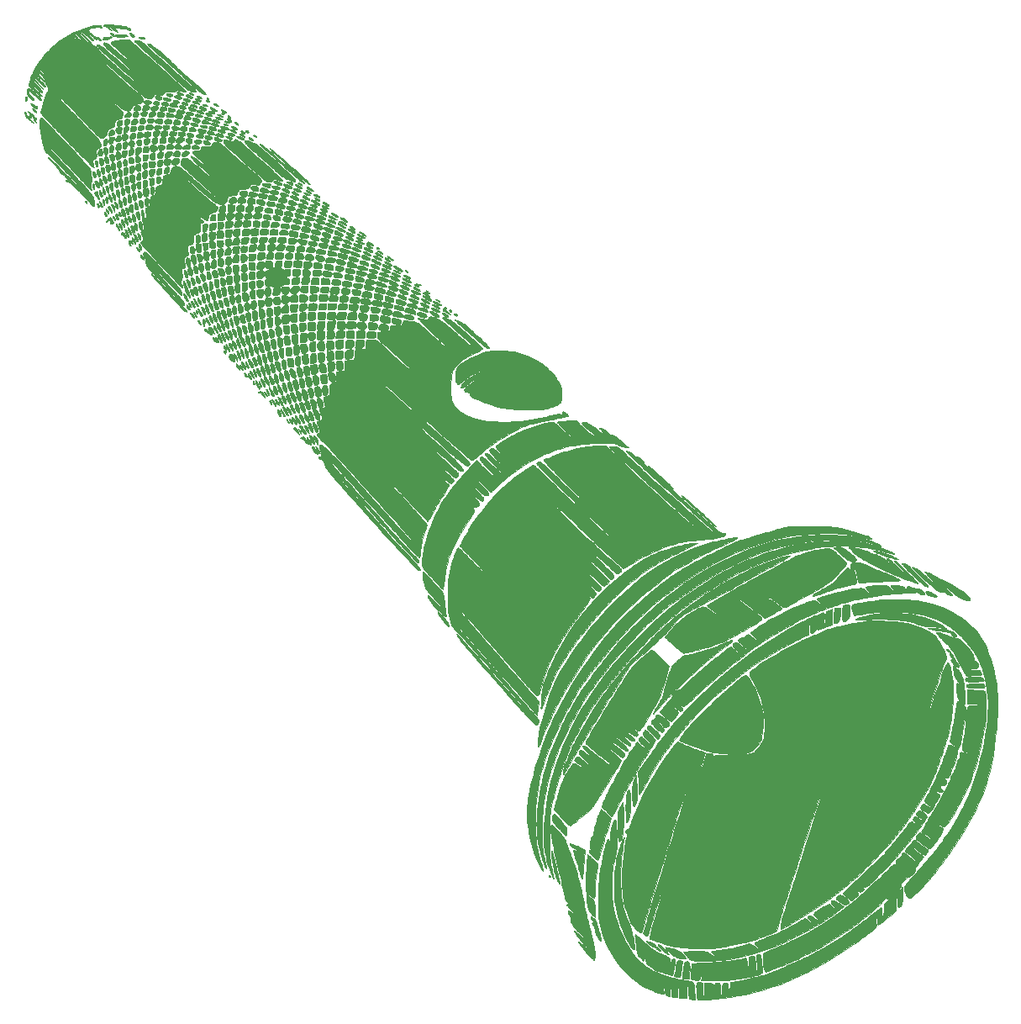
<source format=gbr>
%TF.GenerationSoftware,KiCad,Pcbnew,7.0.2*%
%TF.CreationDate,2023-05-28T20:46:54-05:00*%
%TF.ProjectId,torch-lts,746f7263-682d-46c7-9473-2e6b69636164,1.0*%
%TF.SameCoordinates,Original*%
%TF.FileFunction,Soldermask,Top*%
%TF.FilePolarity,Negative*%
%FSLAX46Y46*%
G04 Gerber Fmt 4.6, Leading zero omitted, Abs format (unit mm)*
G04 Created by KiCad (PCBNEW 7.0.2) date 2023-05-28 20:46:54*
%MOMM*%
%LPD*%
G01*
G04 APERTURE LIST*
G04 Aperture macros list*
%AMRoundRect*
0 Rectangle with rounded corners*
0 $1 Rounding radius*
0 $2 $3 $4 $5 $6 $7 $8 $9 X,Y pos of 4 corners*
0 Add a 4 corners polygon primitive as box body*
4,1,4,$2,$3,$4,$5,$6,$7,$8,$9,$2,$3,0*
0 Add four circle primitives for the rounded corners*
1,1,$1+$1,$2,$3*
1,1,$1+$1,$4,$5*
1,1,$1+$1,$6,$7*
1,1,$1+$1,$8,$9*
0 Add four rect primitives between the rounded corners*
20,1,$1+$1,$2,$3,$4,$5,0*
20,1,$1+$1,$4,$5,$6,$7,0*
20,1,$1+$1,$6,$7,$8,$9,0*
20,1,$1+$1,$8,$9,$2,$3,0*%
%AMHorizOval*
0 Thick line with rounded ends*
0 $1 width*
0 $2 $3 position (X,Y) of the first rounded end (center of the circle)*
0 $4 $5 position (X,Y) of the second rounded end (center of the circle)*
0 Add line between two ends*
20,1,$1,$2,$3,$4,$5,0*
0 Add two circle primitives to create the rounded ends*
1,1,$1,$2,$3*
1,1,$1,$4,$5*%
G04 Aperture macros list end*
%ADD10C,0.010000*%
%ADD11C,6.400000*%
%ADD12C,2.152400*%
%ADD13C,2.400000*%
%ADD14C,1.800000*%
%ADD15O,1.800000X1.800000*%
%ADD16RoundRect,0.200000X0.900000X0.900000X-0.900000X0.900000X-0.900000X-0.900000X0.900000X-0.900000X0*%
%ADD17C,2.200000*%
%ADD18RoundRect,0.200000X-1.202082X0.000000X0.000000X-1.202082X1.202082X0.000000X0.000000X1.202082X0*%
%ADD19HorizOval,2.100000X0.000000X0.000000X0.000000X0.000000X0*%
G04 APERTURE END LIST*
%TO.C,G\u002A\u002A\u002A*%
D10*
X91465639Y-69267620D02*
X91508956Y-69301390D01*
X91537191Y-69353429D01*
X91542022Y-69416104D01*
X91536173Y-69440582D01*
X91511606Y-69491628D01*
X91480976Y-69503654D01*
X91438019Y-69477596D01*
X91417569Y-69458313D01*
X91361976Y-69388222D01*
X91346036Y-69329281D01*
X91367033Y-69285412D01*
X91415558Y-69259749D01*
X91465639Y-69267620D01*
G36*
X91465639Y-69267620D02*
G01*
X91508956Y-69301390D01*
X91537191Y-69353429D01*
X91542022Y-69416104D01*
X91536173Y-69440582D01*
X91511606Y-69491628D01*
X91480976Y-69503654D01*
X91438019Y-69477596D01*
X91417569Y-69458313D01*
X91361976Y-69388222D01*
X91346036Y-69329281D01*
X91367033Y-69285412D01*
X91415558Y-69259749D01*
X91465639Y-69267620D01*
G37*
X107676761Y-62175622D02*
X107757500Y-62201745D01*
X107808089Y-62245032D01*
X107825032Y-62298938D01*
X107804830Y-62356918D01*
X107785750Y-62379600D01*
X107740088Y-62414176D01*
X107693935Y-62417236D01*
X107639624Y-62395163D01*
X107590958Y-62359355D01*
X107544800Y-62309630D01*
X107544374Y-62309057D01*
X107500000Y-62249097D01*
X107552428Y-62206525D01*
X107611345Y-62175575D01*
X107676761Y-62175622D01*
G36*
X107676761Y-62175622D02*
G01*
X107757500Y-62201745D01*
X107808089Y-62245032D01*
X107825032Y-62298938D01*
X107804830Y-62356918D01*
X107785750Y-62379600D01*
X107740088Y-62414176D01*
X107693935Y-62417236D01*
X107639624Y-62395163D01*
X107590958Y-62359355D01*
X107544800Y-62309630D01*
X107544374Y-62309057D01*
X107500000Y-62249097D01*
X107552428Y-62206525D01*
X107611345Y-62175575D01*
X107676761Y-62175622D01*
G37*
X108424286Y-62651548D02*
X108501696Y-62706864D01*
X108505356Y-62710147D01*
X108552653Y-62756083D01*
X108583407Y-62792108D01*
X108590084Y-62805397D01*
X108572782Y-62821486D01*
X108527816Y-62820501D01*
X108465594Y-62803877D01*
X108411303Y-62780741D01*
X108341789Y-62738028D01*
X108301380Y-62696680D01*
X108292042Y-62662036D01*
X108315739Y-62639436D01*
X108357189Y-62633600D01*
X108424286Y-62651548D01*
G36*
X108424286Y-62651548D02*
G01*
X108501696Y-62706864D01*
X108505356Y-62710147D01*
X108552653Y-62756083D01*
X108583407Y-62792108D01*
X108590084Y-62805397D01*
X108572782Y-62821486D01*
X108527816Y-62820501D01*
X108465594Y-62803877D01*
X108411303Y-62780741D01*
X108341789Y-62738028D01*
X108301380Y-62696680D01*
X108292042Y-62662036D01*
X108315739Y-62639436D01*
X108357189Y-62633600D01*
X108424286Y-62651548D01*
G37*
X120809216Y-73923759D02*
X120871042Y-73954412D01*
X120924861Y-74001241D01*
X120960551Y-74055033D01*
X120967991Y-74106574D01*
X120965477Y-74115089D01*
X120935054Y-74142731D01*
X120882385Y-74146875D01*
X120819508Y-74128853D01*
X120761408Y-74092516D01*
X120717189Y-74040101D01*
X120699907Y-73986588D01*
X120710285Y-73942555D01*
X120749047Y-73918583D01*
X120749503Y-73918495D01*
X120809216Y-73923759D01*
G36*
X120809216Y-73923759D02*
G01*
X120871042Y-73954412D01*
X120924861Y-74001241D01*
X120960551Y-74055033D01*
X120967991Y-74106574D01*
X120965477Y-74115089D01*
X120935054Y-74142731D01*
X120882385Y-74146875D01*
X120819508Y-74128853D01*
X120761408Y-74092516D01*
X120717189Y-74040101D01*
X120699907Y-73986588D01*
X120710285Y-73942555D01*
X120749047Y-73918583D01*
X120749503Y-73918495D01*
X120809216Y-73923759D01*
G37*
X94228288Y-70844030D02*
X94283276Y-70894170D01*
X94335053Y-70965550D01*
X94377111Y-71048198D01*
X94402943Y-71132141D01*
X94407952Y-71179642D01*
X94399718Y-71232168D01*
X94374055Y-71246121D01*
X94330976Y-71221503D01*
X94283739Y-71173762D01*
X94220444Y-71091526D01*
X94172998Y-71009971D01*
X94143474Y-70935841D01*
X94133944Y-70875877D01*
X94146479Y-70836822D01*
X94176594Y-70825100D01*
X94228288Y-70844030D01*
G36*
X94228288Y-70844030D02*
G01*
X94283276Y-70894170D01*
X94335053Y-70965550D01*
X94377111Y-71048198D01*
X94402943Y-71132141D01*
X94407952Y-71179642D01*
X94399718Y-71232168D01*
X94374055Y-71246121D01*
X94330976Y-71221503D01*
X94283739Y-71173762D01*
X94220444Y-71091526D01*
X94172998Y-71009971D01*
X94143474Y-70935841D01*
X94133944Y-70875877D01*
X94146479Y-70836822D01*
X94176594Y-70825100D01*
X94228288Y-70844030D01*
G37*
X102618581Y-80287589D02*
X102661961Y-80331749D01*
X102697579Y-80394434D01*
X102720954Y-80467836D01*
X102727603Y-80544147D01*
X102714069Y-80612952D01*
X102684374Y-80640447D01*
X102636843Y-80643645D01*
X102588007Y-80622967D01*
X102572921Y-80609353D01*
X102530940Y-80544300D01*
X102504194Y-80466001D01*
X102494541Y-80387383D01*
X102503837Y-80321371D01*
X102526460Y-80286080D01*
X102571920Y-80269764D01*
X102618581Y-80287589D01*
G36*
X102618581Y-80287589D02*
G01*
X102661961Y-80331749D01*
X102697579Y-80394434D01*
X102720954Y-80467836D01*
X102727603Y-80544147D01*
X102714069Y-80612952D01*
X102684374Y-80640447D01*
X102636843Y-80643645D01*
X102588007Y-80622967D01*
X102572921Y-80609353D01*
X102530940Y-80544300D01*
X102504194Y-80466001D01*
X102494541Y-80387383D01*
X102503837Y-80321371D01*
X102526460Y-80286080D01*
X102571920Y-80269764D01*
X102618581Y-80287589D01*
G37*
X105787649Y-60676036D02*
X105844684Y-60706824D01*
X105904045Y-60756477D01*
X105956603Y-60815931D01*
X105993227Y-60876123D01*
X106004788Y-60927991D01*
X106004056Y-60933234D01*
X105981522Y-60969035D01*
X105932740Y-60973696D01*
X105865292Y-60951486D01*
X105808677Y-60913695D01*
X105761397Y-60859310D01*
X105727762Y-60798063D01*
X105712079Y-60739683D01*
X105718656Y-60693902D01*
X105742071Y-60673175D01*
X105787649Y-60676036D01*
G36*
X105787649Y-60676036D02*
G01*
X105844684Y-60706824D01*
X105904045Y-60756477D01*
X105956603Y-60815931D01*
X105993227Y-60876123D01*
X106004788Y-60927991D01*
X106004056Y-60933234D01*
X105981522Y-60969035D01*
X105932740Y-60973696D01*
X105865292Y-60951486D01*
X105808677Y-60913695D01*
X105761397Y-60859310D01*
X105727762Y-60798063D01*
X105712079Y-60739683D01*
X105718656Y-60693902D01*
X105742071Y-60673175D01*
X105787649Y-60676036D01*
G37*
X107208144Y-62224463D02*
X107281168Y-62265641D01*
X107350236Y-62319824D01*
X107405813Y-62379876D01*
X107438360Y-62438658D01*
X107442423Y-62474634D01*
X107422731Y-62511911D01*
X107376824Y-62519219D01*
X107309500Y-62499894D01*
X107201654Y-62448844D01*
X107119244Y-62393027D01*
X107065313Y-62336439D01*
X107042909Y-62283078D01*
X107055076Y-62236940D01*
X107088372Y-62209666D01*
X107140700Y-62203425D01*
X107208144Y-62224463D01*
G36*
X107208144Y-62224463D02*
G01*
X107281168Y-62265641D01*
X107350236Y-62319824D01*
X107405813Y-62379876D01*
X107438360Y-62438658D01*
X107442423Y-62474634D01*
X107422731Y-62511911D01*
X107376824Y-62519219D01*
X107309500Y-62499894D01*
X107201654Y-62448844D01*
X107119244Y-62393027D01*
X107065313Y-62336439D01*
X107042909Y-62283078D01*
X107055076Y-62236940D01*
X107088372Y-62209666D01*
X107140700Y-62203425D01*
X107208144Y-62224463D01*
G37*
X110019406Y-89365405D02*
X110075671Y-89417101D01*
X110120689Y-89490942D01*
X110149629Y-89576847D01*
X110157659Y-89664738D01*
X110143569Y-89735786D01*
X110122810Y-89765444D01*
X110094704Y-89757817D01*
X110055318Y-89711808D01*
X110054789Y-89711059D01*
X109998688Y-89621161D01*
X109956704Y-89533640D01*
X109930712Y-89455486D01*
X109922591Y-89393690D01*
X109934218Y-89355242D01*
X109956725Y-89345934D01*
X110019406Y-89365405D01*
G36*
X110019406Y-89365405D02*
G01*
X110075671Y-89417101D01*
X110120689Y-89490942D01*
X110149629Y-89576847D01*
X110157659Y-89664738D01*
X110143569Y-89735786D01*
X110122810Y-89765444D01*
X110094704Y-89757817D01*
X110055318Y-89711808D01*
X110054789Y-89711059D01*
X109998688Y-89621161D01*
X109956704Y-89533640D01*
X109930712Y-89455486D01*
X109922591Y-89393690D01*
X109934218Y-89355242D01*
X109956725Y-89345934D01*
X110019406Y-89365405D01*
G37*
X123650957Y-76252283D02*
X123655656Y-76253387D01*
X123712441Y-76277207D01*
X123774740Y-76317679D01*
X123829532Y-76364578D01*
X123863796Y-76407677D01*
X123868677Y-76420679D01*
X123865876Y-76445752D01*
X123840069Y-76451848D01*
X123785578Y-76439002D01*
X123734834Y-76421517D01*
X123652751Y-76382284D01*
X123599613Y-76337308D01*
X123580794Y-76291808D01*
X123583923Y-76275034D01*
X123606080Y-76250532D01*
X123650957Y-76252283D01*
G36*
X123650957Y-76252283D02*
G01*
X123655656Y-76253387D01*
X123712441Y-76277207D01*
X123774740Y-76317679D01*
X123829532Y-76364578D01*
X123863796Y-76407677D01*
X123868677Y-76420679D01*
X123865876Y-76445752D01*
X123840069Y-76451848D01*
X123785578Y-76439002D01*
X123734834Y-76421517D01*
X123652751Y-76382284D01*
X123599613Y-76337308D01*
X123580794Y-76291808D01*
X123583923Y-76275034D01*
X123606080Y-76250532D01*
X123650957Y-76252283D01*
G37*
X128136895Y-80243047D02*
X128205931Y-80284828D01*
X128221324Y-80298256D01*
X128259447Y-80349695D01*
X128273919Y-80403755D01*
X128263154Y-80447452D01*
X128241602Y-80464252D01*
X128207402Y-80474726D01*
X128177949Y-80471364D01*
X128136708Y-80450440D01*
X128110610Y-80434736D01*
X128047049Y-80383423D01*
X128012001Y-80328268D01*
X128009348Y-80277484D01*
X128024610Y-80252836D01*
X128073331Y-80231661D01*
X128136895Y-80243047D01*
G36*
X128136895Y-80243047D02*
G01*
X128205931Y-80284828D01*
X128221324Y-80298256D01*
X128259447Y-80349695D01*
X128273919Y-80403755D01*
X128263154Y-80447452D01*
X128241602Y-80464252D01*
X128207402Y-80474726D01*
X128177949Y-80471364D01*
X128136708Y-80450440D01*
X128110610Y-80434736D01*
X128047049Y-80383423D01*
X128012001Y-80328268D01*
X128009348Y-80277484D01*
X128024610Y-80252836D01*
X128073331Y-80231661D01*
X128136895Y-80243047D01*
G37*
X128690787Y-80631576D02*
X128760290Y-80668299D01*
X128819280Y-80715469D01*
X128857042Y-80766267D01*
X128864238Y-80808382D01*
X128839791Y-80836872D01*
X128789479Y-80852328D01*
X128728288Y-80852811D01*
X128671205Y-80836382D01*
X128666667Y-80833943D01*
X128597317Y-80784257D01*
X128550099Y-80729843D01*
X128528563Y-80678151D01*
X128536262Y-80636630D01*
X128563100Y-80616743D01*
X128621486Y-80612117D01*
X128690787Y-80631576D01*
G36*
X128690787Y-80631576D02*
G01*
X128760290Y-80668299D01*
X128819280Y-80715469D01*
X128857042Y-80766267D01*
X128864238Y-80808382D01*
X128839791Y-80836872D01*
X128789479Y-80852328D01*
X128728288Y-80852811D01*
X128671205Y-80836382D01*
X128666667Y-80833943D01*
X128597317Y-80784257D01*
X128550099Y-80729843D01*
X128528563Y-80678151D01*
X128536262Y-80636630D01*
X128563100Y-80616743D01*
X128621486Y-80612117D01*
X128690787Y-80631576D01*
G37*
X138126157Y-137173708D02*
X138170196Y-137206898D01*
X138211082Y-137256008D01*
X138238639Y-137309658D01*
X138244584Y-137341684D01*
X138238524Y-137378019D01*
X138211932Y-137392302D01*
X138174734Y-137394267D01*
X138118645Y-137386992D01*
X138080068Y-137369434D01*
X138079484Y-137368867D01*
X138059605Y-137327889D01*
X138053520Y-137270432D01*
X138060409Y-137213559D01*
X138079452Y-137174338D01*
X138089141Y-137167819D01*
X138126157Y-137173708D01*
G36*
X138126157Y-137173708D02*
G01*
X138170196Y-137206898D01*
X138211082Y-137256008D01*
X138238639Y-137309658D01*
X138244584Y-137341684D01*
X138238524Y-137378019D01*
X138211932Y-137392302D01*
X138174734Y-137394267D01*
X138118645Y-137386992D01*
X138080068Y-137369434D01*
X138079484Y-137368867D01*
X138059605Y-137327889D01*
X138053520Y-137270432D01*
X138060409Y-137213559D01*
X138079452Y-137174338D01*
X138089141Y-137167819D01*
X138126157Y-137173708D01*
G37*
X93349034Y-70394905D02*
X93388172Y-70437432D01*
X93428888Y-70494562D01*
X93481336Y-70584253D01*
X93516487Y-70669448D01*
X93530691Y-70739703D01*
X93526465Y-70773762D01*
X93497724Y-70800189D01*
X93451529Y-70798271D01*
X93400706Y-70769246D01*
X93391572Y-70760755D01*
X93343402Y-70695713D01*
X93316612Y-70613332D01*
X93307784Y-70502733D01*
X93307750Y-70493875D01*
X93311459Y-70423142D01*
X93324342Y-70390147D01*
X93349034Y-70394905D01*
G36*
X93349034Y-70394905D02*
G01*
X93388172Y-70437432D01*
X93428888Y-70494562D01*
X93481336Y-70584253D01*
X93516487Y-70669448D01*
X93530691Y-70739703D01*
X93526465Y-70773762D01*
X93497724Y-70800189D01*
X93451529Y-70798271D01*
X93400706Y-70769246D01*
X93391572Y-70760755D01*
X93343402Y-70695713D01*
X93316612Y-70613332D01*
X93307784Y-70502733D01*
X93307750Y-70493875D01*
X93311459Y-70423142D01*
X93324342Y-70390147D01*
X93349034Y-70394905D01*
G37*
X106487440Y-61294972D02*
X106550050Y-61323765D01*
X106619385Y-61371526D01*
X106686531Y-61430496D01*
X106742575Y-61492914D01*
X106778604Y-61551020D01*
X106786395Y-61594080D01*
X106763050Y-61626696D01*
X106715054Y-61630753D01*
X106648592Y-61606698D01*
X106605480Y-61581026D01*
X106528926Y-61520556D01*
X106468708Y-61455722D01*
X106428702Y-61393292D01*
X106412784Y-61340035D01*
X106424830Y-61302718D01*
X106440466Y-61292907D01*
X106487440Y-61294972D01*
G36*
X106487440Y-61294972D02*
G01*
X106550050Y-61323765D01*
X106619385Y-61371526D01*
X106686531Y-61430496D01*
X106742575Y-61492914D01*
X106778604Y-61551020D01*
X106786395Y-61594080D01*
X106763050Y-61626696D01*
X106715054Y-61630753D01*
X106648592Y-61606698D01*
X106605480Y-61581026D01*
X106528926Y-61520556D01*
X106468708Y-61455722D01*
X106428702Y-61393292D01*
X106412784Y-61340035D01*
X106424830Y-61302718D01*
X106440466Y-61292907D01*
X106487440Y-61294972D01*
G37*
X107481337Y-86599797D02*
X107498038Y-86613591D01*
X107543274Y-86668946D01*
X107589141Y-86745321D01*
X107628305Y-86827880D01*
X107653426Y-86901788D01*
X107658750Y-86938529D01*
X107645130Y-86982946D01*
X107609568Y-86997400D01*
X107560011Y-86981906D01*
X107506035Y-86938225D01*
X107463187Y-86876385D01*
X107423418Y-86792335D01*
X107394349Y-86704933D01*
X107383584Y-86635196D01*
X107397762Y-86592805D01*
X107433664Y-86580379D01*
X107481337Y-86599797D01*
G36*
X107481337Y-86599797D02*
G01*
X107498038Y-86613591D01*
X107543274Y-86668946D01*
X107589141Y-86745321D01*
X107628305Y-86827880D01*
X107653426Y-86901788D01*
X107658750Y-86938529D01*
X107645130Y-86982946D01*
X107609568Y-86997400D01*
X107560011Y-86981906D01*
X107506035Y-86938225D01*
X107463187Y-86876385D01*
X107423418Y-86792335D01*
X107394349Y-86704933D01*
X107383584Y-86635196D01*
X107397762Y-86592805D01*
X107433664Y-86580379D01*
X107481337Y-86599797D01*
G37*
X108319832Y-87434097D02*
X108350425Y-87468823D01*
X108353630Y-87472888D01*
X108396295Y-87541970D01*
X108425409Y-87617697D01*
X108437093Y-87686422D01*
X108427821Y-87733945D01*
X108384904Y-87770021D01*
X108333135Y-87770747D01*
X108286924Y-87736143D01*
X108285211Y-87733761D01*
X108262222Y-87675770D01*
X108252567Y-87598497D01*
X108256620Y-87520511D01*
X108274757Y-87460382D01*
X108279537Y-87452901D01*
X108300436Y-87429931D01*
X108319832Y-87434097D01*
G36*
X108319832Y-87434097D02*
G01*
X108350425Y-87468823D01*
X108353630Y-87472888D01*
X108396295Y-87541970D01*
X108425409Y-87617697D01*
X108437093Y-87686422D01*
X108427821Y-87733945D01*
X108384904Y-87770021D01*
X108333135Y-87770747D01*
X108286924Y-87736143D01*
X108285211Y-87733761D01*
X108262222Y-87675770D01*
X108252567Y-87598497D01*
X108256620Y-87520511D01*
X108274757Y-87460382D01*
X108279537Y-87452901D01*
X108300436Y-87429931D01*
X108319832Y-87434097D01*
G37*
X111692631Y-91243798D02*
X111733481Y-91295345D01*
X111779570Y-91367484D01*
X111824629Y-91448431D01*
X111862388Y-91526406D01*
X111886580Y-91589624D01*
X111892084Y-91618656D01*
X111880553Y-91648959D01*
X111850537Y-91647481D01*
X111808898Y-91616348D01*
X111781182Y-91584309D01*
X111725977Y-91502340D01*
X111677597Y-91413345D01*
X111641284Y-91328817D01*
X111622278Y-91260248D01*
X111621123Y-91233319D01*
X111627804Y-91176850D01*
X111692631Y-91243798D01*
G36*
X111692631Y-91243798D02*
G01*
X111733481Y-91295345D01*
X111779570Y-91367484D01*
X111824629Y-91448431D01*
X111862388Y-91526406D01*
X111886580Y-91589624D01*
X111892084Y-91618656D01*
X111880553Y-91648959D01*
X111850537Y-91647481D01*
X111808898Y-91616348D01*
X111781182Y-91584309D01*
X111725977Y-91502340D01*
X111677597Y-91413345D01*
X111641284Y-91328817D01*
X111622278Y-91260248D01*
X111621123Y-91233319D01*
X111627804Y-91176850D01*
X111692631Y-91243798D01*
G37*
X85461633Y-58768703D02*
X85490634Y-58819558D01*
X85509110Y-58892025D01*
X85515377Y-58976050D01*
X85507749Y-59061576D01*
X85487747Y-59131197D01*
X85453128Y-59187577D01*
X85414337Y-59202348D01*
X85372351Y-59175190D01*
X85368095Y-59170254D01*
X85349394Y-59125446D01*
X85337339Y-59053462D01*
X85332487Y-58969015D01*
X85335397Y-58886823D01*
X85346626Y-58821602D01*
X85354154Y-58802434D01*
X85388307Y-58763451D01*
X85423792Y-58749517D01*
X85461633Y-58768703D01*
G36*
X85461633Y-58768703D02*
G01*
X85490634Y-58819558D01*
X85509110Y-58892025D01*
X85515377Y-58976050D01*
X85507749Y-59061576D01*
X85487747Y-59131197D01*
X85453128Y-59187577D01*
X85414337Y-59202348D01*
X85372351Y-59175190D01*
X85368095Y-59170254D01*
X85349394Y-59125446D01*
X85337339Y-59053462D01*
X85332487Y-58969015D01*
X85335397Y-58886823D01*
X85346626Y-58821602D01*
X85354154Y-58802434D01*
X85388307Y-58763451D01*
X85423792Y-58749517D01*
X85461633Y-58768703D01*
G37*
X92615686Y-69529820D02*
X92664034Y-69562259D01*
X92707303Y-69613062D01*
X92727435Y-69651317D01*
X92745685Y-69717147D01*
X92756312Y-69798339D01*
X92757417Y-69829587D01*
X92751537Y-69901714D01*
X92733804Y-69933325D01*
X92704076Y-69924425D01*
X92662212Y-69875022D01*
X92636940Y-69835559D01*
X92574746Y-69725200D01*
X92538062Y-69641835D01*
X92524719Y-69580426D01*
X92524584Y-69574607D01*
X92537520Y-69532802D01*
X92570701Y-69518937D01*
X92615686Y-69529820D01*
G36*
X92615686Y-69529820D02*
G01*
X92664034Y-69562259D01*
X92707303Y-69613062D01*
X92727435Y-69651317D01*
X92745685Y-69717147D01*
X92756312Y-69798339D01*
X92757417Y-69829587D01*
X92751537Y-69901714D01*
X92733804Y-69933325D01*
X92704076Y-69924425D01*
X92662212Y-69875022D01*
X92636940Y-69835559D01*
X92574746Y-69725200D01*
X92538062Y-69641835D01*
X92524719Y-69580426D01*
X92524584Y-69574607D01*
X92537520Y-69532802D01*
X92570701Y-69518937D01*
X92615686Y-69529820D01*
G37*
X94112612Y-69600333D02*
X94171634Y-69637711D01*
X94226501Y-69705422D01*
X94257950Y-69766110D01*
X94278831Y-69820667D01*
X94291817Y-69874521D01*
X94298261Y-69939237D01*
X94299514Y-70026378D01*
X94297983Y-70108602D01*
X94292000Y-70344126D01*
X94181253Y-70141709D01*
X94108447Y-70000500D01*
X94052456Y-69874896D01*
X94014853Y-69769491D01*
X93997209Y-69688875D01*
X94001094Y-69637639D01*
X94005973Y-69629517D01*
X94055402Y-69596523D01*
X94112612Y-69600333D01*
G36*
X94112612Y-69600333D02*
G01*
X94171634Y-69637711D01*
X94226501Y-69705422D01*
X94257950Y-69766110D01*
X94278831Y-69820667D01*
X94291817Y-69874521D01*
X94298261Y-69939237D01*
X94299514Y-70026378D01*
X94297983Y-70108602D01*
X94292000Y-70344126D01*
X94181253Y-70141709D01*
X94108447Y-70000500D01*
X94052456Y-69874896D01*
X94014853Y-69769491D01*
X93997209Y-69688875D01*
X94001094Y-69637639D01*
X94005973Y-69629517D01*
X94055402Y-69596523D01*
X94112612Y-69600333D01*
G37*
X94838347Y-70436822D02*
X94891199Y-70494967D01*
X94931337Y-70572225D01*
X94952934Y-70660945D01*
X94954409Y-70719102D01*
X94947656Y-70778845D01*
X94932985Y-70808322D01*
X94903296Y-70819595D01*
X94894552Y-70820771D01*
X94832319Y-70807562D01*
X94794726Y-70777835D01*
X94750905Y-70716346D01*
X94716800Y-70640905D01*
X94694578Y-70561906D01*
X94686401Y-70489740D01*
X94694434Y-70434798D01*
X94717810Y-70408471D01*
X94778608Y-70405439D01*
X94838347Y-70436822D01*
G36*
X94838347Y-70436822D02*
G01*
X94891199Y-70494967D01*
X94931337Y-70572225D01*
X94952934Y-70660945D01*
X94954409Y-70719102D01*
X94947656Y-70778845D01*
X94932985Y-70808322D01*
X94903296Y-70819595D01*
X94894552Y-70820771D01*
X94832319Y-70807562D01*
X94794726Y-70777835D01*
X94750905Y-70716346D01*
X94716800Y-70640905D01*
X94694578Y-70561906D01*
X94686401Y-70489740D01*
X94694434Y-70434798D01*
X94717810Y-70408471D01*
X94778608Y-70405439D01*
X94838347Y-70436822D01*
G37*
X101640831Y-79751704D02*
X101691787Y-79794966D01*
X101749098Y-79862988D01*
X101809100Y-79952773D01*
X101858707Y-80042442D01*
X101900266Y-80137314D01*
X101913936Y-80202356D01*
X101900003Y-80236818D01*
X101858752Y-80239948D01*
X101794076Y-80212976D01*
X101731419Y-80161367D01*
X101669507Y-80081248D01*
X101615793Y-79985910D01*
X101577728Y-79888641D01*
X101562764Y-79802731D01*
X101562750Y-79800447D01*
X101572648Y-79751447D01*
X101599896Y-79736198D01*
X101640831Y-79751704D01*
G36*
X101640831Y-79751704D02*
G01*
X101691787Y-79794966D01*
X101749098Y-79862988D01*
X101809100Y-79952773D01*
X101858707Y-80042442D01*
X101900266Y-80137314D01*
X101913936Y-80202356D01*
X101900003Y-80236818D01*
X101858752Y-80239948D01*
X101794076Y-80212976D01*
X101731419Y-80161367D01*
X101669507Y-80081248D01*
X101615793Y-79985910D01*
X101577728Y-79888641D01*
X101562764Y-79802731D01*
X101562750Y-79800447D01*
X101572648Y-79751447D01*
X101599896Y-79736198D01*
X101640831Y-79751704D01*
G37*
X102769147Y-58690275D02*
X102847493Y-58721377D01*
X102925861Y-58763119D01*
X102996121Y-58811393D01*
X103050141Y-58862091D01*
X103079791Y-58911103D01*
X103082521Y-58937851D01*
X103063560Y-58974340D01*
X103018393Y-58986156D01*
X102943637Y-58973598D01*
X102885224Y-58955204D01*
X102775659Y-58907679D01*
X102690199Y-58852030D01*
X102633683Y-58792801D01*
X102610947Y-58734535D01*
X102615546Y-58701892D01*
X102645043Y-58676424D01*
X102698953Y-58673921D01*
X102769147Y-58690275D01*
G36*
X102769147Y-58690275D02*
G01*
X102847493Y-58721377D01*
X102925861Y-58763119D01*
X102996121Y-58811393D01*
X103050141Y-58862091D01*
X103079791Y-58911103D01*
X103082521Y-58937851D01*
X103063560Y-58974340D01*
X103018393Y-58986156D01*
X102943637Y-58973598D01*
X102885224Y-58955204D01*
X102775659Y-58907679D01*
X102690199Y-58852030D01*
X102633683Y-58792801D01*
X102610947Y-58734535D01*
X102615546Y-58701892D01*
X102645043Y-58676424D01*
X102698953Y-58673921D01*
X102769147Y-58690275D01*
G37*
X102802405Y-81271976D02*
X102849849Y-81309566D01*
X102898018Y-81371757D01*
X102942037Y-81450341D01*
X102977032Y-81537110D01*
X102998125Y-81623855D01*
X103002084Y-81673811D01*
X102995324Y-81726296D01*
X102973211Y-81744483D01*
X102932997Y-81728205D01*
X102871932Y-81677295D01*
X102859265Y-81665170D01*
X102795423Y-81589320D01*
X102748279Y-81506077D01*
X102719886Y-81423726D01*
X102712300Y-81350550D01*
X102727574Y-81294832D01*
X102760561Y-81267194D01*
X102802405Y-81271976D01*
G36*
X102802405Y-81271976D02*
G01*
X102849849Y-81309566D01*
X102898018Y-81371757D01*
X102942037Y-81450341D01*
X102977032Y-81537110D01*
X102998125Y-81623855D01*
X103002084Y-81673811D01*
X102995324Y-81726296D01*
X102973211Y-81744483D01*
X102932997Y-81728205D01*
X102871932Y-81677295D01*
X102859265Y-81665170D01*
X102795423Y-81589320D01*
X102748279Y-81506077D01*
X102719886Y-81423726D01*
X102712300Y-81350550D01*
X102727574Y-81294832D01*
X102760561Y-81267194D01*
X102802405Y-81271976D01*
G37*
X104525539Y-59491157D02*
X104620888Y-59537324D01*
X104667530Y-59567092D01*
X104743968Y-59626429D01*
X104791636Y-59678099D01*
X104807346Y-59717853D01*
X104795632Y-59737687D01*
X104738515Y-59752763D01*
X104653987Y-59747211D01*
X104551172Y-59721786D01*
X104533959Y-59716036D01*
X104425180Y-59672451D01*
X104355065Y-59629323D01*
X104320055Y-59584028D01*
X104314417Y-59554107D01*
X104330421Y-59500814D01*
X104374688Y-59472695D01*
X104441600Y-59469545D01*
X104525539Y-59491157D01*
G36*
X104525539Y-59491157D02*
G01*
X104620888Y-59537324D01*
X104667530Y-59567092D01*
X104743968Y-59626429D01*
X104791636Y-59678099D01*
X104807346Y-59717853D01*
X104795632Y-59737687D01*
X104738515Y-59752763D01*
X104653987Y-59747211D01*
X104551172Y-59721786D01*
X104533959Y-59716036D01*
X104425180Y-59672451D01*
X104355065Y-59629323D01*
X104320055Y-59584028D01*
X104314417Y-59554107D01*
X104330421Y-59500814D01*
X104374688Y-59472695D01*
X104441600Y-59469545D01*
X104525539Y-59491157D01*
G37*
X112920025Y-67450489D02*
X112994123Y-67482187D01*
X113068868Y-67526825D01*
X113134618Y-67577700D01*
X113181730Y-67628110D01*
X113200561Y-67671353D01*
X113200248Y-67677568D01*
X113185561Y-67715786D01*
X113151315Y-67726109D01*
X113098446Y-67714891D01*
X112994098Y-67674297D01*
X112905525Y-67622703D01*
X112840237Y-67565872D01*
X112805746Y-67509566D01*
X112802250Y-67487661D01*
X112811725Y-67450165D01*
X112847898Y-67438590D01*
X112856218Y-67438434D01*
X112920025Y-67450489D01*
G36*
X112920025Y-67450489D02*
G01*
X112994123Y-67482187D01*
X113068868Y-67526825D01*
X113134618Y-67577700D01*
X113181730Y-67628110D01*
X113200561Y-67671353D01*
X113200248Y-67677568D01*
X113185561Y-67715786D01*
X113151315Y-67726109D01*
X113098446Y-67714891D01*
X112994098Y-67674297D01*
X112905525Y-67622703D01*
X112840237Y-67565872D01*
X112805746Y-67509566D01*
X112802250Y-67487661D01*
X112811725Y-67450165D01*
X112847898Y-67438590D01*
X112856218Y-67438434D01*
X112920025Y-67450489D01*
G37*
X126741902Y-79175681D02*
X126812762Y-79204521D01*
X126891257Y-79245433D01*
X126967773Y-79292564D01*
X127032701Y-79340061D01*
X127076429Y-79382070D01*
X127089750Y-79409261D01*
X127082936Y-79431815D01*
X127058818Y-79436986D01*
X127011887Y-79423620D01*
X126936632Y-79390561D01*
X126888070Y-79366983D01*
X126785887Y-79312115D01*
X126708990Y-79262006D01*
X126660177Y-79219488D01*
X126642247Y-79187395D01*
X126657999Y-79168560D01*
X126688287Y-79164767D01*
X126741902Y-79175681D01*
G36*
X126741902Y-79175681D02*
G01*
X126812762Y-79204521D01*
X126891257Y-79245433D01*
X126967773Y-79292564D01*
X127032701Y-79340061D01*
X127076429Y-79382070D01*
X127089750Y-79409261D01*
X127082936Y-79431815D01*
X127058818Y-79436986D01*
X127011887Y-79423620D01*
X126936632Y-79390561D01*
X126888070Y-79366983D01*
X126785887Y-79312115D01*
X126708990Y-79262006D01*
X126660177Y-79219488D01*
X126642247Y-79187395D01*
X126657999Y-79168560D01*
X126688287Y-79164767D01*
X126741902Y-79175681D01*
G37*
X92215303Y-67564206D02*
X92258143Y-67620880D01*
X92289098Y-67709579D01*
X92306529Y-67825588D01*
X92308799Y-67964197D01*
X92308730Y-67965907D01*
X92301424Y-68059443D01*
X92287735Y-68113400D01*
X92266055Y-68130259D01*
X92234779Y-68112506D01*
X92222222Y-68099634D01*
X92171807Y-68027969D01*
X92132277Y-67941084D01*
X92104489Y-67846921D01*
X92089303Y-67753424D01*
X92087576Y-67668536D01*
X92100167Y-67600201D01*
X92127935Y-67556364D01*
X92162214Y-67544267D01*
X92215303Y-67564206D01*
G36*
X92215303Y-67564206D02*
G01*
X92258143Y-67620880D01*
X92289098Y-67709579D01*
X92306529Y-67825588D01*
X92308799Y-67964197D01*
X92308730Y-67965907D01*
X92301424Y-68059443D01*
X92287735Y-68113400D01*
X92266055Y-68130259D01*
X92234779Y-68112506D01*
X92222222Y-68099634D01*
X92171807Y-68027969D01*
X92132277Y-67941084D01*
X92104489Y-67846921D01*
X92089303Y-67753424D01*
X92087576Y-67668536D01*
X92100167Y-67600201D01*
X92127935Y-67556364D01*
X92162214Y-67544267D01*
X92215303Y-67564206D01*
G37*
X94806246Y-71515384D02*
X94857927Y-71562674D01*
X94883735Y-71591748D01*
X94971903Y-71713752D01*
X95035573Y-71841649D01*
X95069881Y-71964532D01*
X95074499Y-72019527D01*
X95069106Y-72094321D01*
X95051079Y-72130502D01*
X95019423Y-72127990D01*
X94973143Y-72086702D01*
X94911243Y-72006560D01*
X94911078Y-72006325D01*
X94825365Y-71870117D01*
X94772255Y-71749620D01*
X94748820Y-71637533D01*
X94747084Y-71597255D01*
X94752949Y-71532589D01*
X94771961Y-71505328D01*
X94806246Y-71515384D01*
G36*
X94806246Y-71515384D02*
G01*
X94857927Y-71562674D01*
X94883735Y-71591748D01*
X94971903Y-71713752D01*
X95035573Y-71841649D01*
X95069881Y-71964532D01*
X95074499Y-72019527D01*
X95069106Y-72094321D01*
X95051079Y-72130502D01*
X95019423Y-72127990D01*
X94973143Y-72086702D01*
X94911243Y-72006560D01*
X94911078Y-72006325D01*
X94825365Y-71870117D01*
X94772255Y-71749620D01*
X94748820Y-71637533D01*
X94747084Y-71597255D01*
X94752949Y-71532589D01*
X94771961Y-71505328D01*
X94806246Y-71515384D01*
G37*
X95966509Y-52383412D02*
X96041513Y-52412784D01*
X96120449Y-52455369D01*
X96193999Y-52506286D01*
X96252848Y-52560652D01*
X96282560Y-52602328D01*
X96304436Y-52674220D01*
X96292429Y-52728713D01*
X96252901Y-52761530D01*
X96192215Y-52768398D01*
X96116735Y-52745042D01*
X96091167Y-52730898D01*
X96016071Y-52674871D01*
X95949570Y-52607182D01*
X95896814Y-52535756D01*
X95862954Y-52468517D01*
X95853141Y-52413387D01*
X95865554Y-52383830D01*
X95904751Y-52372134D01*
X95966509Y-52383412D01*
G36*
X95966509Y-52383412D02*
G01*
X96041513Y-52412784D01*
X96120449Y-52455369D01*
X96193999Y-52506286D01*
X96252848Y-52560652D01*
X96282560Y-52602328D01*
X96304436Y-52674220D01*
X96292429Y-52728713D01*
X96252901Y-52761530D01*
X96192215Y-52768398D01*
X96116735Y-52745042D01*
X96091167Y-52730898D01*
X96016071Y-52674871D01*
X95949570Y-52607182D01*
X95896814Y-52535756D01*
X95862954Y-52468517D01*
X95853141Y-52413387D01*
X95865554Y-52383830D01*
X95904751Y-52372134D01*
X95966509Y-52383412D01*
G37*
X96991700Y-74714319D02*
X97051040Y-74756762D01*
X97116470Y-74822318D01*
X97181117Y-74903844D01*
X97238111Y-74994195D01*
X97252418Y-75021410D01*
X97290981Y-75112918D01*
X97301336Y-75173715D01*
X97285380Y-75202851D01*
X97245012Y-75199376D01*
X97182129Y-75162340D01*
X97103865Y-75095772D01*
X97013954Y-75001725D01*
X96946937Y-74913142D01*
X96904607Y-74834468D01*
X96888752Y-74770152D01*
X96901166Y-74724641D01*
X96943640Y-74702383D01*
X96945320Y-74702132D01*
X96991700Y-74714319D01*
G36*
X96991700Y-74714319D02*
G01*
X97051040Y-74756762D01*
X97116470Y-74822318D01*
X97181117Y-74903844D01*
X97238111Y-74994195D01*
X97252418Y-75021410D01*
X97290981Y-75112918D01*
X97301336Y-75173715D01*
X97285380Y-75202851D01*
X97245012Y-75199376D01*
X97182129Y-75162340D01*
X97103865Y-75095772D01*
X97013954Y-75001725D01*
X96946937Y-74913142D01*
X96904607Y-74834468D01*
X96888752Y-74770152D01*
X96901166Y-74724641D01*
X96943640Y-74702383D01*
X96945320Y-74702132D01*
X96991700Y-74714319D01*
G37*
X103419329Y-59543817D02*
X103517406Y-59579520D01*
X103552577Y-59596265D01*
X103638054Y-59646499D01*
X103685413Y-59690779D01*
X103693168Y-59727632D01*
X103690573Y-59732840D01*
X103662053Y-59745380D01*
X103604264Y-59751791D01*
X103529791Y-59752289D01*
X103451219Y-59747094D01*
X103381133Y-59736424D01*
X103346656Y-59726865D01*
X103264570Y-59686026D01*
X103210878Y-59636266D01*
X103192584Y-59586211D01*
X103210291Y-59547436D01*
X103258700Y-59527577D01*
X103330736Y-59526436D01*
X103419329Y-59543817D01*
G36*
X103419329Y-59543817D02*
G01*
X103517406Y-59579520D01*
X103552577Y-59596265D01*
X103638054Y-59646499D01*
X103685413Y-59690779D01*
X103693168Y-59727632D01*
X103690573Y-59732840D01*
X103662053Y-59745380D01*
X103604264Y-59751791D01*
X103529791Y-59752289D01*
X103451219Y-59747094D01*
X103381133Y-59736424D01*
X103346656Y-59726865D01*
X103264570Y-59686026D01*
X103210878Y-59636266D01*
X103192584Y-59586211D01*
X103210291Y-59547436D01*
X103258700Y-59527577D01*
X103330736Y-59526436D01*
X103419329Y-59543817D01*
G37*
X109432725Y-88480482D02*
X109480308Y-88519559D01*
X109533632Y-88578977D01*
X109588303Y-88654989D01*
X109639924Y-88743849D01*
X109649123Y-88762076D01*
X109688021Y-88855711D01*
X109701695Y-88922571D01*
X109692369Y-88960001D01*
X109662265Y-88965344D01*
X109613607Y-88935945D01*
X109554099Y-88875619D01*
X109494560Y-88795751D01*
X109439447Y-88703903D01*
X109395871Y-88613585D01*
X109370942Y-88538305D01*
X109368382Y-88522767D01*
X109372366Y-88478339D01*
X109395280Y-88465493D01*
X109432725Y-88480482D01*
G36*
X109432725Y-88480482D02*
G01*
X109480308Y-88519559D01*
X109533632Y-88578977D01*
X109588303Y-88654989D01*
X109639924Y-88743849D01*
X109649123Y-88762076D01*
X109688021Y-88855711D01*
X109701695Y-88922571D01*
X109692369Y-88960001D01*
X109662265Y-88965344D01*
X109613607Y-88935945D01*
X109554099Y-88875619D01*
X109494560Y-88795751D01*
X109439447Y-88703903D01*
X109395871Y-88613585D01*
X109370942Y-88538305D01*
X109368382Y-88522767D01*
X109372366Y-88478339D01*
X109395280Y-88465493D01*
X109432725Y-88480482D01*
G37*
X118240061Y-71839714D02*
X118354788Y-71894273D01*
X118451752Y-71976439D01*
X118509422Y-72058680D01*
X118527572Y-72115519D01*
X118513306Y-72149048D01*
X118470269Y-72158129D01*
X118402107Y-72141622D01*
X118337702Y-72112300D01*
X118269801Y-72072384D01*
X118195330Y-72022239D01*
X118123959Y-71969198D01*
X118065360Y-71920596D01*
X118029206Y-71883766D01*
X118023106Y-71873746D01*
X118019981Y-71842462D01*
X118045188Y-71825712D01*
X118104897Y-71820043D01*
X118119291Y-71819934D01*
X118240061Y-71839714D01*
G36*
X118240061Y-71839714D02*
G01*
X118354788Y-71894273D01*
X118451752Y-71976439D01*
X118509422Y-72058680D01*
X118527572Y-72115519D01*
X118513306Y-72149048D01*
X118470269Y-72158129D01*
X118402107Y-72141622D01*
X118337702Y-72112300D01*
X118269801Y-72072384D01*
X118195330Y-72022239D01*
X118123959Y-71969198D01*
X118065360Y-71920596D01*
X118029206Y-71883766D01*
X118023106Y-71873746D01*
X118019981Y-71842462D01*
X118045188Y-71825712D01*
X118104897Y-71820043D01*
X118119291Y-71819934D01*
X118240061Y-71839714D01*
G37*
X122601744Y-76230819D02*
X122708122Y-76270215D01*
X122778475Y-76302949D01*
X122914630Y-76375273D01*
X123018133Y-76439895D01*
X123088623Y-76494861D01*
X123125738Y-76538215D01*
X123129118Y-76568003D01*
X123098401Y-76582271D01*
X123033227Y-76579062D01*
X122933233Y-76556423D01*
X122818516Y-76519711D01*
X122667016Y-76459737D01*
X122552305Y-76399994D01*
X122475851Y-76341515D01*
X122439121Y-76285337D01*
X122437226Y-76250633D01*
X122462501Y-76220447D01*
X122518606Y-76214036D01*
X122601744Y-76230819D01*
G36*
X122601744Y-76230819D02*
G01*
X122708122Y-76270215D01*
X122778475Y-76302949D01*
X122914630Y-76375273D01*
X123018133Y-76439895D01*
X123088623Y-76494861D01*
X123125738Y-76538215D01*
X123129118Y-76568003D01*
X123098401Y-76582271D01*
X123033227Y-76579062D01*
X122933233Y-76556423D01*
X122818516Y-76519711D01*
X122667016Y-76459737D01*
X122552305Y-76399994D01*
X122475851Y-76341515D01*
X122439121Y-76285337D01*
X122437226Y-76250633D01*
X122462501Y-76220447D01*
X122518606Y-76214036D01*
X122601744Y-76230819D01*
G37*
X86142225Y-59985125D02*
X86213735Y-60025380D01*
X86250446Y-60052442D01*
X86315753Y-60113062D01*
X86375680Y-60184051D01*
X86422237Y-60254298D01*
X86447436Y-60312693D01*
X86449750Y-60329619D01*
X86434093Y-60361027D01*
X86392530Y-60366219D01*
X86333334Y-60344262D01*
X86281919Y-60307507D01*
X86216788Y-60249648D01*
X86149585Y-60182368D01*
X86091957Y-60117353D01*
X86055550Y-60066287D01*
X86054705Y-60064710D01*
X86036383Y-60009376D01*
X86048337Y-59977450D01*
X86085355Y-59969257D01*
X86142225Y-59985125D01*
G36*
X86142225Y-59985125D02*
G01*
X86213735Y-60025380D01*
X86250446Y-60052442D01*
X86315753Y-60113062D01*
X86375680Y-60184051D01*
X86422237Y-60254298D01*
X86447436Y-60312693D01*
X86449750Y-60329619D01*
X86434093Y-60361027D01*
X86392530Y-60366219D01*
X86333334Y-60344262D01*
X86281919Y-60307507D01*
X86216788Y-60249648D01*
X86149585Y-60182368D01*
X86091957Y-60117353D01*
X86055550Y-60066287D01*
X86054705Y-60064710D01*
X86036383Y-60009376D01*
X86048337Y-59977450D01*
X86085355Y-59969257D01*
X86142225Y-59985125D01*
G37*
X92846659Y-68218975D02*
X92891802Y-68269231D01*
X92968851Y-68376989D01*
X93029532Y-68489147D01*
X93070956Y-68597553D01*
X93090237Y-68694059D01*
X93084485Y-68770512D01*
X93076426Y-68790280D01*
X93035666Y-68828885D01*
X92979499Y-68835107D01*
X92918607Y-68809900D01*
X92877534Y-68772471D01*
X92829984Y-68702467D01*
X92796130Y-68617503D01*
X92772369Y-68506923D01*
X92762361Y-68431897D01*
X92752458Y-68311653D01*
X92755229Y-68231127D01*
X92771382Y-68189431D01*
X92801623Y-68185676D01*
X92846659Y-68218975D01*
G36*
X92846659Y-68218975D02*
G01*
X92891802Y-68269231D01*
X92968851Y-68376989D01*
X93029532Y-68489147D01*
X93070956Y-68597553D01*
X93090237Y-68694059D01*
X93084485Y-68770512D01*
X93076426Y-68790280D01*
X93035666Y-68828885D01*
X92979499Y-68835107D01*
X92918607Y-68809900D01*
X92877534Y-68772471D01*
X92829984Y-68702467D01*
X92796130Y-68617503D01*
X92772369Y-68506923D01*
X92762361Y-68431897D01*
X92752458Y-68311653D01*
X92755229Y-68231127D01*
X92771382Y-68189431D01*
X92801623Y-68185676D01*
X92846659Y-68218975D01*
G37*
X93464953Y-70077962D02*
X93510217Y-70111491D01*
X93563156Y-70167835D01*
X93618178Y-70239453D01*
X93669692Y-70318802D01*
X93712104Y-70398341D01*
X93739823Y-70470528D01*
X93745694Y-70496564D01*
X93750588Y-70546468D01*
X93739724Y-70567324D01*
X93714227Y-70571100D01*
X93674517Y-70555273D01*
X93625892Y-70514835D01*
X93606696Y-70493494D01*
X93541481Y-70405218D01*
X93486950Y-70314091D01*
X93446241Y-70227672D01*
X93422489Y-70153520D01*
X93418833Y-70099195D01*
X93432958Y-70074791D01*
X93464953Y-70077962D01*
G36*
X93464953Y-70077962D02*
G01*
X93510217Y-70111491D01*
X93563156Y-70167835D01*
X93618178Y-70239453D01*
X93669692Y-70318802D01*
X93712104Y-70398341D01*
X93739823Y-70470528D01*
X93745694Y-70496564D01*
X93750588Y-70546468D01*
X93739724Y-70567324D01*
X93714227Y-70571100D01*
X93674517Y-70555273D01*
X93625892Y-70514835D01*
X93606696Y-70493494D01*
X93541481Y-70405218D01*
X93486950Y-70314091D01*
X93446241Y-70227672D01*
X93422489Y-70153520D01*
X93418833Y-70099195D01*
X93432958Y-70074791D01*
X93464953Y-70077962D01*
G37*
X94518318Y-70548005D02*
X94561726Y-70600168D01*
X94606688Y-70676928D01*
X94649231Y-70769957D01*
X94685381Y-70870926D01*
X94711162Y-70971509D01*
X94720349Y-71031475D01*
X94731839Y-71142600D01*
X94665378Y-71142600D01*
X94595854Y-71126263D01*
X94554728Y-71098412D01*
X94510687Y-71038393D01*
X94474173Y-70958721D01*
X94446259Y-70867635D01*
X94428021Y-70773376D01*
X94420533Y-70684182D01*
X94424869Y-70608293D01*
X94442105Y-70553949D01*
X94473314Y-70529389D01*
X94480440Y-70528767D01*
X94518318Y-70548005D01*
G36*
X94518318Y-70548005D02*
G01*
X94561726Y-70600168D01*
X94606688Y-70676928D01*
X94649231Y-70769957D01*
X94685381Y-70870926D01*
X94711162Y-70971509D01*
X94720349Y-71031475D01*
X94731839Y-71142600D01*
X94665378Y-71142600D01*
X94595854Y-71126263D01*
X94554728Y-71098412D01*
X94510687Y-71038393D01*
X94474173Y-70958721D01*
X94446259Y-70867635D01*
X94428021Y-70773376D01*
X94420533Y-70684182D01*
X94424869Y-70608293D01*
X94442105Y-70553949D01*
X94473314Y-70529389D01*
X94480440Y-70528767D01*
X94518318Y-70548005D01*
G37*
X96155727Y-72968809D02*
X96202032Y-73015249D01*
X96252124Y-73080465D01*
X96302120Y-73159735D01*
X96348141Y-73248334D01*
X96386304Y-73341539D01*
X96398501Y-73379058D01*
X96412791Y-73455377D01*
X96409957Y-73520617D01*
X96391684Y-73564324D01*
X96366616Y-73576767D01*
X96338968Y-73560907D01*
X96296608Y-73519441D01*
X96251326Y-73464677D01*
X96161763Y-73330563D01*
X96105906Y-73206735D01*
X96080191Y-73083402D01*
X96078341Y-72989392D01*
X96090000Y-72951157D01*
X96117089Y-72945871D01*
X96155727Y-72968809D01*
G36*
X96155727Y-72968809D02*
G01*
X96202032Y-73015249D01*
X96252124Y-73080465D01*
X96302120Y-73159735D01*
X96348141Y-73248334D01*
X96386304Y-73341539D01*
X96398501Y-73379058D01*
X96412791Y-73455377D01*
X96409957Y-73520617D01*
X96391684Y-73564324D01*
X96366616Y-73576767D01*
X96338968Y-73560907D01*
X96296608Y-73519441D01*
X96251326Y-73464677D01*
X96161763Y-73330563D01*
X96105906Y-73206735D01*
X96080191Y-73083402D01*
X96078341Y-72989392D01*
X96090000Y-72951157D01*
X96117089Y-72945871D01*
X96155727Y-72968809D01*
G37*
X97120792Y-61645483D02*
X97205400Y-61701995D01*
X97205858Y-61702452D01*
X97255535Y-61777696D01*
X97264831Y-61861867D01*
X97234180Y-61952654D01*
X97164015Y-62047753D01*
X97135431Y-62076677D01*
X97034668Y-62150469D01*
X96929707Y-62185839D01*
X96825675Y-62181861D01*
X96743190Y-62147697D01*
X96684834Y-62089375D01*
X96655735Y-62009416D01*
X96656031Y-61916908D01*
X96685857Y-61820940D01*
X96737079Y-61740310D01*
X96818879Y-61670162D01*
X96917072Y-61630412D01*
X97021196Y-61621904D01*
X97120792Y-61645483D01*
G36*
X97120792Y-61645483D02*
G01*
X97205400Y-61701995D01*
X97205858Y-61702452D01*
X97255535Y-61777696D01*
X97264831Y-61861867D01*
X97234180Y-61952654D01*
X97164015Y-62047753D01*
X97135431Y-62076677D01*
X97034668Y-62150469D01*
X96929707Y-62185839D01*
X96825675Y-62181861D01*
X96743190Y-62147697D01*
X96684834Y-62089375D01*
X96655735Y-62009416D01*
X96656031Y-61916908D01*
X96685857Y-61820940D01*
X96737079Y-61740310D01*
X96818879Y-61670162D01*
X96917072Y-61630412D01*
X97021196Y-61621904D01*
X97120792Y-61645483D01*
G37*
X98653830Y-59219157D02*
X98743171Y-59262406D01*
X98800142Y-59330907D01*
X98827634Y-59400803D01*
X98825778Y-59461214D01*
X98801143Y-59520856D01*
X98749245Y-59578104D01*
X98669906Y-59614045D01*
X98573021Y-59627329D01*
X98468484Y-59616603D01*
X98366190Y-59580517D01*
X98365777Y-59580309D01*
X98283363Y-59522990D01*
X98238533Y-59457671D01*
X98228772Y-59389933D01*
X98251570Y-59325357D01*
X98304414Y-59269527D01*
X98384791Y-59228023D01*
X98490189Y-59206427D01*
X98534875Y-59204600D01*
X98653830Y-59219157D01*
G36*
X98653830Y-59219157D02*
G01*
X98743171Y-59262406D01*
X98800142Y-59330907D01*
X98827634Y-59400803D01*
X98825778Y-59461214D01*
X98801143Y-59520856D01*
X98749245Y-59578104D01*
X98669906Y-59614045D01*
X98573021Y-59627329D01*
X98468484Y-59616603D01*
X98366190Y-59580517D01*
X98365777Y-59580309D01*
X98283363Y-59522990D01*
X98238533Y-59457671D01*
X98228772Y-59389933D01*
X98251570Y-59325357D01*
X98304414Y-59269527D01*
X98384791Y-59228023D01*
X98490189Y-59206427D01*
X98534875Y-59204600D01*
X98653830Y-59219157D01*
G37*
X101773116Y-79491285D02*
X101822390Y-79529577D01*
X101862689Y-79570839D01*
X101925311Y-79650081D01*
X101982806Y-79742765D01*
X102027706Y-79835065D01*
X102052544Y-79913154D01*
X102054452Y-79925899D01*
X102049073Y-79971107D01*
X102022105Y-79983346D01*
X101977688Y-79963263D01*
X101919967Y-79911501D01*
X101912926Y-79903838D01*
X101864110Y-79840965D01*
X101815230Y-79763393D01*
X101771365Y-79681323D01*
X101737590Y-79604954D01*
X101718986Y-79544484D01*
X101718693Y-79513700D01*
X101739840Y-79486505D01*
X101773116Y-79491285D01*
G36*
X101773116Y-79491285D02*
G01*
X101822390Y-79529577D01*
X101862689Y-79570839D01*
X101925311Y-79650081D01*
X101982806Y-79742765D01*
X102027706Y-79835065D01*
X102052544Y-79913154D01*
X102054452Y-79925899D01*
X102049073Y-79971107D01*
X102022105Y-79983346D01*
X101977688Y-79963263D01*
X101919967Y-79911501D01*
X101912926Y-79903838D01*
X101864110Y-79840965D01*
X101815230Y-79763393D01*
X101771365Y-79681323D01*
X101737590Y-79604954D01*
X101718986Y-79544484D01*
X101718693Y-79513700D01*
X101739840Y-79486505D01*
X101773116Y-79491285D01*
G37*
X101974035Y-58372351D02*
X102018279Y-58388506D01*
X102079480Y-58418678D01*
X102146693Y-58458703D01*
X102209635Y-58501491D01*
X102258027Y-58539954D01*
X102281586Y-58567004D01*
X102282417Y-58570617D01*
X102263706Y-58582432D01*
X102216465Y-58587969D01*
X102154034Y-58587207D01*
X102089750Y-58580125D01*
X102049446Y-58570990D01*
X101967965Y-58539381D01*
X101897123Y-58499858D01*
X101849901Y-58460113D01*
X101841405Y-58447673D01*
X101829565Y-58398039D01*
X101851106Y-58367809D01*
X101900953Y-58358681D01*
X101974035Y-58372351D01*
G36*
X101974035Y-58372351D02*
G01*
X102018279Y-58388506D01*
X102079480Y-58418678D01*
X102146693Y-58458703D01*
X102209635Y-58501491D01*
X102258027Y-58539954D01*
X102281586Y-58567004D01*
X102282417Y-58570617D01*
X102263706Y-58582432D01*
X102216465Y-58587969D01*
X102154034Y-58587207D01*
X102089750Y-58580125D01*
X102049446Y-58570990D01*
X101967965Y-58539381D01*
X101897123Y-58499858D01*
X101849901Y-58460113D01*
X101841405Y-58447673D01*
X101829565Y-58398039D01*
X101851106Y-58367809D01*
X101900953Y-58358681D01*
X101974035Y-58372351D01*
G37*
X102343799Y-80494818D02*
X102392909Y-80542191D01*
X102448386Y-80610550D01*
X102504420Y-80691226D01*
X102555203Y-80775549D01*
X102594929Y-80854850D01*
X102617789Y-80920460D01*
X102621084Y-80946148D01*
X102608549Y-80979580D01*
X102575207Y-80982589D01*
X102527451Y-80957192D01*
X102471674Y-80905405D01*
X102463970Y-80896609D01*
X102405358Y-80818935D01*
X102354882Y-80735107D01*
X102315277Y-80652427D01*
X102289278Y-80578197D01*
X102279619Y-80519721D01*
X102289035Y-80484301D01*
X102306861Y-80477100D01*
X102343799Y-80494818D01*
G36*
X102343799Y-80494818D02*
G01*
X102392909Y-80542191D01*
X102448386Y-80610550D01*
X102504420Y-80691226D01*
X102555203Y-80775549D01*
X102594929Y-80854850D01*
X102617789Y-80920460D01*
X102621084Y-80946148D01*
X102608549Y-80979580D01*
X102575207Y-80982589D01*
X102527451Y-80957192D01*
X102471674Y-80905405D01*
X102463970Y-80896609D01*
X102405358Y-80818935D01*
X102354882Y-80735107D01*
X102315277Y-80652427D01*
X102289278Y-80578197D01*
X102279619Y-80519721D01*
X102289035Y-80484301D01*
X102306861Y-80477100D01*
X102343799Y-80494818D01*
G37*
X104765311Y-60524092D02*
X104840834Y-60540803D01*
X104926934Y-60572051D01*
X104990288Y-60602529D01*
X105092719Y-60663383D01*
X105169749Y-60721240D01*
X105220369Y-60772594D01*
X105243565Y-60813940D01*
X105238329Y-60841773D01*
X105203647Y-60852586D01*
X105138509Y-60842875D01*
X105050965Y-60812861D01*
X104956941Y-60770614D01*
X104861335Y-60720886D01*
X104775418Y-60670166D01*
X104710462Y-60624944D01*
X104685728Y-60602588D01*
X104660573Y-60561166D01*
X104669344Y-60534275D01*
X104706202Y-60521916D01*
X104765311Y-60524092D01*
G36*
X104765311Y-60524092D02*
G01*
X104840834Y-60540803D01*
X104926934Y-60572051D01*
X104990288Y-60602529D01*
X105092719Y-60663383D01*
X105169749Y-60721240D01*
X105220369Y-60772594D01*
X105243565Y-60813940D01*
X105238329Y-60841773D01*
X105203647Y-60852586D01*
X105138509Y-60842875D01*
X105050965Y-60812861D01*
X104956941Y-60770614D01*
X104861335Y-60720886D01*
X104775418Y-60670166D01*
X104710462Y-60624944D01*
X104685728Y-60602588D01*
X104660573Y-60561166D01*
X104669344Y-60534275D01*
X104706202Y-60521916D01*
X104765311Y-60524092D01*
G37*
X105440838Y-61474410D02*
X105526314Y-61493654D01*
X105600292Y-61521583D01*
X105665493Y-61555337D01*
X105699421Y-61584204D01*
X105710977Y-61616647D01*
X105711417Y-61627210D01*
X105708359Y-61658588D01*
X105692117Y-61674534D01*
X105652092Y-61680144D01*
X105600292Y-61680635D01*
X105515284Y-61672415D01*
X105431849Y-61652202D01*
X105404500Y-61641656D01*
X105322701Y-61595044D01*
X105278548Y-61547678D01*
X105274274Y-61501965D01*
X105274468Y-61501453D01*
X105304487Y-61477666D01*
X105363419Y-61468866D01*
X105440838Y-61474410D01*
G36*
X105440838Y-61474410D02*
G01*
X105526314Y-61493654D01*
X105600292Y-61521583D01*
X105665493Y-61555337D01*
X105699421Y-61584204D01*
X105710977Y-61616647D01*
X105711417Y-61627210D01*
X105708359Y-61658588D01*
X105692117Y-61674534D01*
X105652092Y-61680144D01*
X105600292Y-61680635D01*
X105515284Y-61672415D01*
X105431849Y-61652202D01*
X105404500Y-61641656D01*
X105322701Y-61595044D01*
X105278548Y-61547678D01*
X105274274Y-61501965D01*
X105274468Y-61501453D01*
X105304487Y-61477666D01*
X105363419Y-61468866D01*
X105440838Y-61474410D01*
G37*
X105982850Y-62421485D02*
X106113609Y-62451312D01*
X106225409Y-62490748D01*
X106312419Y-62536716D01*
X106368809Y-62586141D01*
X106388750Y-62635681D01*
X106369760Y-62682459D01*
X106317789Y-62715771D01*
X106240341Y-62734533D01*
X106144917Y-62737662D01*
X106039020Y-62724075D01*
X105948400Y-62699275D01*
X105858851Y-62659141D01*
X105784892Y-62608753D01*
X105734429Y-62554997D01*
X105715365Y-62504756D01*
X105715862Y-62496735D01*
X105742604Y-62446125D01*
X105803653Y-62417470D01*
X105896743Y-62411409D01*
X105982850Y-62421485D01*
G36*
X105982850Y-62421485D02*
G01*
X106113609Y-62451312D01*
X106225409Y-62490748D01*
X106312419Y-62536716D01*
X106368809Y-62586141D01*
X106388750Y-62635681D01*
X106369760Y-62682459D01*
X106317789Y-62715771D01*
X106240341Y-62734533D01*
X106144917Y-62737662D01*
X106039020Y-62724075D01*
X105948400Y-62699275D01*
X105858851Y-62659141D01*
X105784892Y-62608753D01*
X105734429Y-62554997D01*
X105715365Y-62504756D01*
X105715862Y-62496735D01*
X105742604Y-62446125D01*
X105803653Y-62417470D01*
X105896743Y-62411409D01*
X105982850Y-62421485D01*
G37*
X107106482Y-62517062D02*
X107183484Y-62539785D01*
X107259822Y-62576107D01*
X107298027Y-62601194D01*
X107366954Y-62663087D01*
X107418865Y-62730813D01*
X107445267Y-62792564D01*
X107446944Y-62808225D01*
X107430304Y-62836786D01*
X107385346Y-62843862D01*
X107319958Y-62829902D01*
X107244473Y-62796685D01*
X107163450Y-62748797D01*
X107084062Y-62695087D01*
X107015645Y-62642608D01*
X106967538Y-62598413D01*
X106950175Y-62574376D01*
X106950663Y-62536596D01*
X106982155Y-62514858D01*
X107036734Y-62508550D01*
X107106482Y-62517062D01*
G36*
X107106482Y-62517062D02*
G01*
X107183484Y-62539785D01*
X107259822Y-62576107D01*
X107298027Y-62601194D01*
X107366954Y-62663087D01*
X107418865Y-62730813D01*
X107445267Y-62792564D01*
X107446944Y-62808225D01*
X107430304Y-62836786D01*
X107385346Y-62843862D01*
X107319958Y-62829902D01*
X107244473Y-62796685D01*
X107163450Y-62748797D01*
X107084062Y-62695087D01*
X107015645Y-62642608D01*
X106967538Y-62598413D01*
X106950175Y-62574376D01*
X106950663Y-62536596D01*
X106982155Y-62514858D01*
X107036734Y-62508550D01*
X107106482Y-62517062D01*
G37*
X120879865Y-74257641D02*
X120959776Y-74285103D01*
X121008850Y-74307958D01*
X121082576Y-74350459D01*
X121158065Y-74403375D01*
X121226651Y-74459401D01*
X121279672Y-74511236D01*
X121308460Y-74551578D01*
X121311250Y-74562816D01*
X121294426Y-74587469D01*
X121248231Y-74590548D01*
X121179075Y-74573097D01*
X121093374Y-74536158D01*
X121069026Y-74523411D01*
X120969164Y-74462729D01*
X120891829Y-74403343D01*
X120838073Y-74349018D01*
X120808947Y-74303520D01*
X120805502Y-74270615D01*
X120828791Y-74254066D01*
X120879865Y-74257641D01*
G36*
X120879865Y-74257641D02*
G01*
X120959776Y-74285103D01*
X121008850Y-74307958D01*
X121082576Y-74350459D01*
X121158065Y-74403375D01*
X121226651Y-74459401D01*
X121279672Y-74511236D01*
X121308460Y-74551578D01*
X121311250Y-74562816D01*
X121294426Y-74587469D01*
X121248231Y-74590548D01*
X121179075Y-74573097D01*
X121093374Y-74536158D01*
X121069026Y-74523411D01*
X120969164Y-74462729D01*
X120891829Y-74403343D01*
X120838073Y-74349018D01*
X120808947Y-74303520D01*
X120805502Y-74270615D01*
X120828791Y-74254066D01*
X120879865Y-74257641D01*
G37*
X121660461Y-74989022D02*
X121733298Y-75019021D01*
X121812106Y-75062622D01*
X121890256Y-75116443D01*
X121961119Y-75177099D01*
X122018063Y-75241206D01*
X122033845Y-75264422D01*
X122063329Y-75325924D01*
X122059429Y-75361523D01*
X122022049Y-75371301D01*
X121951097Y-75355342D01*
X121935667Y-75350067D01*
X121848031Y-75310088D01*
X121758604Y-75254385D01*
X121675444Y-75189862D01*
X121606607Y-75123425D01*
X121560150Y-75061976D01*
X121544084Y-75014476D01*
X121559224Y-74983366D01*
X121600227Y-74976009D01*
X121660461Y-74989022D01*
G36*
X121660461Y-74989022D02*
G01*
X121733298Y-75019021D01*
X121812106Y-75062622D01*
X121890256Y-75116443D01*
X121961119Y-75177099D01*
X122018063Y-75241206D01*
X122033845Y-75264422D01*
X122063329Y-75325924D01*
X122059429Y-75361523D01*
X122022049Y-75371301D01*
X121951097Y-75355342D01*
X121935667Y-75350067D01*
X121848031Y-75310088D01*
X121758604Y-75254385D01*
X121675444Y-75189862D01*
X121606607Y-75123425D01*
X121560150Y-75061976D01*
X121544084Y-75014476D01*
X121559224Y-74983366D01*
X121600227Y-74976009D01*
X121660461Y-74989022D01*
G37*
X93294275Y-66739138D02*
X93365775Y-66797606D01*
X93428028Y-66890201D01*
X93478786Y-67012952D01*
X93515798Y-67161888D01*
X93532033Y-67276748D01*
X93534156Y-67385415D01*
X93516556Y-67460154D01*
X93481728Y-67499341D01*
X93432169Y-67501351D01*
X93370373Y-67464558D01*
X93320740Y-67414342D01*
X93264440Y-67333464D01*
X93206237Y-67224216D01*
X93152221Y-67099804D01*
X93108479Y-66973429D01*
X93095207Y-66925228D01*
X93083940Y-66831408D01*
X93103936Y-66765367D01*
X93154777Y-66727817D01*
X93215780Y-66718767D01*
X93294275Y-66739138D01*
G36*
X93294275Y-66739138D02*
G01*
X93365775Y-66797606D01*
X93428028Y-66890201D01*
X93478786Y-67012952D01*
X93515798Y-67161888D01*
X93532033Y-67276748D01*
X93534156Y-67385415D01*
X93516556Y-67460154D01*
X93481728Y-67499341D01*
X93432169Y-67501351D01*
X93370373Y-67464558D01*
X93320740Y-67414342D01*
X93264440Y-67333464D01*
X93206237Y-67224216D01*
X93152221Y-67099804D01*
X93108479Y-66973429D01*
X93095207Y-66925228D01*
X93083940Y-66831408D01*
X93103936Y-66765367D01*
X93154777Y-66727817D01*
X93215780Y-66718767D01*
X93294275Y-66739138D01*
G37*
X93549357Y-68898424D02*
X93589473Y-68950891D01*
X93622017Y-69032870D01*
X93623028Y-69036517D01*
X93641799Y-69136549D01*
X93645895Y-69236705D01*
X93637119Y-69330093D01*
X93617273Y-69409818D01*
X93588161Y-69468987D01*
X93551584Y-69500708D01*
X93509345Y-69498086D01*
X93503222Y-69494673D01*
X93469571Y-69452862D01*
X93442520Y-69379629D01*
X93423347Y-69285549D01*
X93413327Y-69181196D01*
X93413738Y-69077146D01*
X93425854Y-68983974D01*
X93436821Y-68944425D01*
X93467705Y-68892557D01*
X93506992Y-68878101D01*
X93549357Y-68898424D01*
G36*
X93549357Y-68898424D02*
G01*
X93589473Y-68950891D01*
X93622017Y-69032870D01*
X93623028Y-69036517D01*
X93641799Y-69136549D01*
X93645895Y-69236705D01*
X93637119Y-69330093D01*
X93617273Y-69409818D01*
X93588161Y-69468987D01*
X93551584Y-69500708D01*
X93509345Y-69498086D01*
X93503222Y-69494673D01*
X93469571Y-69452862D01*
X93442520Y-69379629D01*
X93423347Y-69285549D01*
X93413327Y-69181196D01*
X93413738Y-69077146D01*
X93425854Y-68983974D01*
X93436821Y-68944425D01*
X93467705Y-68892557D01*
X93506992Y-68878101D01*
X93549357Y-68898424D01*
G37*
X94420646Y-69388939D02*
X94482226Y-69436981D01*
X94542013Y-69520464D01*
X94597069Y-69636038D01*
X94606281Y-69660075D01*
X94651861Y-69796564D01*
X94675079Y-69901146D01*
X94676525Y-69977485D01*
X94663926Y-70017946D01*
X94629990Y-70056597D01*
X94589269Y-70054853D01*
X94541495Y-70015475D01*
X94486588Y-69938417D01*
X94428862Y-69826064D01*
X94371564Y-69685020D01*
X94352577Y-69631174D01*
X94320249Y-69529171D01*
X94305219Y-69459407D01*
X94307684Y-69415395D01*
X94327841Y-69390648D01*
X94360211Y-69379686D01*
X94420646Y-69388939D01*
G36*
X94420646Y-69388939D02*
G01*
X94482226Y-69436981D01*
X94542013Y-69520464D01*
X94597069Y-69636038D01*
X94606281Y-69660075D01*
X94651861Y-69796564D01*
X94675079Y-69901146D01*
X94676525Y-69977485D01*
X94663926Y-70017946D01*
X94629990Y-70056597D01*
X94589269Y-70054853D01*
X94541495Y-70015475D01*
X94486588Y-69938417D01*
X94428862Y-69826064D01*
X94371564Y-69685020D01*
X94352577Y-69631174D01*
X94320249Y-69529171D01*
X94305219Y-69459407D01*
X94307684Y-69415395D01*
X94327841Y-69390648D01*
X94360211Y-69379686D01*
X94420646Y-69388939D01*
G37*
X94550740Y-71605140D02*
X94587539Y-71639054D01*
X94628385Y-71699631D01*
X94670625Y-71779531D01*
X94711606Y-71871416D01*
X94748673Y-71967947D01*
X94779172Y-72061785D01*
X94800450Y-72145592D01*
X94809853Y-72212029D01*
X94804726Y-72253758D01*
X94789154Y-72264434D01*
X94767637Y-72247867D01*
X94732194Y-72204528D01*
X94692301Y-72146527D01*
X94618743Y-72023444D01*
X94559345Y-71907973D01*
X94515212Y-71804343D01*
X94487449Y-71716781D01*
X94477163Y-71649517D01*
X94485459Y-71606777D01*
X94513442Y-71592790D01*
X94550740Y-71605140D01*
G36*
X94550740Y-71605140D02*
G01*
X94587539Y-71639054D01*
X94628385Y-71699631D01*
X94670625Y-71779531D01*
X94711606Y-71871416D01*
X94748673Y-71967947D01*
X94779172Y-72061785D01*
X94800450Y-72145592D01*
X94809853Y-72212029D01*
X94804726Y-72253758D01*
X94789154Y-72264434D01*
X94767637Y-72247867D01*
X94732194Y-72204528D01*
X94692301Y-72146527D01*
X94618743Y-72023444D01*
X94559345Y-71907973D01*
X94515212Y-71804343D01*
X94487449Y-71716781D01*
X94477163Y-71649517D01*
X94485459Y-71606777D01*
X94513442Y-71592790D01*
X94550740Y-71605140D01*
G37*
X95015965Y-61179120D02*
X95033130Y-61194595D01*
X95071534Y-61265956D01*
X95084829Y-61358048D01*
X95075282Y-61459311D01*
X95045159Y-61558183D01*
X94996727Y-61643105D01*
X94933732Y-61701623D01*
X94850215Y-61734579D01*
X94754669Y-61745488D01*
X94663174Y-61734364D01*
X94591975Y-61701350D01*
X94539258Y-61634962D01*
X94517463Y-61549667D01*
X94526288Y-61455144D01*
X94565433Y-61361074D01*
X94604232Y-61307864D01*
X94684529Y-61235184D01*
X94774708Y-61183631D01*
X94865912Y-61155543D01*
X94949283Y-61153259D01*
X95015965Y-61179120D01*
G36*
X95015965Y-61179120D02*
G01*
X95033130Y-61194595D01*
X95071534Y-61265956D01*
X95084829Y-61358048D01*
X95075282Y-61459311D01*
X95045159Y-61558183D01*
X94996727Y-61643105D01*
X94933732Y-61701623D01*
X94850215Y-61734579D01*
X94754669Y-61745488D01*
X94663174Y-61734364D01*
X94591975Y-61701350D01*
X94539258Y-61634962D01*
X94517463Y-61549667D01*
X94526288Y-61455144D01*
X94565433Y-61361074D01*
X94604232Y-61307864D01*
X94684529Y-61235184D01*
X94774708Y-61183631D01*
X94865912Y-61155543D01*
X94949283Y-61153259D01*
X95015965Y-61179120D01*
G37*
X95135330Y-70074744D02*
X95197871Y-70130655D01*
X95282950Y-70238513D01*
X95349486Y-70359606D01*
X95394478Y-70484613D01*
X95414928Y-70604212D01*
X95407835Y-70709082D01*
X95395983Y-70746344D01*
X95369552Y-70798033D01*
X95338625Y-70820419D01*
X95291004Y-70825100D01*
X95207438Y-70804826D01*
X95164718Y-70774857D01*
X95091162Y-70681330D01*
X95034372Y-70555702D01*
X95003010Y-70434250D01*
X94983040Y-70290581D01*
X94981204Y-70178348D01*
X94996508Y-70099101D01*
X95027960Y-70054385D01*
X95074565Y-70045751D01*
X95135330Y-70074744D01*
G36*
X95135330Y-70074744D02*
G01*
X95197871Y-70130655D01*
X95282950Y-70238513D01*
X95349486Y-70359606D01*
X95394478Y-70484613D01*
X95414928Y-70604212D01*
X95407835Y-70709082D01*
X95395983Y-70746344D01*
X95369552Y-70798033D01*
X95338625Y-70820419D01*
X95291004Y-70825100D01*
X95207438Y-70804826D01*
X95164718Y-70774857D01*
X95091162Y-70681330D01*
X95034372Y-70555702D01*
X95003010Y-70434250D01*
X94983040Y-70290581D01*
X94981204Y-70178348D01*
X94996508Y-70099101D01*
X95027960Y-70054385D01*
X95074565Y-70045751D01*
X95135330Y-70074744D01*
G37*
X95725184Y-71983871D02*
X95763594Y-72024832D01*
X95835822Y-72125130D01*
X95896569Y-72243743D01*
X95942085Y-72369386D01*
X95968620Y-72490772D01*
X95972423Y-72596616D01*
X95966155Y-72634466D01*
X95948013Y-72677489D01*
X95922493Y-72681868D01*
X95886082Y-72647303D01*
X95870345Y-72626273D01*
X95810819Y-72530177D01*
X95752887Y-72414959D01*
X95701975Y-72293703D01*
X95663513Y-72179492D01*
X95642927Y-72085410D01*
X95641867Y-72075557D01*
X95639338Y-71993992D01*
X95651276Y-71951984D01*
X95679339Y-71948840D01*
X95725184Y-71983871D01*
G36*
X95725184Y-71983871D02*
G01*
X95763594Y-72024832D01*
X95835822Y-72125130D01*
X95896569Y-72243743D01*
X95942085Y-72369386D01*
X95968620Y-72490772D01*
X95972423Y-72596616D01*
X95966155Y-72634466D01*
X95948013Y-72677489D01*
X95922493Y-72681868D01*
X95886082Y-72647303D01*
X95870345Y-72626273D01*
X95810819Y-72530177D01*
X95752887Y-72414959D01*
X95701975Y-72293703D01*
X95663513Y-72179492D01*
X95642927Y-72085410D01*
X95641867Y-72075557D01*
X95639338Y-71993992D01*
X95651276Y-71951984D01*
X95679339Y-71948840D01*
X95725184Y-71983871D01*
G37*
X96867829Y-63088806D02*
X96952464Y-63126668D01*
X97012182Y-63194148D01*
X97044834Y-63287570D01*
X97048272Y-63403257D01*
X97022076Y-63531906D01*
X96984489Y-63635145D01*
X96943765Y-63699942D01*
X96895336Y-63730166D01*
X96834638Y-63729684D01*
X96800250Y-63719837D01*
X96682070Y-63670415D01*
X96600726Y-63613505D01*
X96550725Y-63541107D01*
X96526574Y-63445222D01*
X96522779Y-63317851D01*
X96522841Y-63315914D01*
X96545025Y-63234795D01*
X96599622Y-63162600D01*
X96676718Y-63108994D01*
X96760428Y-63084241D01*
X96867829Y-63088806D01*
G36*
X96867829Y-63088806D02*
G01*
X96952464Y-63126668D01*
X97012182Y-63194148D01*
X97044834Y-63287570D01*
X97048272Y-63403257D01*
X97022076Y-63531906D01*
X96984489Y-63635145D01*
X96943765Y-63699942D01*
X96895336Y-63730166D01*
X96834638Y-63729684D01*
X96800250Y-63719837D01*
X96682070Y-63670415D01*
X96600726Y-63613505D01*
X96550725Y-63541107D01*
X96526574Y-63445222D01*
X96522779Y-63317851D01*
X96522841Y-63315914D01*
X96545025Y-63234795D01*
X96599622Y-63162600D01*
X96676718Y-63108994D01*
X96760428Y-63084241D01*
X96867829Y-63088806D01*
G37*
X99770227Y-58429537D02*
X99874895Y-58451637D01*
X99974055Y-58484417D01*
X100060908Y-58524563D01*
X100128658Y-58568759D01*
X100170506Y-58613688D01*
X100179653Y-58656037D01*
X100174304Y-58668935D01*
X100126541Y-58710931D01*
X100048322Y-58740041D01*
X99949904Y-58754964D01*
X99841549Y-58754396D01*
X99733516Y-58737038D01*
X99703657Y-58728660D01*
X99607890Y-58687857D01*
X99548151Y-58634383D01*
X99519957Y-58568647D01*
X99515561Y-58496598D01*
X99541911Y-58450047D01*
X99601824Y-58426170D01*
X99666849Y-58421434D01*
X99770227Y-58429537D01*
G36*
X99770227Y-58429537D02*
G01*
X99874895Y-58451637D01*
X99974055Y-58484417D01*
X100060908Y-58524563D01*
X100128658Y-58568759D01*
X100170506Y-58613688D01*
X100179653Y-58656037D01*
X100174304Y-58668935D01*
X100126541Y-58710931D01*
X100048322Y-58740041D01*
X99949904Y-58754964D01*
X99841549Y-58754396D01*
X99733516Y-58737038D01*
X99703657Y-58728660D01*
X99607890Y-58687857D01*
X99548151Y-58634383D01*
X99519957Y-58568647D01*
X99515561Y-58496598D01*
X99541911Y-58450047D01*
X99601824Y-58426170D01*
X99666849Y-58421434D01*
X99770227Y-58429537D01*
G37*
X100690409Y-58644462D02*
X100742535Y-58653167D01*
X100844359Y-58684063D01*
X100933819Y-58729173D01*
X101004650Y-58783098D01*
X101050588Y-58840438D01*
X101065368Y-58895792D01*
X101057356Y-58924564D01*
X101006574Y-58975969D01*
X100924597Y-59003501D01*
X100815640Y-59006485D01*
X100684334Y-58984345D01*
X100571707Y-58948575D01*
X100473357Y-58902395D01*
X100396468Y-58850483D01*
X100348227Y-58797520D01*
X100335084Y-58756898D01*
X100354565Y-58710647D01*
X100407742Y-58674266D01*
X100486710Y-58649767D01*
X100583566Y-58639162D01*
X100690409Y-58644462D01*
G36*
X100690409Y-58644462D02*
G01*
X100742535Y-58653167D01*
X100844359Y-58684063D01*
X100933819Y-58729173D01*
X101004650Y-58783098D01*
X101050588Y-58840438D01*
X101065368Y-58895792D01*
X101057356Y-58924564D01*
X101006574Y-58975969D01*
X100924597Y-59003501D01*
X100815640Y-59006485D01*
X100684334Y-58984345D01*
X100571707Y-58948575D01*
X100473357Y-58902395D01*
X100396468Y-58850483D01*
X100348227Y-58797520D01*
X100335084Y-58756898D01*
X100354565Y-58710647D01*
X100407742Y-58674266D01*
X100486710Y-58649767D01*
X100583566Y-58639162D01*
X100690409Y-58644462D01*
G37*
X101910191Y-62961440D02*
X102016448Y-62993175D01*
X102084723Y-63038951D01*
X102121911Y-63100461D01*
X102134845Y-63182765D01*
X102125940Y-63273780D01*
X102097611Y-63361422D01*
X102052271Y-63433610D01*
X101997369Y-63476096D01*
X101908123Y-63498256D01*
X101805293Y-63496507D01*
X101709577Y-63471779D01*
X101689420Y-63462241D01*
X101599614Y-63391422D01*
X101537624Y-63292383D01*
X101511539Y-63198512D01*
X101506981Y-63099694D01*
X101529481Y-63028550D01*
X101582170Y-62982092D01*
X101668181Y-62957327D01*
X101770643Y-62951100D01*
X101910191Y-62961440D01*
G36*
X101910191Y-62961440D02*
G01*
X102016448Y-62993175D01*
X102084723Y-63038951D01*
X102121911Y-63100461D01*
X102134845Y-63182765D01*
X102125940Y-63273780D01*
X102097611Y-63361422D01*
X102052271Y-63433610D01*
X101997369Y-63476096D01*
X101908123Y-63498256D01*
X101805293Y-63496507D01*
X101709577Y-63471779D01*
X101689420Y-63462241D01*
X101599614Y-63391422D01*
X101537624Y-63292383D01*
X101511539Y-63198512D01*
X101506981Y-63099694D01*
X101529481Y-63028550D01*
X101582170Y-62982092D01*
X101668181Y-62957327D01*
X101770643Y-62951100D01*
X101910191Y-62961440D01*
G37*
X102040676Y-80530814D02*
X102110151Y-80592586D01*
X102140294Y-80624033D01*
X102223552Y-80722337D01*
X102294919Y-80822580D01*
X102349287Y-80916287D01*
X102381547Y-80994986D01*
X102388250Y-81035302D01*
X102378378Y-81079563D01*
X102348442Y-81088018D01*
X102297964Y-81060496D01*
X102226465Y-80996827D01*
X102197915Y-80967579D01*
X102127660Y-80885478D01*
X102061401Y-80793431D01*
X102004936Y-80701130D01*
X101964068Y-80618264D01*
X101944596Y-80554527D01*
X101943750Y-80542929D01*
X101955259Y-80505071D01*
X101988306Y-80501338D01*
X102040676Y-80530814D01*
G36*
X102040676Y-80530814D02*
G01*
X102110151Y-80592586D01*
X102140294Y-80624033D01*
X102223552Y-80722337D01*
X102294919Y-80822580D01*
X102349287Y-80916287D01*
X102381547Y-80994986D01*
X102388250Y-81035302D01*
X102378378Y-81079563D01*
X102348442Y-81088018D01*
X102297964Y-81060496D01*
X102226465Y-80996827D01*
X102197915Y-80967579D01*
X102127660Y-80885478D01*
X102061401Y-80793431D01*
X102004936Y-80701130D01*
X101964068Y-80618264D01*
X101944596Y-80554527D01*
X101943750Y-80542929D01*
X101955259Y-80505071D01*
X101988306Y-80501338D01*
X102040676Y-80530814D01*
G37*
X102659853Y-58977886D02*
X102750193Y-58990429D01*
X102802459Y-59003030D01*
X102891188Y-59037959D01*
X102969144Y-59085101D01*
X103027893Y-59137611D01*
X103058998Y-59188649D01*
X103061354Y-59213017D01*
X103037115Y-59246074D01*
X102980907Y-59262784D01*
X102899844Y-59263074D01*
X102801039Y-59246867D01*
X102699328Y-59216874D01*
X102594333Y-59173347D01*
X102507740Y-59125602D01*
X102445955Y-59078112D01*
X102415383Y-59035350D01*
X102413749Y-59017420D01*
X102437939Y-58994823D01*
X102493702Y-58980454D01*
X102571015Y-58974685D01*
X102659853Y-58977886D01*
G36*
X102659853Y-58977886D02*
G01*
X102750193Y-58990429D01*
X102802459Y-59003030D01*
X102891188Y-59037959D01*
X102969144Y-59085101D01*
X103027893Y-59137611D01*
X103058998Y-59188649D01*
X103061354Y-59213017D01*
X103037115Y-59246074D01*
X102980907Y-59262784D01*
X102899844Y-59263074D01*
X102801039Y-59246867D01*
X102699328Y-59216874D01*
X102594333Y-59173347D01*
X102507740Y-59125602D01*
X102445955Y-59078112D01*
X102415383Y-59035350D01*
X102413749Y-59017420D01*
X102437939Y-58994823D01*
X102493702Y-58980454D01*
X102571015Y-58974685D01*
X102659853Y-58977886D01*
G37*
X103152689Y-79962335D02*
X103174838Y-79976084D01*
X103261461Y-80056877D01*
X103335082Y-80169107D01*
X103391102Y-80302721D01*
X103424923Y-80447664D01*
X103432754Y-80539921D01*
X103429143Y-80628500D01*
X103412544Y-80677199D01*
X103382049Y-80686711D01*
X103336747Y-80657732D01*
X103311402Y-80632441D01*
X103261821Y-80565345D01*
X103208224Y-80470760D01*
X103155357Y-80359939D01*
X103107965Y-80244136D01*
X103070793Y-80134606D01*
X103048587Y-80042601D01*
X103044417Y-79999273D01*
X103057629Y-79954027D01*
X103094902Y-79941504D01*
X103152689Y-79962335D01*
G36*
X103152689Y-79962335D02*
G01*
X103174838Y-79976084D01*
X103261461Y-80056877D01*
X103335082Y-80169107D01*
X103391102Y-80302721D01*
X103424923Y-80447664D01*
X103432754Y-80539921D01*
X103429143Y-80628500D01*
X103412544Y-80677199D01*
X103382049Y-80686711D01*
X103336747Y-80657732D01*
X103311402Y-80632441D01*
X103261821Y-80565345D01*
X103208224Y-80470760D01*
X103155357Y-80359939D01*
X103107965Y-80244136D01*
X103070793Y-80134606D01*
X103048587Y-80042601D01*
X103044417Y-79999273D01*
X103057629Y-79954027D01*
X103094902Y-79941504D01*
X103152689Y-79962335D01*
G37*
X104336595Y-61417941D02*
X104450771Y-61452540D01*
X104569378Y-61506587D01*
X104685185Y-61578427D01*
X104694763Y-61585370D01*
X104763427Y-61642405D01*
X104794639Y-61685729D01*
X104787811Y-61715691D01*
X104742355Y-61732637D01*
X104657684Y-61736917D01*
X104533209Y-61728879D01*
X104465142Y-61721465D01*
X104331184Y-61697641D01*
X104220482Y-61662335D01*
X104136671Y-61618222D01*
X104083383Y-61567976D01*
X104064251Y-61514273D01*
X104082908Y-61459788D01*
X104092939Y-61447414D01*
X104150449Y-61413721D01*
X104234078Y-61404449D01*
X104336595Y-61417941D01*
G36*
X104336595Y-61417941D02*
G01*
X104450771Y-61452540D01*
X104569378Y-61506587D01*
X104685185Y-61578427D01*
X104694763Y-61585370D01*
X104763427Y-61642405D01*
X104794639Y-61685729D01*
X104787811Y-61715691D01*
X104742355Y-61732637D01*
X104657684Y-61736917D01*
X104533209Y-61728879D01*
X104465142Y-61721465D01*
X104331184Y-61697641D01*
X104220482Y-61662335D01*
X104136671Y-61618222D01*
X104083383Y-61567976D01*
X104064251Y-61514273D01*
X104082908Y-61459788D01*
X104092939Y-61447414D01*
X104150449Y-61413721D01*
X104234078Y-61404449D01*
X104336595Y-61417941D01*
G37*
X105458851Y-82510056D02*
X105527549Y-82570286D01*
X105555344Y-82599059D01*
X105663723Y-82727417D01*
X105747127Y-82852661D01*
X105803209Y-82969723D01*
X105829621Y-83073531D01*
X105824016Y-83159019D01*
X105820030Y-83170559D01*
X105785423Y-83217596D01*
X105736143Y-83226810D01*
X105676090Y-83198422D01*
X105633184Y-83159975D01*
X105572950Y-83084797D01*
X105518416Y-82989557D01*
X105465453Y-82866195D01*
X105426057Y-82755685D01*
X105390309Y-82634722D01*
X105375978Y-82549357D01*
X105382801Y-82499911D01*
X105410513Y-82486704D01*
X105458851Y-82510056D01*
G36*
X105458851Y-82510056D02*
G01*
X105527549Y-82570286D01*
X105555344Y-82599059D01*
X105663723Y-82727417D01*
X105747127Y-82852661D01*
X105803209Y-82969723D01*
X105829621Y-83073531D01*
X105824016Y-83159019D01*
X105820030Y-83170559D01*
X105785423Y-83217596D01*
X105736143Y-83226810D01*
X105676090Y-83198422D01*
X105633184Y-83159975D01*
X105572950Y-83084797D01*
X105518416Y-82989557D01*
X105465453Y-82866195D01*
X105426057Y-82755685D01*
X105390309Y-82634722D01*
X105375978Y-82549357D01*
X105382801Y-82499911D01*
X105410513Y-82486704D01*
X105458851Y-82510056D01*
G37*
X106966940Y-85815071D02*
X107015193Y-85842908D01*
X107067696Y-85888923D01*
X107076570Y-85898447D01*
X107122176Y-85957120D01*
X107168946Y-86030577D01*
X107211898Y-86108971D01*
X107246052Y-86182454D01*
X107266425Y-86241176D01*
X107268035Y-86275289D01*
X107267591Y-86276080D01*
X107234003Y-86296840D01*
X107186708Y-86283712D01*
X107150020Y-86254870D01*
X107098673Y-86193583D01*
X107044295Y-86112789D01*
X106993010Y-86023725D01*
X106950943Y-85937625D01*
X106924219Y-85865725D01*
X106917917Y-85829108D01*
X106931620Y-85809206D01*
X106966940Y-85815071D01*
G36*
X106966940Y-85815071D02*
G01*
X107015193Y-85842908D01*
X107067696Y-85888923D01*
X107076570Y-85898447D01*
X107122176Y-85957120D01*
X107168946Y-86030577D01*
X107211898Y-86108971D01*
X107246052Y-86182454D01*
X107266425Y-86241176D01*
X107268035Y-86275289D01*
X107267591Y-86276080D01*
X107234003Y-86296840D01*
X107186708Y-86283712D01*
X107150020Y-86254870D01*
X107098673Y-86193583D01*
X107044295Y-86112789D01*
X106993010Y-86023725D01*
X106950943Y-85937625D01*
X106924219Y-85865725D01*
X106917917Y-85829108D01*
X106931620Y-85809206D01*
X106966940Y-85815071D01*
G37*
X112028298Y-91265617D02*
X112089269Y-91313784D01*
X112148464Y-91376287D01*
X112197692Y-91446015D01*
X112219044Y-91488379D01*
X112239805Y-91557278D01*
X112250106Y-91631376D01*
X112249409Y-91697143D01*
X112237176Y-91741051D01*
X112229414Y-91749176D01*
X112204055Y-91742546D01*
X112162022Y-91710921D01*
X112126117Y-91675567D01*
X112058920Y-91593343D01*
X112001066Y-91505013D01*
X111955927Y-91418201D01*
X111926874Y-91340532D01*
X111917280Y-91279628D01*
X111930516Y-91243113D01*
X111933795Y-91240734D01*
X111973743Y-91238896D01*
X112028298Y-91265617D01*
G36*
X112028298Y-91265617D02*
G01*
X112089269Y-91313784D01*
X112148464Y-91376287D01*
X112197692Y-91446015D01*
X112219044Y-91488379D01*
X112239805Y-91557278D01*
X112250106Y-91631376D01*
X112249409Y-91697143D01*
X112237176Y-91741051D01*
X112229414Y-91749176D01*
X112204055Y-91742546D01*
X112162022Y-91710921D01*
X112126117Y-91675567D01*
X112058920Y-91593343D01*
X112001066Y-91505013D01*
X111955927Y-91418201D01*
X111926874Y-91340532D01*
X111917280Y-91279628D01*
X111930516Y-91243113D01*
X111933795Y-91240734D01*
X111973743Y-91238896D01*
X112028298Y-91265617D01*
G37*
X112047774Y-74500169D02*
X112155827Y-74538593D01*
X112230624Y-74600279D01*
X112270637Y-74683304D01*
X112274338Y-74785742D01*
X112240323Y-74905366D01*
X112174024Y-75016145D01*
X112084147Y-75093792D01*
X111975208Y-75136840D01*
X111851724Y-75143824D01*
X111718210Y-75113278D01*
X111666159Y-75091700D01*
X111563337Y-75026009D01*
X111498595Y-74944067D01*
X111473015Y-74848857D01*
X111487680Y-74743361D01*
X111515685Y-74677434D01*
X111580132Y-74588770D01*
X111667161Y-74528992D01*
X111781403Y-74495850D01*
X111907995Y-74486934D01*
X112047774Y-74500169D01*
G36*
X112047774Y-74500169D02*
G01*
X112155827Y-74538593D01*
X112230624Y-74600279D01*
X112270637Y-74683304D01*
X112274338Y-74785742D01*
X112240323Y-74905366D01*
X112174024Y-75016145D01*
X112084147Y-75093792D01*
X111975208Y-75136840D01*
X111851724Y-75143824D01*
X111718210Y-75113278D01*
X111666159Y-75091700D01*
X111563337Y-75026009D01*
X111498595Y-74944067D01*
X111473015Y-74848857D01*
X111487680Y-74743361D01*
X111515685Y-74677434D01*
X111580132Y-74588770D01*
X111667161Y-74528992D01*
X111781403Y-74495850D01*
X111907995Y-74486934D01*
X112047774Y-74500169D01*
G37*
X112864828Y-92235689D02*
X112909672Y-92283188D01*
X112964459Y-92350997D01*
X113024576Y-92434211D01*
X113026846Y-92437527D01*
X113080259Y-92525658D01*
X113118202Y-92608239D01*
X113138787Y-92678276D01*
X113140130Y-92728774D01*
X113120344Y-92752740D01*
X113112117Y-92753767D01*
X113085866Y-92734015D01*
X113045178Y-92675100D01*
X112990381Y-92577538D01*
X112950580Y-92500092D01*
X112903559Y-92404497D01*
X112864392Y-92321450D01*
X112836639Y-92258761D01*
X112823864Y-92224241D01*
X112823417Y-92221236D01*
X112834538Y-92213403D01*
X112864828Y-92235689D01*
G36*
X112864828Y-92235689D02*
G01*
X112909672Y-92283188D01*
X112964459Y-92350997D01*
X113024576Y-92434211D01*
X113026846Y-92437527D01*
X113080259Y-92525658D01*
X113118202Y-92608239D01*
X113138787Y-92678276D01*
X113140130Y-92728774D01*
X113120344Y-92752740D01*
X113112117Y-92753767D01*
X113085866Y-92734015D01*
X113045178Y-92675100D01*
X112990381Y-92577538D01*
X112950580Y-92500092D01*
X112903559Y-92404497D01*
X112864392Y-92321450D01*
X112836639Y-92258761D01*
X112823864Y-92224241D01*
X112823417Y-92221236D01*
X112834538Y-92213403D01*
X112864828Y-92235689D01*
G37*
X113502992Y-68408774D02*
X113603323Y-68447659D01*
X113729535Y-68508109D01*
X113846987Y-68569336D01*
X113929171Y-68616273D01*
X113979575Y-68651659D01*
X114001688Y-68678234D01*
X113998999Y-68698740D01*
X113986222Y-68709723D01*
X113942265Y-68722179D01*
X113873024Y-68726834D01*
X113794813Y-68723738D01*
X113723946Y-68712939D01*
X113708742Y-68708877D01*
X113604444Y-68665532D01*
X113511750Y-68605213D01*
X113439661Y-68535496D01*
X113397180Y-68463960D01*
X113391257Y-68441622D01*
X113397853Y-68405931D01*
X113434800Y-68394924D01*
X113502992Y-68408774D01*
G36*
X113502992Y-68408774D02*
G01*
X113603323Y-68447659D01*
X113729535Y-68508109D01*
X113846987Y-68569336D01*
X113929171Y-68616273D01*
X113979575Y-68651659D01*
X114001688Y-68678234D01*
X113998999Y-68698740D01*
X113986222Y-68709723D01*
X113942265Y-68722179D01*
X113873024Y-68726834D01*
X113794813Y-68723738D01*
X113723946Y-68712939D01*
X113708742Y-68708877D01*
X113604444Y-68665532D01*
X113511750Y-68605213D01*
X113439661Y-68535496D01*
X113397180Y-68463960D01*
X113391257Y-68441622D01*
X113397853Y-68405931D01*
X113434800Y-68394924D01*
X113502992Y-68408774D01*
G37*
X113528200Y-68747825D02*
X113655551Y-68817100D01*
X113787764Y-68909915D01*
X113889771Y-68994821D01*
X113955037Y-69065095D01*
X113982850Y-69119837D01*
X113978248Y-69150915D01*
X113961682Y-69166239D01*
X113932010Y-69171276D01*
X113881705Y-69165402D01*
X113803241Y-69147991D01*
X113735953Y-69130815D01*
X113583621Y-69083692D01*
X113455253Y-69029514D01*
X113353896Y-68970774D01*
X113282597Y-68909964D01*
X113244400Y-68849577D01*
X113242354Y-68792103D01*
X113269488Y-68749196D01*
X113334158Y-68713559D01*
X113420732Y-68713207D01*
X113528200Y-68747825D01*
G36*
X113528200Y-68747825D02*
G01*
X113655551Y-68817100D01*
X113787764Y-68909915D01*
X113889771Y-68994821D01*
X113955037Y-69065095D01*
X113982850Y-69119837D01*
X113978248Y-69150915D01*
X113961682Y-69166239D01*
X113932010Y-69171276D01*
X113881705Y-69165402D01*
X113803241Y-69147991D01*
X113735953Y-69130815D01*
X113583621Y-69083692D01*
X113455253Y-69029514D01*
X113353896Y-68970774D01*
X113282597Y-68909964D01*
X113244400Y-68849577D01*
X113242354Y-68792103D01*
X113269488Y-68749196D01*
X113334158Y-68713559D01*
X113420732Y-68713207D01*
X113528200Y-68747825D01*
G37*
X113688090Y-68168487D02*
X113770643Y-68196463D01*
X113802345Y-68211193D01*
X113879053Y-68254311D01*
X113956858Y-68307212D01*
X114027218Y-68362905D01*
X114081587Y-68414399D01*
X114111423Y-68454704D01*
X114114584Y-68466664D01*
X114096201Y-68487979D01*
X114048307Y-68497198D01*
X113981780Y-68494900D01*
X113907501Y-68481661D01*
X113836349Y-68458062D01*
X113821251Y-68451072D01*
X113750268Y-68403932D01*
X113684084Y-68341135D01*
X113667050Y-68319887D01*
X113622524Y-68245281D01*
X113612326Y-68194266D01*
X113634750Y-68168211D01*
X113688090Y-68168487D01*
G36*
X113688090Y-68168487D02*
G01*
X113770643Y-68196463D01*
X113802345Y-68211193D01*
X113879053Y-68254311D01*
X113956858Y-68307212D01*
X114027218Y-68362905D01*
X114081587Y-68414399D01*
X114111423Y-68454704D01*
X114114584Y-68466664D01*
X114096201Y-68487979D01*
X114048307Y-68497198D01*
X113981780Y-68494900D01*
X113907501Y-68481661D01*
X113836349Y-68458062D01*
X113821251Y-68451072D01*
X113750268Y-68403932D01*
X113684084Y-68341135D01*
X113667050Y-68319887D01*
X113622524Y-68245281D01*
X113612326Y-68194266D01*
X113634750Y-68168211D01*
X113688090Y-68168487D01*
G37*
X114643089Y-68967885D02*
X114735055Y-69015708D01*
X114743110Y-69020642D01*
X114858470Y-69095245D01*
X114937862Y-69154382D01*
X114983780Y-69200269D01*
X114998720Y-69235120D01*
X114996809Y-69245890D01*
X114966450Y-69270969D01*
X114908727Y-69279149D01*
X114834940Y-69270763D01*
X114756393Y-69246144D01*
X114739000Y-69238296D01*
X114661051Y-69196581D01*
X114604582Y-69152711D01*
X114550760Y-69091622D01*
X114542711Y-69081287D01*
X114502421Y-69015368D01*
X114496045Y-68969939D01*
X114519852Y-68946129D01*
X114570111Y-68945068D01*
X114643089Y-68967885D01*
G36*
X114643089Y-68967885D02*
G01*
X114735055Y-69015708D01*
X114743110Y-69020642D01*
X114858470Y-69095245D01*
X114937862Y-69154382D01*
X114983780Y-69200269D01*
X114998720Y-69235120D01*
X114996809Y-69245890D01*
X114966450Y-69270969D01*
X114908727Y-69279149D01*
X114834940Y-69270763D01*
X114756393Y-69246144D01*
X114739000Y-69238296D01*
X114661051Y-69196581D01*
X114604582Y-69152711D01*
X114550760Y-69091622D01*
X114542711Y-69081287D01*
X114502421Y-69015368D01*
X114496045Y-68969939D01*
X114519852Y-68946129D01*
X114570111Y-68945068D01*
X114643089Y-68967885D01*
G37*
X115437999Y-69397274D02*
X115523626Y-69428414D01*
X115616021Y-69474113D01*
X115707460Y-69529297D01*
X115790222Y-69588893D01*
X115856584Y-69647828D01*
X115898822Y-69701029D01*
X115909464Y-69742230D01*
X115884683Y-69770205D01*
X115830372Y-69781505D01*
X115755984Y-69775955D01*
X115670974Y-69753381D01*
X115653845Y-69746933D01*
X115536706Y-69691994D01*
X115430744Y-69626412D01*
X115346410Y-69557441D01*
X115299030Y-69500749D01*
X115269899Y-69441399D01*
X115274202Y-69405638D01*
X115314692Y-69388797D01*
X115366862Y-69385767D01*
X115437999Y-69397274D01*
G36*
X115437999Y-69397274D02*
G01*
X115523626Y-69428414D01*
X115616021Y-69474113D01*
X115707460Y-69529297D01*
X115790222Y-69588893D01*
X115856584Y-69647828D01*
X115898822Y-69701029D01*
X115909464Y-69742230D01*
X115884683Y-69770205D01*
X115830372Y-69781505D01*
X115755984Y-69775955D01*
X115670974Y-69753381D01*
X115653845Y-69746933D01*
X115536706Y-69691994D01*
X115430744Y-69626412D01*
X115346410Y-69557441D01*
X115299030Y-69500749D01*
X115269899Y-69441399D01*
X115274202Y-69405638D01*
X115314692Y-69388797D01*
X115366862Y-69385767D01*
X115437999Y-69397274D01*
G37*
X116302816Y-70494483D02*
X116388218Y-70518039D01*
X116481529Y-70554158D01*
X116575382Y-70601014D01*
X116624401Y-70630595D01*
X116720864Y-70702718D01*
X116778187Y-70770062D01*
X116798754Y-70836075D01*
X116794468Y-70876386D01*
X116765905Y-70919280D01*
X116711301Y-70930853D01*
X116633220Y-70910990D01*
X116580187Y-70886085D01*
X116482175Y-70827741D01*
X116386735Y-70759949D01*
X116300719Y-70688836D01*
X116230982Y-70620526D01*
X116184376Y-70561147D01*
X116167750Y-70517447D01*
X116185214Y-70492361D01*
X116232691Y-70485315D01*
X116302816Y-70494483D01*
G36*
X116302816Y-70494483D02*
G01*
X116388218Y-70518039D01*
X116481529Y-70554158D01*
X116575382Y-70601014D01*
X116624401Y-70630595D01*
X116720864Y-70702718D01*
X116778187Y-70770062D01*
X116798754Y-70836075D01*
X116794468Y-70876386D01*
X116765905Y-70919280D01*
X116711301Y-70930853D01*
X116633220Y-70910990D01*
X116580187Y-70886085D01*
X116482175Y-70827741D01*
X116386735Y-70759949D01*
X116300719Y-70688836D01*
X116230982Y-70620526D01*
X116184376Y-70561147D01*
X116167750Y-70517447D01*
X116185214Y-70492361D01*
X116232691Y-70485315D01*
X116302816Y-70494483D01*
G37*
X123573906Y-76711369D02*
X123676625Y-76746500D01*
X123774030Y-76791283D01*
X123911568Y-76865984D01*
X124010319Y-76931409D01*
X124072369Y-76989312D01*
X124099801Y-77041448D01*
X124101123Y-77066476D01*
X124083195Y-77108683D01*
X124040339Y-77126314D01*
X123970011Y-77119264D01*
X123869664Y-77087433D01*
X123788091Y-77053822D01*
X123683518Y-77001271D01*
X123587241Y-76940573D01*
X123505806Y-76877206D01*
X123445758Y-76816652D01*
X123413643Y-76764390D01*
X123410754Y-76737912D01*
X123436267Y-76706384D01*
X123492218Y-76697767D01*
X123573906Y-76711369D01*
G36*
X123573906Y-76711369D02*
G01*
X123676625Y-76746500D01*
X123774030Y-76791283D01*
X123911568Y-76865984D01*
X124010319Y-76931409D01*
X124072369Y-76989312D01*
X124099801Y-77041448D01*
X124101123Y-77066476D01*
X124083195Y-77108683D01*
X124040339Y-77126314D01*
X123970011Y-77119264D01*
X123869664Y-77087433D01*
X123788091Y-77053822D01*
X123683518Y-77001271D01*
X123587241Y-76940573D01*
X123505806Y-76877206D01*
X123445758Y-76816652D01*
X123413643Y-76764390D01*
X123410754Y-76737912D01*
X123436267Y-76706384D01*
X123492218Y-76697767D01*
X123573906Y-76711369D01*
G37*
X92429009Y-65180651D02*
X92484719Y-65197536D01*
X92495928Y-65202563D01*
X92558397Y-65248663D01*
X92602853Y-65321443D01*
X92631584Y-65425963D01*
X92644410Y-65530979D01*
X92645849Y-65643982D01*
X92632684Y-65735850D01*
X92607662Y-65802764D01*
X92573526Y-65840902D01*
X92533021Y-65846445D01*
X92488893Y-65815572D01*
X92464174Y-65781851D01*
X92429198Y-65709213D01*
X92399708Y-65618076D01*
X92376815Y-65517308D01*
X92361629Y-65415773D01*
X92355257Y-65322338D01*
X92358811Y-65245868D01*
X92373399Y-65195230D01*
X92388924Y-65180516D01*
X92429009Y-65180651D01*
G36*
X92429009Y-65180651D02*
G01*
X92484719Y-65197536D01*
X92495928Y-65202563D01*
X92558397Y-65248663D01*
X92602853Y-65321443D01*
X92631584Y-65425963D01*
X92644410Y-65530979D01*
X92645849Y-65643982D01*
X92632684Y-65735850D01*
X92607662Y-65802764D01*
X92573526Y-65840902D01*
X92533021Y-65846445D01*
X92488893Y-65815572D01*
X92464174Y-65781851D01*
X92429198Y-65709213D01*
X92399708Y-65618076D01*
X92376815Y-65517308D01*
X92361629Y-65415773D01*
X92355257Y-65322338D01*
X92358811Y-65245868D01*
X92373399Y-65195230D01*
X92388924Y-65180516D01*
X92429009Y-65180651D01*
G37*
X93009035Y-64029666D02*
X93048844Y-64104421D01*
X93076425Y-64217559D01*
X93088921Y-64330474D01*
X93091504Y-64463654D01*
X93080281Y-64573908D01*
X93056386Y-64655439D01*
X93020951Y-64702445D01*
X93015600Y-64705695D01*
X92936608Y-64731181D01*
X92842369Y-64738432D01*
X92761214Y-64726856D01*
X92698671Y-64688210D01*
X92657576Y-64621038D01*
X92637248Y-64532902D01*
X92637006Y-64431364D01*
X92656170Y-64323987D01*
X92694056Y-64218334D01*
X92749985Y-64121967D01*
X92822832Y-64042820D01*
X92895370Y-63998153D01*
X92957658Y-63994005D01*
X93009035Y-64029666D01*
G36*
X93009035Y-64029666D02*
G01*
X93048844Y-64104421D01*
X93076425Y-64217559D01*
X93088921Y-64330474D01*
X93091504Y-64463654D01*
X93080281Y-64573908D01*
X93056386Y-64655439D01*
X93020951Y-64702445D01*
X93015600Y-64705695D01*
X92936608Y-64731181D01*
X92842369Y-64738432D01*
X92761214Y-64726856D01*
X92698671Y-64688210D01*
X92657576Y-64621038D01*
X92637248Y-64532902D01*
X92637006Y-64431364D01*
X92656170Y-64323987D01*
X92694056Y-64218334D01*
X92749985Y-64121967D01*
X92822832Y-64042820D01*
X92895370Y-63998153D01*
X92957658Y-63994005D01*
X93009035Y-64029666D01*
G37*
X93171943Y-65911854D02*
X93195443Y-65924981D01*
X93246613Y-65984124D01*
X93282338Y-66072491D01*
X93301530Y-66179485D01*
X93303104Y-66294508D01*
X93285974Y-66406961D01*
X93254008Y-66496517D01*
X93209249Y-66562507D01*
X93160311Y-66586374D01*
X93107171Y-66568124D01*
X93077942Y-66542071D01*
X93035813Y-66478695D01*
X93000074Y-66390692D01*
X92972319Y-66288215D01*
X92954145Y-66181417D01*
X92947149Y-66080449D01*
X92952925Y-65995466D01*
X92973071Y-65936618D01*
X92981179Y-65926529D01*
X93033361Y-65900162D01*
X93103245Y-65895225D01*
X93171943Y-65911854D01*
G36*
X93171943Y-65911854D02*
G01*
X93195443Y-65924981D01*
X93246613Y-65984124D01*
X93282338Y-66072491D01*
X93301530Y-66179485D01*
X93303104Y-66294508D01*
X93285974Y-66406961D01*
X93254008Y-66496517D01*
X93209249Y-66562507D01*
X93160311Y-66586374D01*
X93107171Y-66568124D01*
X93077942Y-66542071D01*
X93035813Y-66478695D01*
X93000074Y-66390692D01*
X92972319Y-66288215D01*
X92954145Y-66181417D01*
X92947149Y-66080449D01*
X92952925Y-65995466D01*
X92973071Y-65936618D01*
X92981179Y-65926529D01*
X93033361Y-65900162D01*
X93103245Y-65895225D01*
X93171943Y-65911854D01*
G37*
X93177666Y-69098436D02*
X93226102Y-69135204D01*
X93253762Y-69174100D01*
X93274777Y-69217461D01*
X93287893Y-69267735D01*
X93294778Y-69335895D01*
X93297102Y-69432913D01*
X93297167Y-69459395D01*
X93296216Y-69557485D01*
X93292548Y-69620860D01*
X93284941Y-69657109D01*
X93272173Y-69673824D01*
X93262035Y-69677537D01*
X93234590Y-69667453D01*
X93201201Y-69624480D01*
X93161802Y-69550993D01*
X93118600Y-69444009D01*
X93090291Y-69335691D01*
X93078643Y-69237077D01*
X93085423Y-69159205D01*
X93094992Y-69133806D01*
X93131700Y-69097396D01*
X93177666Y-69098436D01*
G36*
X93177666Y-69098436D02*
G01*
X93226102Y-69135204D01*
X93253762Y-69174100D01*
X93274777Y-69217461D01*
X93287893Y-69267735D01*
X93294778Y-69335895D01*
X93297102Y-69432913D01*
X93297167Y-69459395D01*
X93296216Y-69557485D01*
X93292548Y-69620860D01*
X93284941Y-69657109D01*
X93272173Y-69673824D01*
X93262035Y-69677537D01*
X93234590Y-69667453D01*
X93201201Y-69624480D01*
X93161802Y-69550993D01*
X93118600Y-69444009D01*
X93090291Y-69335691D01*
X93078643Y-69237077D01*
X93085423Y-69159205D01*
X93094992Y-69133806D01*
X93131700Y-69097396D01*
X93177666Y-69098436D01*
G37*
X93459727Y-63880084D02*
X93538458Y-63932924D01*
X93597005Y-64014375D01*
X93632970Y-64119021D01*
X93643954Y-64241449D01*
X93627558Y-64376244D01*
X93614192Y-64427762D01*
X93572749Y-64523928D01*
X93518056Y-64588133D01*
X93455348Y-64618049D01*
X93389861Y-64611349D01*
X93326829Y-64565707D01*
X93320397Y-64558359D01*
X93267392Y-64470376D01*
X93226657Y-64351756D01*
X93201155Y-64213161D01*
X93193805Y-64102546D01*
X93198004Y-63995983D01*
X93217404Y-63924487D01*
X93256059Y-63882285D01*
X93318021Y-63863606D01*
X93363211Y-63861267D01*
X93459727Y-63880084D01*
G36*
X93459727Y-63880084D02*
G01*
X93538458Y-63932924D01*
X93597005Y-64014375D01*
X93632970Y-64119021D01*
X93643954Y-64241449D01*
X93627558Y-64376244D01*
X93614192Y-64427762D01*
X93572749Y-64523928D01*
X93518056Y-64588133D01*
X93455348Y-64618049D01*
X93389861Y-64611349D01*
X93326829Y-64565707D01*
X93320397Y-64558359D01*
X93267392Y-64470376D01*
X93226657Y-64351756D01*
X93201155Y-64213161D01*
X93193805Y-64102546D01*
X93198004Y-63995983D01*
X93217404Y-63924487D01*
X93256059Y-63882285D01*
X93318021Y-63863606D01*
X93363211Y-63861267D01*
X93459727Y-63880084D01*
G37*
X93502749Y-63042343D02*
X93520262Y-63057779D01*
X93573431Y-63136552D01*
X93599939Y-63232857D01*
X93602313Y-63338700D01*
X93583080Y-63446084D01*
X93544766Y-63547015D01*
X93489900Y-63633498D01*
X93421008Y-63697538D01*
X93340617Y-63731139D01*
X93306438Y-63734267D01*
X93253358Y-63717840D01*
X93227110Y-63681734D01*
X93200589Y-63591623D01*
X93187910Y-63478649D01*
X93189767Y-63360190D01*
X93206854Y-63253623D01*
X93209598Y-63243700D01*
X93251560Y-63141716D01*
X93307176Y-63067404D01*
X93371127Y-63023948D01*
X93438091Y-63014533D01*
X93502749Y-63042343D01*
G36*
X93502749Y-63042343D02*
G01*
X93520262Y-63057779D01*
X93573431Y-63136552D01*
X93599939Y-63232857D01*
X93602313Y-63338700D01*
X93583080Y-63446084D01*
X93544766Y-63547015D01*
X93489900Y-63633498D01*
X93421008Y-63697538D01*
X93340617Y-63731139D01*
X93306438Y-63734267D01*
X93253358Y-63717840D01*
X93227110Y-63681734D01*
X93200589Y-63591623D01*
X93187910Y-63478649D01*
X93189767Y-63360190D01*
X93206854Y-63253623D01*
X93209598Y-63243700D01*
X93251560Y-63141716D01*
X93307176Y-63067404D01*
X93371127Y-63023948D01*
X93438091Y-63014533D01*
X93502749Y-63042343D01*
G37*
X93553029Y-67724693D02*
X93613804Y-67767439D01*
X93665634Y-67846760D01*
X93706832Y-67957524D01*
X93735710Y-68094598D01*
X93750579Y-68252851D01*
X93752250Y-68330323D01*
X93749110Y-68425446D01*
X93737840Y-68480164D01*
X93715669Y-68496060D01*
X93679824Y-68474723D01*
X93627535Y-68417737D01*
X93618585Y-68406809D01*
X93511877Y-68248711D01*
X93444270Y-68086786D01*
X93418601Y-67946434D01*
X93415190Y-67865861D01*
X93420801Y-67813217D01*
X93437820Y-67774620D01*
X93451266Y-67756360D01*
X93487275Y-67721042D01*
X93523774Y-67716227D01*
X93553029Y-67724693D01*
G36*
X93553029Y-67724693D02*
G01*
X93613804Y-67767439D01*
X93665634Y-67846760D01*
X93706832Y-67957524D01*
X93735710Y-68094598D01*
X93750579Y-68252851D01*
X93752250Y-68330323D01*
X93749110Y-68425446D01*
X93737840Y-68480164D01*
X93715669Y-68496060D01*
X93679824Y-68474723D01*
X93627535Y-68417737D01*
X93618585Y-68406809D01*
X93511877Y-68248711D01*
X93444270Y-68086786D01*
X93418601Y-67946434D01*
X93415190Y-67865861D01*
X93420801Y-67813217D01*
X93437820Y-67774620D01*
X93451266Y-67756360D01*
X93487275Y-67721042D01*
X93523774Y-67716227D01*
X93553029Y-67724693D01*
G37*
X95552473Y-65860517D02*
X95592017Y-65892176D01*
X95617728Y-65950271D01*
X95631146Y-66039161D01*
X95633813Y-66163208D01*
X95631934Y-66231193D01*
X95617333Y-66395688D01*
X95587449Y-66521306D01*
X95542049Y-66608740D01*
X95489239Y-66654559D01*
X95409880Y-66676188D01*
X95328631Y-66664643D01*
X95266400Y-66626174D01*
X95222770Y-66554689D01*
X95198399Y-66448655D01*
X95193887Y-66311518D01*
X95198823Y-66237021D01*
X95225312Y-66091279D01*
X95273812Y-65978619D01*
X95343199Y-65900493D01*
X95432351Y-65858352D01*
X95497554Y-65850934D01*
X95552473Y-65860517D01*
G36*
X95552473Y-65860517D02*
G01*
X95592017Y-65892176D01*
X95617728Y-65950271D01*
X95631146Y-66039161D01*
X95633813Y-66163208D01*
X95631934Y-66231193D01*
X95617333Y-66395688D01*
X95587449Y-66521306D01*
X95542049Y-66608740D01*
X95489239Y-66654559D01*
X95409880Y-66676188D01*
X95328631Y-66664643D01*
X95266400Y-66626174D01*
X95222770Y-66554689D01*
X95198399Y-66448655D01*
X95193887Y-66311518D01*
X95198823Y-66237021D01*
X95225312Y-66091279D01*
X95273812Y-65978619D01*
X95343199Y-65900493D01*
X95432351Y-65858352D01*
X95497554Y-65850934D01*
X95552473Y-65860517D01*
G37*
X95793559Y-70844660D02*
X95865581Y-70897754D01*
X95931891Y-70976002D01*
X95986658Y-71071025D01*
X96024052Y-71174443D01*
X96038243Y-71277876D01*
X96038250Y-71280106D01*
X96033538Y-71347302D01*
X96021530Y-71398319D01*
X96012850Y-71413534D01*
X95960094Y-71439510D01*
X95896373Y-71430119D01*
X95830428Y-71387458D01*
X95807739Y-71364262D01*
X95710984Y-71224669D01*
X95638347Y-71055843D01*
X95637306Y-71052642D01*
X95622547Y-70967881D01*
X95633226Y-70895931D01*
X95666128Y-70845469D01*
X95718037Y-70825170D01*
X95721655Y-70825100D01*
X95793559Y-70844660D01*
G36*
X95793559Y-70844660D02*
G01*
X95865581Y-70897754D01*
X95931891Y-70976002D01*
X95986658Y-71071025D01*
X96024052Y-71174443D01*
X96038243Y-71277876D01*
X96038250Y-71280106D01*
X96033538Y-71347302D01*
X96021530Y-71398319D01*
X96012850Y-71413534D01*
X95960094Y-71439510D01*
X95896373Y-71430119D01*
X95830428Y-71387458D01*
X95807739Y-71364262D01*
X95710984Y-71224669D01*
X95638347Y-71055843D01*
X95637306Y-71052642D01*
X95622547Y-70967881D01*
X95633226Y-70895931D01*
X95666128Y-70845469D01*
X95718037Y-70825170D01*
X95721655Y-70825100D01*
X95793559Y-70844660D01*
G37*
X96355485Y-67541772D02*
X96393870Y-67607503D01*
X96413482Y-67708724D01*
X96415088Y-67846900D01*
X96413165Y-67881420D01*
X96397548Y-68028346D01*
X96371497Y-68136968D01*
X96333442Y-68210374D01*
X96281810Y-68251656D01*
X96218576Y-68263934D01*
X96144148Y-68244765D01*
X96108372Y-68216309D01*
X96057171Y-68135666D01*
X96027239Y-68027894D01*
X96017098Y-67887569D01*
X96017084Y-67881153D01*
X96028758Y-67737285D01*
X96063928Y-67628378D01*
X96122809Y-67554036D01*
X96205619Y-67513860D01*
X96219323Y-67510903D01*
X96297559Y-67510061D01*
X96355485Y-67541772D01*
G36*
X96355485Y-67541772D02*
G01*
X96393870Y-67607503D01*
X96413482Y-67708724D01*
X96415088Y-67846900D01*
X96413165Y-67881420D01*
X96397548Y-68028346D01*
X96371497Y-68136968D01*
X96333442Y-68210374D01*
X96281810Y-68251656D01*
X96218576Y-68263934D01*
X96144148Y-68244765D01*
X96108372Y-68216309D01*
X96057171Y-68135666D01*
X96027239Y-68027894D01*
X96017098Y-67887569D01*
X96017084Y-67881153D01*
X96028758Y-67737285D01*
X96063928Y-67628378D01*
X96122809Y-67554036D01*
X96205619Y-67513860D01*
X96219323Y-67510903D01*
X96297559Y-67510061D01*
X96355485Y-67541772D01*
G37*
X96713373Y-72520248D02*
X96769123Y-72564153D01*
X96857363Y-72667408D01*
X96922678Y-72796304D01*
X96960991Y-72938574D01*
X96968224Y-73081952D01*
X96960787Y-73140768D01*
X96945447Y-73193122D01*
X96920072Y-73214399D01*
X96897490Y-73216934D01*
X96864247Y-73207658D01*
X96831511Y-73174886D01*
X96792351Y-73111204D01*
X96783733Y-73095225D01*
X96744449Y-73008279D01*
X96705727Y-72900374D01*
X96671479Y-72785139D01*
X96645613Y-72676204D01*
X96632041Y-72587198D01*
X96630917Y-72562532D01*
X96639441Y-72513438D01*
X96666289Y-72499336D01*
X96713373Y-72520248D01*
G36*
X96713373Y-72520248D02*
G01*
X96769123Y-72564153D01*
X96857363Y-72667408D01*
X96922678Y-72796304D01*
X96960991Y-72938574D01*
X96968224Y-73081952D01*
X96960787Y-73140768D01*
X96945447Y-73193122D01*
X96920072Y-73214399D01*
X96897490Y-73216934D01*
X96864247Y-73207658D01*
X96831511Y-73174886D01*
X96792351Y-73111204D01*
X96783733Y-73095225D01*
X96744449Y-73008279D01*
X96705727Y-72900374D01*
X96671479Y-72785139D01*
X96645613Y-72676204D01*
X96632041Y-72587198D01*
X96630917Y-72562532D01*
X96639441Y-72513438D01*
X96666289Y-72499336D01*
X96713373Y-72520248D01*
G37*
X96868397Y-68305120D02*
X96947498Y-68362044D01*
X97010661Y-68451165D01*
X97053816Y-68567778D01*
X97063755Y-68616091D01*
X97068103Y-68721532D01*
X97048015Y-68815372D01*
X97008574Y-68893007D01*
X96954866Y-68949829D01*
X96891973Y-68981235D01*
X96824981Y-68982618D01*
X96758974Y-68949374D01*
X96728862Y-68919443D01*
X96680094Y-68844478D01*
X96649164Y-68752566D01*
X96633782Y-68634789D01*
X96631035Y-68538518D01*
X96635880Y-68428057D01*
X96652805Y-68353301D01*
X96685107Y-68308547D01*
X96736081Y-68288088D01*
X96777429Y-68285100D01*
X96868397Y-68305120D01*
G36*
X96868397Y-68305120D02*
G01*
X96947498Y-68362044D01*
X97010661Y-68451165D01*
X97053816Y-68567778D01*
X97063755Y-68616091D01*
X97068103Y-68721532D01*
X97048015Y-68815372D01*
X97008574Y-68893007D01*
X96954866Y-68949829D01*
X96891973Y-68981235D01*
X96824981Y-68982618D01*
X96758974Y-68949374D01*
X96728862Y-68919443D01*
X96680094Y-68844478D01*
X96649164Y-68752566D01*
X96633782Y-68634789D01*
X96631035Y-68538518D01*
X96635880Y-68428057D01*
X96652805Y-68353301D01*
X96685107Y-68308547D01*
X96736081Y-68288088D01*
X96777429Y-68285100D01*
X96868397Y-68305120D01*
G37*
X96933680Y-62315612D02*
X97024902Y-62360782D01*
X97100522Y-62430810D01*
X97153523Y-62519986D01*
X97176886Y-62622602D01*
X97174617Y-62682280D01*
X97150081Y-62764211D01*
X97097946Y-62827713D01*
X97013144Y-62877238D01*
X96914557Y-62910854D01*
X96792425Y-62939831D01*
X96702736Y-62949141D01*
X96640474Y-62938836D01*
X96604803Y-62914059D01*
X96566382Y-62839583D01*
X96555452Y-62734036D01*
X96566115Y-62628682D01*
X96596782Y-62497053D01*
X96639881Y-62402687D01*
X96697467Y-62341806D01*
X96732501Y-62322673D01*
X96833874Y-62301006D01*
X96933680Y-62315612D01*
G36*
X96933680Y-62315612D02*
G01*
X97024902Y-62360782D01*
X97100522Y-62430810D01*
X97153523Y-62519986D01*
X97176886Y-62622602D01*
X97174617Y-62682280D01*
X97150081Y-62764211D01*
X97097946Y-62827713D01*
X97013144Y-62877238D01*
X96914557Y-62910854D01*
X96792425Y-62939831D01*
X96702736Y-62949141D01*
X96640474Y-62938836D01*
X96604803Y-62914059D01*
X96566382Y-62839583D01*
X96555452Y-62734036D01*
X96566115Y-62628682D01*
X96596782Y-62497053D01*
X96639881Y-62402687D01*
X96697467Y-62341806D01*
X96732501Y-62322673D01*
X96833874Y-62301006D01*
X96933680Y-62315612D01*
G37*
X97071303Y-52771655D02*
X97146580Y-52778146D01*
X97204743Y-52791400D01*
X97258357Y-52813409D01*
X97266724Y-52817559D01*
X97321294Y-52850953D01*
X97355405Y-52883134D01*
X97361167Y-52896934D01*
X97341883Y-52916834D01*
X97290228Y-52929209D01*
X97215498Y-52934011D01*
X97126991Y-52931196D01*
X97034003Y-52920718D01*
X96945829Y-52902530D01*
X96933261Y-52899038D01*
X96827881Y-52864426D01*
X96764500Y-52834184D01*
X96742949Y-52808982D01*
X96763056Y-52789486D01*
X96824649Y-52776364D01*
X96927557Y-52770284D01*
X96966348Y-52769934D01*
X97071303Y-52771655D01*
G36*
X97071303Y-52771655D02*
G01*
X97146580Y-52778146D01*
X97204743Y-52791400D01*
X97258357Y-52813409D01*
X97266724Y-52817559D01*
X97321294Y-52850953D01*
X97355405Y-52883134D01*
X97361167Y-52896934D01*
X97341883Y-52916834D01*
X97290228Y-52929209D01*
X97215498Y-52934011D01*
X97126991Y-52931196D01*
X97034003Y-52920718D01*
X96945829Y-52902530D01*
X96933261Y-52899038D01*
X96827881Y-52864426D01*
X96764500Y-52834184D01*
X96742949Y-52808982D01*
X96763056Y-52789486D01*
X96824649Y-52776364D01*
X96927557Y-52770284D01*
X96966348Y-52769934D01*
X97071303Y-52771655D01*
G37*
X98607744Y-58637520D02*
X98697542Y-58654355D01*
X98799116Y-58687423D01*
X98898177Y-58730683D01*
X98980432Y-58778096D01*
X99022580Y-58812836D01*
X99058080Y-58878079D01*
X99058722Y-58950471D01*
X99025862Y-59015476D01*
X99001584Y-59037672D01*
X98929305Y-59070019D01*
X98832481Y-59086563D01*
X98726362Y-59085942D01*
X98637640Y-59070183D01*
X98530048Y-59026133D01*
X98458347Y-58961864D01*
X98419169Y-58872991D01*
X98408917Y-58772479D01*
X98417627Y-58701178D01*
X98447654Y-58657396D01*
X98504845Y-58637167D01*
X98595046Y-58636523D01*
X98607744Y-58637520D01*
G36*
X98607744Y-58637520D02*
G01*
X98697542Y-58654355D01*
X98799116Y-58687423D01*
X98898177Y-58730683D01*
X98980432Y-58778096D01*
X99022580Y-58812836D01*
X99058080Y-58878079D01*
X99058722Y-58950471D01*
X99025862Y-59015476D01*
X99001584Y-59037672D01*
X98929305Y-59070019D01*
X98832481Y-59086563D01*
X98726362Y-59085942D01*
X98637640Y-59070183D01*
X98530048Y-59026133D01*
X98458347Y-58961864D01*
X98419169Y-58872991D01*
X98408917Y-58772479D01*
X98417627Y-58701178D01*
X98447654Y-58657396D01*
X98504845Y-58637167D01*
X98595046Y-58636523D01*
X98607744Y-58637520D01*
G37*
X99795300Y-61029921D02*
X99902494Y-61060130D01*
X99959024Y-61093278D01*
X100031171Y-61168717D01*
X100067099Y-61252305D01*
X100066833Y-61336485D01*
X100030395Y-61413703D01*
X99957854Y-61476376D01*
X99883213Y-61504245D01*
X99782235Y-61521007D01*
X99669746Y-61525442D01*
X99560572Y-61516328D01*
X99533296Y-61511325D01*
X99421479Y-61474531D01*
X99345600Y-61420547D01*
X99307097Y-61352560D01*
X99307408Y-61273758D01*
X99347970Y-61187328D01*
X99372596Y-61155086D01*
X99453176Y-61089444D01*
X99558549Y-61045853D01*
X99676621Y-61025587D01*
X99795300Y-61029921D01*
G36*
X99795300Y-61029921D02*
G01*
X99902494Y-61060130D01*
X99959024Y-61093278D01*
X100031171Y-61168717D01*
X100067099Y-61252305D01*
X100066833Y-61336485D01*
X100030395Y-61413703D01*
X99957854Y-61476376D01*
X99883213Y-61504245D01*
X99782235Y-61521007D01*
X99669746Y-61525442D01*
X99560572Y-61516328D01*
X99533296Y-61511325D01*
X99421479Y-61474531D01*
X99345600Y-61420547D01*
X99307097Y-61352560D01*
X99307408Y-61273758D01*
X99347970Y-61187328D01*
X99372596Y-61155086D01*
X99453176Y-61089444D01*
X99558549Y-61045853D01*
X99676621Y-61025587D01*
X99795300Y-61029921D01*
G37*
X100494014Y-61713717D02*
X100606209Y-61746295D01*
X100684802Y-61798450D01*
X100728105Y-61868513D01*
X100734427Y-61954817D01*
X100703865Y-62051974D01*
X100650430Y-62118974D01*
X100570218Y-62165857D01*
X100475773Y-62188197D01*
X100379637Y-62181567D01*
X100356250Y-62174670D01*
X100251016Y-62129939D01*
X100168360Y-62078854D01*
X100117187Y-62027110D01*
X100112256Y-62018650D01*
X100086336Y-61936914D01*
X100082955Y-61848927D01*
X100094232Y-61798465D01*
X100132560Y-61753919D01*
X100203989Y-61721503D01*
X100300260Y-61704320D01*
X100349907Y-61702385D01*
X100494014Y-61713717D01*
G36*
X100494014Y-61713717D02*
G01*
X100606209Y-61746295D01*
X100684802Y-61798450D01*
X100728105Y-61868513D01*
X100734427Y-61954817D01*
X100703865Y-62051974D01*
X100650430Y-62118974D01*
X100570218Y-62165857D01*
X100475773Y-62188197D01*
X100379637Y-62181567D01*
X100356250Y-62174670D01*
X100251016Y-62129939D01*
X100168360Y-62078854D01*
X100117187Y-62027110D01*
X100112256Y-62018650D01*
X100086336Y-61936914D01*
X100082955Y-61848927D01*
X100094232Y-61798465D01*
X100132560Y-61753919D01*
X100203989Y-61721503D01*
X100300260Y-61704320D01*
X100349907Y-61702385D01*
X100494014Y-61713717D01*
G37*
X101300199Y-59316483D02*
X101436207Y-59336489D01*
X101550874Y-59372671D01*
X101638706Y-59422142D01*
X101694208Y-59482011D01*
X101711387Y-59532684D01*
X101711587Y-59583959D01*
X101695878Y-59616789D01*
X101658827Y-59632590D01*
X101595002Y-59632777D01*
X101498968Y-59618767D01*
X101431317Y-59605698D01*
X101317049Y-59580232D01*
X101234075Y-59555002D01*
X101171602Y-59525668D01*
X101118838Y-59487891D01*
X101102375Y-59473432D01*
X101058518Y-59418960D01*
X101053950Y-59373908D01*
X101086301Y-59340156D01*
X101153203Y-59319584D01*
X101252290Y-59314068D01*
X101300199Y-59316483D01*
G36*
X101300199Y-59316483D02*
G01*
X101436207Y-59336489D01*
X101550874Y-59372671D01*
X101638706Y-59422142D01*
X101694208Y-59482011D01*
X101711387Y-59532684D01*
X101711587Y-59583959D01*
X101695878Y-59616789D01*
X101658827Y-59632590D01*
X101595002Y-59632777D01*
X101498968Y-59618767D01*
X101431317Y-59605698D01*
X101317049Y-59580232D01*
X101234075Y-59555002D01*
X101171602Y-59525668D01*
X101118838Y-59487891D01*
X101102375Y-59473432D01*
X101058518Y-59418960D01*
X101053950Y-59373908D01*
X101086301Y-59340156D01*
X101153203Y-59319584D01*
X101252290Y-59314068D01*
X101300199Y-59316483D01*
G37*
X101635165Y-64253770D02*
X101732890Y-64289892D01*
X101803824Y-64338578D01*
X101835105Y-64395290D01*
X101827329Y-64463609D01*
X101781093Y-64547119D01*
X101776705Y-64553249D01*
X101704010Y-64628881D01*
X101608510Y-64693192D01*
X101499405Y-64743445D01*
X101385893Y-64776901D01*
X101277173Y-64790825D01*
X101182442Y-64782477D01*
X101112959Y-64750778D01*
X101066435Y-64690345D01*
X101054243Y-64615259D01*
X101074321Y-64532488D01*
X101124604Y-64449000D01*
X101203030Y-64371763D01*
X101231285Y-64351160D01*
X101369922Y-64276640D01*
X101504601Y-64244171D01*
X101635165Y-64253770D01*
G36*
X101635165Y-64253770D02*
G01*
X101732890Y-64289892D01*
X101803824Y-64338578D01*
X101835105Y-64395290D01*
X101827329Y-64463609D01*
X101781093Y-64547119D01*
X101776705Y-64553249D01*
X101704010Y-64628881D01*
X101608510Y-64693192D01*
X101499405Y-64743445D01*
X101385893Y-64776901D01*
X101277173Y-64790825D01*
X101182442Y-64782477D01*
X101112959Y-64750778D01*
X101066435Y-64690345D01*
X101054243Y-64615259D01*
X101074321Y-64532488D01*
X101124604Y-64449000D01*
X101203030Y-64371763D01*
X101231285Y-64351160D01*
X101369922Y-64276640D01*
X101504601Y-64244171D01*
X101635165Y-64253770D01*
G37*
X102089064Y-78146962D02*
X102139018Y-78200245D01*
X102185630Y-78293077D01*
X102228133Y-78424531D01*
X102240757Y-78474672D01*
X102265052Y-78597610D01*
X102276664Y-78704229D01*
X102275612Y-78788312D01*
X102261915Y-78843642D01*
X102239559Y-78863585D01*
X102206466Y-78853033D01*
X102160815Y-78819276D01*
X102141244Y-78800276D01*
X102045297Y-78670142D01*
X101979580Y-78517356D01*
X101948872Y-78353095D01*
X101948653Y-78349850D01*
X101945014Y-78268967D01*
X101948533Y-78218239D01*
X101961341Y-78185789D01*
X101982192Y-78162734D01*
X102036533Y-78134150D01*
X102089064Y-78146962D01*
G36*
X102089064Y-78146962D02*
G01*
X102139018Y-78200245D01*
X102185630Y-78293077D01*
X102228133Y-78424531D01*
X102240757Y-78474672D01*
X102265052Y-78597610D01*
X102276664Y-78704229D01*
X102275612Y-78788312D01*
X102261915Y-78843642D01*
X102239559Y-78863585D01*
X102206466Y-78853033D01*
X102160815Y-78819276D01*
X102141244Y-78800276D01*
X102045297Y-78670142D01*
X101979580Y-78517356D01*
X101948872Y-78353095D01*
X101948653Y-78349850D01*
X101945014Y-78268967D01*
X101948533Y-78218239D01*
X101961341Y-78185789D01*
X101982192Y-78162734D01*
X102036533Y-78134150D01*
X102089064Y-78146962D01*
G37*
X102100595Y-79357492D02*
X102149993Y-79395684D01*
X102203188Y-79452248D01*
X102256368Y-79523731D01*
X102305722Y-79606681D01*
X102347436Y-79697646D01*
X102374691Y-79781173D01*
X102392986Y-79880519D01*
X102391745Y-79954347D01*
X102373496Y-79999291D01*
X102340771Y-80011984D01*
X102296100Y-79989061D01*
X102253328Y-79942642D01*
X102205397Y-79870853D01*
X102152939Y-79778290D01*
X102101849Y-79677063D01*
X102058022Y-79579285D01*
X102027350Y-79497066D01*
X102017221Y-79457474D01*
X102013307Y-79387662D01*
X102028440Y-79350028D01*
X102058806Y-79341122D01*
X102100595Y-79357492D01*
G36*
X102100595Y-79357492D02*
G01*
X102149993Y-79395684D01*
X102203188Y-79452248D01*
X102256368Y-79523731D01*
X102305722Y-79606681D01*
X102347436Y-79697646D01*
X102374691Y-79781173D01*
X102392986Y-79880519D01*
X102391745Y-79954347D01*
X102373496Y-79999291D01*
X102340771Y-80011984D01*
X102296100Y-79989061D01*
X102253328Y-79942642D01*
X102205397Y-79870853D01*
X102152939Y-79778290D01*
X102101849Y-79677063D01*
X102058022Y-79579285D01*
X102027350Y-79497066D01*
X102017221Y-79457474D01*
X102013307Y-79387662D01*
X102028440Y-79350028D01*
X102058806Y-79341122D01*
X102100595Y-79357492D01*
G37*
X102375548Y-59200120D02*
X102486994Y-59242387D01*
X102612899Y-59315208D01*
X102742792Y-59411526D01*
X102804769Y-59467200D01*
X102829614Y-59503047D01*
X102817195Y-59519191D01*
X102767383Y-59515758D01*
X102680048Y-59492871D01*
X102663417Y-59487677D01*
X102592879Y-59469233D01*
X102500600Y-59450274D01*
X102409417Y-59435336D01*
X102325146Y-59420467D01*
X102252166Y-59402052D01*
X102205279Y-59383878D01*
X102203042Y-59382512D01*
X102162862Y-59336158D01*
X102158578Y-59280574D01*
X102189707Y-59228174D01*
X102209689Y-59212349D01*
X102281975Y-59189682D01*
X102375548Y-59200120D01*
G36*
X102375548Y-59200120D02*
G01*
X102486994Y-59242387D01*
X102612899Y-59315208D01*
X102742792Y-59411526D01*
X102804769Y-59467200D01*
X102829614Y-59503047D01*
X102817195Y-59519191D01*
X102767383Y-59515758D01*
X102680048Y-59492871D01*
X102663417Y-59487677D01*
X102592879Y-59469233D01*
X102500600Y-59450274D01*
X102409417Y-59435336D01*
X102325146Y-59420467D01*
X102252166Y-59402052D01*
X102205279Y-59383878D01*
X102203042Y-59382512D01*
X102162862Y-59336158D01*
X102158578Y-59280574D01*
X102189707Y-59228174D01*
X102209689Y-59212349D01*
X102281975Y-59189682D01*
X102375548Y-59200120D01*
G37*
X102828420Y-60131758D02*
X102956364Y-60167273D01*
X103070488Y-60215373D01*
X103164724Y-60271976D01*
X103233005Y-60332998D01*
X103269263Y-60394357D01*
X103272987Y-60430890D01*
X103264297Y-60464848D01*
X103240579Y-60481719D01*
X103189698Y-60488493D01*
X103171417Y-60489424D01*
X103092935Y-60484232D01*
X103004736Y-60466204D01*
X102969248Y-60455102D01*
X102826016Y-60395821D01*
X102715437Y-60333765D01*
X102640292Y-60270966D01*
X102603365Y-60209456D01*
X102599917Y-60185293D01*
X102618010Y-60142105D01*
X102670935Y-60120206D01*
X102756663Y-60120072D01*
X102828420Y-60131758D01*
G36*
X102828420Y-60131758D02*
G01*
X102956364Y-60167273D01*
X103070488Y-60215373D01*
X103164724Y-60271976D01*
X103233005Y-60332998D01*
X103269263Y-60394357D01*
X103272987Y-60430890D01*
X103264297Y-60464848D01*
X103240579Y-60481719D01*
X103189698Y-60488493D01*
X103171417Y-60489424D01*
X103092935Y-60484232D01*
X103004736Y-60466204D01*
X102969248Y-60455102D01*
X102826016Y-60395821D01*
X102715437Y-60333765D01*
X102640292Y-60270966D01*
X102603365Y-60209456D01*
X102599917Y-60185293D01*
X102618010Y-60142105D01*
X102670935Y-60120206D01*
X102756663Y-60120072D01*
X102828420Y-60131758D01*
G37*
X103422529Y-61634423D02*
X103511638Y-61659630D01*
X103572422Y-61695465D01*
X103584502Y-61709168D01*
X103606938Y-61764005D01*
X103615034Y-61832152D01*
X103608289Y-61895152D01*
X103590517Y-61930867D01*
X103547002Y-61948883D01*
X103472077Y-61953255D01*
X103374274Y-61944367D01*
X103262124Y-61922604D01*
X103230785Y-61914649D01*
X103100486Y-61873501D01*
X103011138Y-61830175D01*
X102961381Y-61783846D01*
X102949167Y-61743699D01*
X102964948Y-61697252D01*
X103014213Y-61662484D01*
X103099839Y-61638023D01*
X103199388Y-61624679D01*
X103315108Y-61622040D01*
X103422529Y-61634423D01*
G36*
X103422529Y-61634423D02*
G01*
X103511638Y-61659630D01*
X103572422Y-61695465D01*
X103584502Y-61709168D01*
X103606938Y-61764005D01*
X103615034Y-61832152D01*
X103608289Y-61895152D01*
X103590517Y-61930867D01*
X103547002Y-61948883D01*
X103472077Y-61953255D01*
X103374274Y-61944367D01*
X103262124Y-61922604D01*
X103230785Y-61914649D01*
X103100486Y-61873501D01*
X103011138Y-61830175D01*
X102961381Y-61783846D01*
X102949167Y-61743699D01*
X102964948Y-61697252D01*
X103014213Y-61662484D01*
X103099839Y-61638023D01*
X103199388Y-61624679D01*
X103315108Y-61622040D01*
X103422529Y-61634423D01*
G37*
X104411399Y-76249193D02*
X104517188Y-76280269D01*
X104600303Y-76347094D01*
X104660746Y-76449668D01*
X104698517Y-76587993D01*
X104712274Y-76721445D01*
X104721295Y-76913373D01*
X104653815Y-76970153D01*
X104570452Y-77014614D01*
X104471812Y-77028152D01*
X104372254Y-77010078D01*
X104321828Y-76986121D01*
X104265923Y-76931038D01*
X104217997Y-76845189D01*
X104180857Y-76739825D01*
X104157312Y-76626196D01*
X104150169Y-76515555D01*
X104162238Y-76419150D01*
X104172597Y-76388225D01*
X104224140Y-76304832D01*
X104295221Y-76258481D01*
X104389046Y-76247306D01*
X104411399Y-76249193D01*
G36*
X104411399Y-76249193D02*
G01*
X104517188Y-76280269D01*
X104600303Y-76347094D01*
X104660746Y-76449668D01*
X104698517Y-76587993D01*
X104712274Y-76721445D01*
X104721295Y-76913373D01*
X104653815Y-76970153D01*
X104570452Y-77014614D01*
X104471812Y-77028152D01*
X104372254Y-77010078D01*
X104321828Y-76986121D01*
X104265923Y-76931038D01*
X104217997Y-76845189D01*
X104180857Y-76739825D01*
X104157312Y-76626196D01*
X104150169Y-76515555D01*
X104162238Y-76419150D01*
X104172597Y-76388225D01*
X104224140Y-76304832D01*
X104295221Y-76258481D01*
X104389046Y-76247306D01*
X104411399Y-76249193D01*
G37*
X105779768Y-62748733D02*
X105903930Y-62774694D01*
X106009894Y-62814406D01*
X106090998Y-62864961D01*
X106140577Y-62923450D01*
X106152441Y-62961323D01*
X106143774Y-63023639D01*
X106103165Y-63062100D01*
X106034224Y-63075830D01*
X105940563Y-63063954D01*
X105849000Y-63034940D01*
X105780795Y-63002259D01*
X105704732Y-62956151D01*
X105629705Y-62903342D01*
X105564610Y-62850557D01*
X105518340Y-62804520D01*
X105499791Y-62771956D01*
X105499750Y-62770874D01*
X105508883Y-62753559D01*
X105541433Y-62743753D01*
X105605125Y-62739773D01*
X105644075Y-62739434D01*
X105779768Y-62748733D01*
G36*
X105779768Y-62748733D02*
G01*
X105903930Y-62774694D01*
X106009894Y-62814406D01*
X106090998Y-62864961D01*
X106140577Y-62923450D01*
X106152441Y-62961323D01*
X106143774Y-63023639D01*
X106103165Y-63062100D01*
X106034224Y-63075830D01*
X105940563Y-63063954D01*
X105849000Y-63034940D01*
X105780795Y-63002259D01*
X105704732Y-62956151D01*
X105629705Y-62903342D01*
X105564610Y-62850557D01*
X105518340Y-62804520D01*
X105499791Y-62771956D01*
X105499750Y-62770874D01*
X105508883Y-62753559D01*
X105541433Y-62743753D01*
X105605125Y-62739773D01*
X105644075Y-62739434D01*
X105779768Y-62748733D01*
G37*
X106232712Y-61734922D02*
X106326923Y-61764685D01*
X106391731Y-61794783D01*
X106468490Y-61838637D01*
X106547569Y-61889655D01*
X106619337Y-61941244D01*
X106674163Y-61986813D01*
X106702417Y-62019768D01*
X106703538Y-62022484D01*
X106695962Y-62052303D01*
X106655257Y-62071963D01*
X106589547Y-62080819D01*
X106506952Y-62078230D01*
X106415594Y-62063550D01*
X106362606Y-62049494D01*
X106276018Y-62011590D01*
X106197931Y-61957448D01*
X106136853Y-61895224D01*
X106101290Y-61833074D01*
X106096131Y-61794002D01*
X106115038Y-61747382D01*
X106159697Y-61727799D01*
X106232712Y-61734922D01*
G36*
X106232712Y-61734922D02*
G01*
X106326923Y-61764685D01*
X106391731Y-61794783D01*
X106468490Y-61838637D01*
X106547569Y-61889655D01*
X106619337Y-61941244D01*
X106674163Y-61986813D01*
X106702417Y-62019768D01*
X106703538Y-62022484D01*
X106695962Y-62052303D01*
X106655257Y-62071963D01*
X106589547Y-62080819D01*
X106506952Y-62078230D01*
X106415594Y-62063550D01*
X106362606Y-62049494D01*
X106276018Y-62011590D01*
X106197931Y-61957448D01*
X106136853Y-61895224D01*
X106101290Y-61833074D01*
X106096131Y-61794002D01*
X106115038Y-61747382D01*
X106159697Y-61727799D01*
X106232712Y-61734922D01*
G37*
X106639254Y-85675740D02*
X106700577Y-85724712D01*
X106740240Y-85766118D01*
X106794086Y-85839185D01*
X106842387Y-85925461D01*
X106882470Y-86016782D01*
X106911664Y-86104985D01*
X106927297Y-86181906D01*
X106926698Y-86239381D01*
X106907195Y-86269247D01*
X106905160Y-86270055D01*
X106878848Y-86260293D01*
X106837096Y-86226391D01*
X106809183Y-86197817D01*
X106739171Y-86111355D01*
X106674722Y-86015465D01*
X106619362Y-85917580D01*
X106576622Y-85825132D01*
X106550028Y-85745553D01*
X106543109Y-85686275D01*
X106553443Y-85659108D01*
X106587700Y-85652434D01*
X106639254Y-85675740D01*
G36*
X106639254Y-85675740D02*
G01*
X106700577Y-85724712D01*
X106740240Y-85766118D01*
X106794086Y-85839185D01*
X106842387Y-85925461D01*
X106882470Y-86016782D01*
X106911664Y-86104985D01*
X106927297Y-86181906D01*
X106926698Y-86239381D01*
X106907195Y-86269247D01*
X106905160Y-86270055D01*
X106878848Y-86260293D01*
X106837096Y-86226391D01*
X106809183Y-86197817D01*
X106739171Y-86111355D01*
X106674722Y-86015465D01*
X106619362Y-85917580D01*
X106576622Y-85825132D01*
X106550028Y-85745553D01*
X106543109Y-85686275D01*
X106553443Y-85659108D01*
X106587700Y-85652434D01*
X106639254Y-85675740D01*
G37*
X107794613Y-86608561D02*
X107839941Y-86649526D01*
X107891128Y-86715065D01*
X107943688Y-86797642D01*
X107993135Y-86889720D01*
X108034982Y-86983760D01*
X108064744Y-87072225D01*
X108076670Y-87132395D01*
X108081399Y-87191671D01*
X108075399Y-87220167D01*
X108054877Y-87228867D01*
X108043208Y-87229267D01*
X108003246Y-87214934D01*
X107950670Y-87178389D01*
X107921283Y-87151722D01*
X107835902Y-87042844D01*
X107772626Y-86914714D01*
X107738048Y-86782379D01*
X107733586Y-86723295D01*
X107738151Y-86645689D01*
X107752589Y-86604684D01*
X107759630Y-86599710D01*
X107794613Y-86608561D01*
G36*
X107794613Y-86608561D02*
G01*
X107839941Y-86649526D01*
X107891128Y-86715065D01*
X107943688Y-86797642D01*
X107993135Y-86889720D01*
X108034982Y-86983760D01*
X108064744Y-87072225D01*
X108076670Y-87132395D01*
X108081399Y-87191671D01*
X108075399Y-87220167D01*
X108054877Y-87228867D01*
X108043208Y-87229267D01*
X108003246Y-87214934D01*
X107950670Y-87178389D01*
X107921283Y-87151722D01*
X107835902Y-87042844D01*
X107772626Y-86914714D01*
X107738048Y-86782379D01*
X107733586Y-86723295D01*
X107738151Y-86645689D01*
X107752589Y-86604684D01*
X107759630Y-86599710D01*
X107794613Y-86608561D01*
G37*
X107930156Y-62880001D02*
X108012004Y-62908369D01*
X108097331Y-62952118D01*
X108177083Y-63004736D01*
X108242208Y-63059712D01*
X108283651Y-63110534D01*
X108293750Y-63141528D01*
X108279993Y-63173041D01*
X108250626Y-63198746D01*
X108223506Y-63203098D01*
X108223227Y-63202934D01*
X108202530Y-63197102D01*
X108157004Y-63185846D01*
X108152568Y-63184786D01*
X108081732Y-63160920D01*
X107998393Y-63123171D01*
X107920437Y-63080434D01*
X107867235Y-63042935D01*
X107828323Y-62989716D01*
X107821841Y-62937387D01*
X107843806Y-62896267D01*
X107890233Y-62876672D01*
X107930156Y-62880001D01*
G36*
X107930156Y-62880001D02*
G01*
X108012004Y-62908369D01*
X108097331Y-62952118D01*
X108177083Y-63004736D01*
X108242208Y-63059712D01*
X108283651Y-63110534D01*
X108293750Y-63141528D01*
X108279993Y-63173041D01*
X108250626Y-63198746D01*
X108223506Y-63203098D01*
X108223227Y-63202934D01*
X108202530Y-63197102D01*
X108157004Y-63185846D01*
X108152568Y-63184786D01*
X108081732Y-63160920D01*
X107998393Y-63123171D01*
X107920437Y-63080434D01*
X107867235Y-63042935D01*
X107828323Y-62989716D01*
X107821841Y-62937387D01*
X107843806Y-62896267D01*
X107890233Y-62876672D01*
X107930156Y-62880001D01*
G37*
X108405211Y-67722768D02*
X108464588Y-67734661D01*
X108597372Y-67783049D01*
X108702141Y-67848633D01*
X108775799Y-67927409D01*
X108815245Y-68015372D01*
X108817383Y-68108518D01*
X108798817Y-68166667D01*
X108749811Y-68225457D01*
X108669617Y-68264088D01*
X108564769Y-68281623D01*
X108441799Y-68277123D01*
X108307240Y-68249647D01*
X108279541Y-68241322D01*
X108165907Y-68193253D01*
X108090233Y-68131460D01*
X108049409Y-68052479D01*
X108039750Y-67974443D01*
X108058503Y-67880030D01*
X108110626Y-67804156D01*
X108189919Y-67750321D01*
X108290181Y-67722025D01*
X108405211Y-67722768D01*
G36*
X108405211Y-67722768D02*
G01*
X108464588Y-67734661D01*
X108597372Y-67783049D01*
X108702141Y-67848633D01*
X108775799Y-67927409D01*
X108815245Y-68015372D01*
X108817383Y-68108518D01*
X108798817Y-68166667D01*
X108749811Y-68225457D01*
X108669617Y-68264088D01*
X108564769Y-68281623D01*
X108441799Y-68277123D01*
X108307240Y-68249647D01*
X108279541Y-68241322D01*
X108165907Y-68193253D01*
X108090233Y-68131460D01*
X108049409Y-68052479D01*
X108039750Y-67974443D01*
X108058503Y-67880030D01*
X108110626Y-67804156D01*
X108189919Y-67750321D01*
X108290181Y-67722025D01*
X108405211Y-67722768D01*
G37*
X108889373Y-87457481D02*
X108923282Y-87496242D01*
X108972215Y-87564078D01*
X109011370Y-87621853D01*
X109074966Y-87725046D01*
X109121592Y-87817390D01*
X109148440Y-87892139D01*
X109152700Y-87942548D01*
X109148957Y-87952239D01*
X109118382Y-87966832D01*
X109067510Y-87964251D01*
X109037818Y-87955396D01*
X109010188Y-87928092D01*
X108976598Y-87871285D01*
X108940619Y-87794589D01*
X108905820Y-87707619D01*
X108875772Y-87619989D01*
X108854047Y-87541314D01*
X108844213Y-87481208D01*
X108849842Y-87449286D01*
X108849861Y-87449267D01*
X108866298Y-87443317D01*
X108889373Y-87457481D01*
G36*
X108889373Y-87457481D02*
G01*
X108923282Y-87496242D01*
X108972215Y-87564078D01*
X109011370Y-87621853D01*
X109074966Y-87725046D01*
X109121592Y-87817390D01*
X109148440Y-87892139D01*
X109152700Y-87942548D01*
X109148957Y-87952239D01*
X109118382Y-87966832D01*
X109067510Y-87964251D01*
X109037818Y-87955396D01*
X109010188Y-87928092D01*
X108976598Y-87871285D01*
X108940619Y-87794589D01*
X108905820Y-87707619D01*
X108875772Y-87619989D01*
X108854047Y-87541314D01*
X108844213Y-87481208D01*
X108849842Y-87449286D01*
X108849861Y-87449267D01*
X108866298Y-87443317D01*
X108889373Y-87457481D01*
G37*
X109999413Y-88137509D02*
X110090086Y-88239829D01*
X110157867Y-88322158D01*
X110209869Y-88394370D01*
X110253204Y-88466339D01*
X110294851Y-88547663D01*
X110343979Y-88665108D01*
X110373437Y-88770356D01*
X110382975Y-88858015D01*
X110372346Y-88922694D01*
X110341300Y-88959000D01*
X110314082Y-88964934D01*
X110283431Y-88951333D01*
X110236857Y-88916788D01*
X110211189Y-88893971D01*
X110140994Y-88807046D01*
X110074103Y-88684727D01*
X110013204Y-88533949D01*
X109960982Y-88361646D01*
X109920124Y-88174753D01*
X109910699Y-88118267D01*
X109895931Y-88023017D01*
X109999413Y-88137509D01*
G36*
X109999413Y-88137509D02*
G01*
X110090086Y-88239829D01*
X110157867Y-88322158D01*
X110209869Y-88394370D01*
X110253204Y-88466339D01*
X110294851Y-88547663D01*
X110343979Y-88665108D01*
X110373437Y-88770356D01*
X110382975Y-88858015D01*
X110372346Y-88922694D01*
X110341300Y-88959000D01*
X110314082Y-88964934D01*
X110283431Y-88951333D01*
X110236857Y-88916788D01*
X110211189Y-88893971D01*
X110140994Y-88807046D01*
X110074103Y-88684727D01*
X110013204Y-88533949D01*
X109960982Y-88361646D01*
X109920124Y-88174753D01*
X109910699Y-88118267D01*
X109895931Y-88023017D01*
X109999413Y-88137509D01*
G37*
X110550845Y-89257535D02*
X110607985Y-89304671D01*
X110673234Y-89373756D01*
X110740780Y-89457037D01*
X110804812Y-89546762D01*
X110859518Y-89635178D01*
X110899087Y-89714533D01*
X110917708Y-89777074D01*
X110918417Y-89788105D01*
X110906301Y-89825464D01*
X110872141Y-89829919D01*
X110819218Y-89802487D01*
X110750813Y-89744185D01*
X110739066Y-89732481D01*
X110665501Y-89649738D01*
X110600004Y-89561065D01*
X110545447Y-89472568D01*
X110504701Y-89390358D01*
X110480637Y-89320541D01*
X110476127Y-89269227D01*
X110494042Y-89242525D01*
X110507625Y-89240100D01*
X110550845Y-89257535D01*
G36*
X110550845Y-89257535D02*
G01*
X110607985Y-89304671D01*
X110673234Y-89373756D01*
X110740780Y-89457037D01*
X110804812Y-89546762D01*
X110859518Y-89635178D01*
X110899087Y-89714533D01*
X110917708Y-89777074D01*
X110918417Y-89788105D01*
X110906301Y-89825464D01*
X110872141Y-89829919D01*
X110819218Y-89802487D01*
X110750813Y-89744185D01*
X110739066Y-89732481D01*
X110665501Y-89649738D01*
X110600004Y-89561065D01*
X110545447Y-89472568D01*
X110504701Y-89390358D01*
X110480637Y-89320541D01*
X110476127Y-89269227D01*
X110494042Y-89242525D01*
X110507625Y-89240100D01*
X110550845Y-89257535D01*
G37*
X110838048Y-90275561D02*
X110891701Y-90328342D01*
X110945123Y-90406038D01*
X110994620Y-90500246D01*
X111036495Y-90602562D01*
X111067054Y-90704582D01*
X111082600Y-90797902D01*
X111079439Y-90874119D01*
X111071100Y-90900223D01*
X111033329Y-90944449D01*
X110981220Y-90951762D01*
X110920816Y-90922355D01*
X110889860Y-90894433D01*
X110842094Y-90829320D01*
X110801048Y-90744964D01*
X110767946Y-90649022D01*
X110744011Y-90549151D01*
X110730467Y-90453009D01*
X110728538Y-90368252D01*
X110739446Y-90302537D01*
X110764416Y-90263523D01*
X110787860Y-90256100D01*
X110838048Y-90275561D01*
G36*
X110838048Y-90275561D02*
G01*
X110891701Y-90328342D01*
X110945123Y-90406038D01*
X110994620Y-90500246D01*
X111036495Y-90602562D01*
X111067054Y-90704582D01*
X111082600Y-90797902D01*
X111079439Y-90874119D01*
X111071100Y-90900223D01*
X111033329Y-90944449D01*
X110981220Y-90951762D01*
X110920816Y-90922355D01*
X110889860Y-90894433D01*
X110842094Y-90829320D01*
X110801048Y-90744964D01*
X110767946Y-90649022D01*
X110744011Y-90549151D01*
X110730467Y-90453009D01*
X110728538Y-90368252D01*
X110739446Y-90302537D01*
X110764416Y-90263523D01*
X110787860Y-90256100D01*
X110838048Y-90275561D01*
G37*
X114289283Y-69611538D02*
X114389558Y-69632211D01*
X114487572Y-69662276D01*
X114563310Y-69694825D01*
X114639241Y-69746720D01*
X114680105Y-69805225D01*
X114683110Y-69865247D01*
X114671145Y-69891751D01*
X114631144Y-69919499D01*
X114563972Y-69931354D01*
X114481625Y-69927481D01*
X114396102Y-69908048D01*
X114344639Y-69887224D01*
X114263575Y-69842105D01*
X114184229Y-69789533D01*
X114114578Y-69735865D01*
X114062596Y-69687457D01*
X114036261Y-69650668D01*
X114034762Y-69640234D01*
X114059487Y-69614605D01*
X114115789Y-69601861D01*
X114195207Y-69601130D01*
X114289283Y-69611538D01*
G36*
X114289283Y-69611538D02*
G01*
X114389558Y-69632211D01*
X114487572Y-69662276D01*
X114563310Y-69694825D01*
X114639241Y-69746720D01*
X114680105Y-69805225D01*
X114683110Y-69865247D01*
X114671145Y-69891751D01*
X114631144Y-69919499D01*
X114563972Y-69931354D01*
X114481625Y-69927481D01*
X114396102Y-69908048D01*
X114344639Y-69887224D01*
X114263575Y-69842105D01*
X114184229Y-69789533D01*
X114114578Y-69735865D01*
X114062596Y-69687457D01*
X114036261Y-69650668D01*
X114034762Y-69640234D01*
X114059487Y-69614605D01*
X114115789Y-69601861D01*
X114195207Y-69601130D01*
X114289283Y-69611538D01*
G37*
X114573983Y-68605013D02*
X114656870Y-68620855D01*
X114728417Y-68646525D01*
X114797417Y-68685677D01*
X114868532Y-68738853D01*
X114932599Y-68797501D01*
X114980455Y-68853068D01*
X115002937Y-68897003D01*
X115003584Y-68903341D01*
X114992741Y-68930232D01*
X114957454Y-68938791D01*
X114893590Y-68928795D01*
X114797010Y-68900020D01*
X114769687Y-68890705D01*
X114642368Y-68842362D01*
X114532339Y-68792440D01*
X114447607Y-68744932D01*
X114397203Y-68704974D01*
X114377380Y-68665237D01*
X114392194Y-68634129D01*
X114434597Y-68612893D01*
X114497542Y-68602773D01*
X114573983Y-68605013D01*
G36*
X114573983Y-68605013D02*
G01*
X114656870Y-68620855D01*
X114728417Y-68646525D01*
X114797417Y-68685677D01*
X114868532Y-68738853D01*
X114932599Y-68797501D01*
X114980455Y-68853068D01*
X115002937Y-68897003D01*
X115003584Y-68903341D01*
X114992741Y-68930232D01*
X114957454Y-68938791D01*
X114893590Y-68928795D01*
X114797010Y-68900020D01*
X114769687Y-68890705D01*
X114642368Y-68842362D01*
X114532339Y-68792440D01*
X114447607Y-68744932D01*
X114397203Y-68704974D01*
X114377380Y-68665237D01*
X114392194Y-68634129D01*
X114434597Y-68612893D01*
X114497542Y-68602773D01*
X114573983Y-68605013D01*
G37*
X117037490Y-75825245D02*
X117063560Y-75830597D01*
X117203855Y-75871709D01*
X117305496Y-75927169D01*
X117368002Y-75996524D01*
X117390897Y-76079318D01*
X117385359Y-76135541D01*
X117344447Y-76234401D01*
X117273361Y-76306920D01*
X117176034Y-76351835D01*
X117056399Y-76367879D01*
X116918390Y-76353788D01*
X116804346Y-76322392D01*
X116689843Y-76266421D01*
X116610835Y-76191054D01*
X116568962Y-76098916D01*
X116565869Y-75992632D01*
X116573859Y-75954057D01*
X116609419Y-75878945D01*
X116671334Y-75829070D01*
X116761832Y-75803869D01*
X116883141Y-75802782D01*
X117037490Y-75825245D01*
G36*
X117037490Y-75825245D02*
G01*
X117063560Y-75830597D01*
X117203855Y-75871709D01*
X117305496Y-75927169D01*
X117368002Y-75996524D01*
X117390897Y-76079318D01*
X117385359Y-76135541D01*
X117344447Y-76234401D01*
X117273361Y-76306920D01*
X117176034Y-76351835D01*
X117056399Y-76367879D01*
X116918390Y-76353788D01*
X116804346Y-76322392D01*
X116689843Y-76266421D01*
X116610835Y-76191054D01*
X116568962Y-76098916D01*
X116565869Y-75992632D01*
X116573859Y-75954057D01*
X116609419Y-75878945D01*
X116671334Y-75829070D01*
X116761832Y-75803869D01*
X116883141Y-75802782D01*
X117037490Y-75825245D01*
G37*
X117185580Y-70940635D02*
X117269864Y-70969641D01*
X117364869Y-71014592D01*
X117464626Y-71073376D01*
X117563167Y-71143881D01*
X117576030Y-71154165D01*
X117670050Y-71233676D01*
X117729318Y-71292792D01*
X117754711Y-71333977D01*
X117747109Y-71359696D01*
X117707390Y-71372412D01*
X117654709Y-71374889D01*
X117533084Y-71354899D01*
X117448866Y-71320281D01*
X117328219Y-71251296D01*
X117223095Y-71177620D01*
X117139140Y-71104290D01*
X117081998Y-71036342D01*
X117057313Y-70978813D01*
X117056750Y-70970412D01*
X117073054Y-70938908D01*
X117117987Y-70929687D01*
X117185580Y-70940635D01*
G36*
X117185580Y-70940635D02*
G01*
X117269864Y-70969641D01*
X117364869Y-71014592D01*
X117464626Y-71073376D01*
X117563167Y-71143881D01*
X117576030Y-71154165D01*
X117670050Y-71233676D01*
X117729318Y-71292792D01*
X117754711Y-71333977D01*
X117747109Y-71359696D01*
X117707390Y-71372412D01*
X117654709Y-71374889D01*
X117533084Y-71354899D01*
X117448866Y-71320281D01*
X117328219Y-71251296D01*
X117223095Y-71177620D01*
X117139140Y-71104290D01*
X117081998Y-71036342D01*
X117057313Y-70978813D01*
X117056750Y-70970412D01*
X117073054Y-70938908D01*
X117117987Y-70929687D01*
X117185580Y-70940635D01*
G37*
X119073240Y-72382216D02*
X119155957Y-72414790D01*
X119250745Y-72463082D01*
X119350226Y-72522183D01*
X119447019Y-72587186D01*
X119533746Y-72653182D01*
X119603029Y-72715264D01*
X119647487Y-72768523D01*
X119660250Y-72802792D01*
X119642756Y-72816422D01*
X119595908Y-72813053D01*
X119528158Y-72794738D01*
X119447958Y-72763527D01*
X119395667Y-72738589D01*
X119272890Y-72671144D01*
X119165830Y-72603722D01*
X119077703Y-72539392D01*
X119011722Y-72481225D01*
X118971102Y-72432289D01*
X118959058Y-72395655D01*
X118978803Y-72374392D01*
X119009972Y-72370267D01*
X119073240Y-72382216D01*
G36*
X119073240Y-72382216D02*
G01*
X119155957Y-72414790D01*
X119250745Y-72463082D01*
X119350226Y-72522183D01*
X119447019Y-72587186D01*
X119533746Y-72653182D01*
X119603029Y-72715264D01*
X119647487Y-72768523D01*
X119660250Y-72802792D01*
X119642756Y-72816422D01*
X119595908Y-72813053D01*
X119528158Y-72794738D01*
X119447958Y-72763527D01*
X119395667Y-72738589D01*
X119272890Y-72671144D01*
X119165830Y-72603722D01*
X119077703Y-72539392D01*
X119011722Y-72481225D01*
X118971102Y-72432289D01*
X118959058Y-72395655D01*
X118978803Y-72374392D01*
X119009972Y-72370267D01*
X119073240Y-72382216D01*
G37*
X124571472Y-77912955D02*
X124638166Y-77944711D01*
X124724812Y-77997887D01*
X124820549Y-78064874D01*
X124914515Y-78138066D01*
X124995850Y-78209853D01*
X124997257Y-78211206D01*
X125064276Y-78281364D01*
X125095867Y-78328899D01*
X125091748Y-78354152D01*
X125051639Y-78357462D01*
X124975257Y-78339170D01*
X124909584Y-78317137D01*
X124764460Y-78258751D01*
X124641008Y-78196597D01*
X124542198Y-78133369D01*
X124471001Y-78071763D01*
X124430387Y-78014476D01*
X124423327Y-77964202D01*
X124452791Y-77923638D01*
X124466584Y-77915131D01*
X124526686Y-77902767D01*
X124571472Y-77912955D01*
G36*
X124571472Y-77912955D02*
G01*
X124638166Y-77944711D01*
X124724812Y-77997887D01*
X124820549Y-78064874D01*
X124914515Y-78138066D01*
X124995850Y-78209853D01*
X124997257Y-78211206D01*
X125064276Y-78281364D01*
X125095867Y-78328899D01*
X125091748Y-78354152D01*
X125051639Y-78357462D01*
X124975257Y-78339170D01*
X124909584Y-78317137D01*
X124764460Y-78258751D01*
X124641008Y-78196597D01*
X124542198Y-78133369D01*
X124471001Y-78071763D01*
X124430387Y-78014476D01*
X124423327Y-77964202D01*
X124452791Y-77923638D01*
X124466584Y-77915131D01*
X124526686Y-77902767D01*
X124571472Y-77912955D01*
G37*
X92222477Y-66292830D02*
X92288495Y-66322865D01*
X92346891Y-66370697D01*
X92375941Y-66411850D01*
X92394352Y-66471838D01*
X92407138Y-66557438D01*
X92413831Y-66655240D01*
X92413966Y-66751832D01*
X92407075Y-66833805D01*
X92392693Y-66887745D01*
X92392509Y-66888100D01*
X92349858Y-66935631D01*
X92297048Y-66943904D01*
X92241605Y-66912119D01*
X92234459Y-66904855D01*
X92186024Y-66835608D01*
X92147183Y-66747180D01*
X92118904Y-66648045D01*
X92102155Y-66546675D01*
X92097904Y-66451543D01*
X92107118Y-66371122D01*
X92130767Y-66313885D01*
X92164165Y-66289454D01*
X92222477Y-66292830D01*
G36*
X92222477Y-66292830D02*
G01*
X92288495Y-66322865D01*
X92346891Y-66370697D01*
X92375941Y-66411850D01*
X92394352Y-66471838D01*
X92407138Y-66557438D01*
X92413831Y-66655240D01*
X92413966Y-66751832D01*
X92407075Y-66833805D01*
X92392693Y-66887745D01*
X92392509Y-66888100D01*
X92349858Y-66935631D01*
X92297048Y-66943904D01*
X92241605Y-66912119D01*
X92234459Y-66904855D01*
X92186024Y-66835608D01*
X92147183Y-66747180D01*
X92118904Y-66648045D01*
X92102155Y-66546675D01*
X92097904Y-66451543D01*
X92107118Y-66371122D01*
X92130767Y-66313885D01*
X92164165Y-66289454D01*
X92222477Y-66292830D01*
G37*
X92534595Y-67289124D02*
X92608139Y-67344741D01*
X92671244Y-67429270D01*
X92719800Y-67536027D01*
X92749695Y-67658333D01*
X92757417Y-67761167D01*
X92753023Y-67831292D01*
X92741919Y-67888962D01*
X92735505Y-67905492D01*
X92696331Y-67939205D01*
X92638771Y-67942792D01*
X92574774Y-67915652D01*
X92571947Y-67913708D01*
X92517557Y-67857737D01*
X92460167Y-67766585D01*
X92403505Y-67646866D01*
X92365610Y-67547716D01*
X92330255Y-67437893D01*
X92314821Y-67360800D01*
X92321072Y-67310927D01*
X92350770Y-67282764D01*
X92405677Y-67270800D01*
X92454722Y-67269100D01*
X92534595Y-67289124D01*
G36*
X92534595Y-67289124D02*
G01*
X92608139Y-67344741D01*
X92671244Y-67429270D01*
X92719800Y-67536027D01*
X92749695Y-67658333D01*
X92757417Y-67761167D01*
X92753023Y-67831292D01*
X92741919Y-67888962D01*
X92735505Y-67905492D01*
X92696331Y-67939205D01*
X92638771Y-67942792D01*
X92574774Y-67915652D01*
X92571947Y-67913708D01*
X92517557Y-67857737D01*
X92460167Y-67766585D01*
X92403505Y-67646866D01*
X92365610Y-67547716D01*
X92330255Y-67437893D01*
X92314821Y-67360800D01*
X92321072Y-67310927D01*
X92350770Y-67282764D01*
X92405677Y-67270800D01*
X92454722Y-67269100D01*
X92534595Y-67289124D01*
G37*
X92870004Y-67010915D02*
X92927924Y-67051945D01*
X92981649Y-67113659D01*
X93009134Y-67159976D01*
X93049246Y-67261119D01*
X93076438Y-67373142D01*
X93089874Y-67485402D01*
X93088720Y-67587258D01*
X93072142Y-67668068D01*
X93051890Y-67705258D01*
X93006130Y-67732418D01*
X92953135Y-67722931D01*
X92920256Y-67696952D01*
X92881800Y-67637213D01*
X92842777Y-67547650D01*
X92806207Y-67439542D01*
X92775112Y-67324168D01*
X92752511Y-67212809D01*
X92741427Y-67116743D01*
X92744880Y-67047250D01*
X92745523Y-67044538D01*
X92771357Y-67003951D01*
X92815333Y-66993831D01*
X92870004Y-67010915D01*
G36*
X92870004Y-67010915D02*
G01*
X92927924Y-67051945D01*
X92981649Y-67113659D01*
X93009134Y-67159976D01*
X93049246Y-67261119D01*
X93076438Y-67373142D01*
X93089874Y-67485402D01*
X93088720Y-67587258D01*
X93072142Y-67668068D01*
X93051890Y-67705258D01*
X93006130Y-67732418D01*
X92953135Y-67722931D01*
X92920256Y-67696952D01*
X92881800Y-67637213D01*
X92842777Y-67547650D01*
X92806207Y-67439542D01*
X92775112Y-67324168D01*
X92752511Y-67212809D01*
X92741427Y-67116743D01*
X92744880Y-67047250D01*
X92745523Y-67044538D01*
X92771357Y-67003951D01*
X92815333Y-66993831D01*
X92870004Y-67010915D01*
G37*
X94142117Y-64567014D02*
X94223436Y-64624524D01*
X94267724Y-64683469D01*
X94299891Y-64774022D01*
X94310098Y-64886056D01*
X94299928Y-65005865D01*
X94270965Y-65119749D01*
X94224791Y-65214001D01*
X94203246Y-65241617D01*
X94155941Y-65269731D01*
X94099869Y-65279434D01*
X94049691Y-65271575D01*
X94003967Y-65242530D01*
X93956067Y-65192224D01*
X93892626Y-65096751D01*
X93840058Y-64978179D01*
X93805196Y-64854850D01*
X93794584Y-64758622D01*
X93801106Y-64692266D01*
X93827162Y-64645361D01*
X93858707Y-64615407D01*
X93951601Y-64561100D01*
X94048788Y-64545421D01*
X94142117Y-64567014D01*
G36*
X94142117Y-64567014D02*
G01*
X94223436Y-64624524D01*
X94267724Y-64683469D01*
X94299891Y-64774022D01*
X94310098Y-64886056D01*
X94299928Y-65005865D01*
X94270965Y-65119749D01*
X94224791Y-65214001D01*
X94203246Y-65241617D01*
X94155941Y-65269731D01*
X94099869Y-65279434D01*
X94049691Y-65271575D01*
X94003967Y-65242530D01*
X93956067Y-65192224D01*
X93892626Y-65096751D01*
X93840058Y-64978179D01*
X93805196Y-64854850D01*
X93794584Y-64758622D01*
X93801106Y-64692266D01*
X93827162Y-64645361D01*
X93858707Y-64615407D01*
X93951601Y-64561100D01*
X94048788Y-64545421D01*
X94142117Y-64567014D01*
G37*
X94207830Y-65395377D02*
X94271428Y-65442634D01*
X94327677Y-65527379D01*
X94354726Y-65593135D01*
X94390630Y-65732073D01*
X94402239Y-65862360D01*
X94390240Y-65976941D01*
X94355322Y-66068757D01*
X94302584Y-66127743D01*
X94228881Y-66163260D01*
X94145617Y-66179631D01*
X94085337Y-66175154D01*
X94038520Y-66141187D01*
X94002576Y-66068664D01*
X93978442Y-65960180D01*
X93968351Y-65850934D01*
X93966911Y-65754978D01*
X93971252Y-65663641D01*
X93980450Y-65593943D01*
X93982865Y-65583822D01*
X94024398Y-65479832D01*
X94079168Y-65413848D01*
X94142027Y-65385739D01*
X94207830Y-65395377D01*
G36*
X94207830Y-65395377D02*
G01*
X94271428Y-65442634D01*
X94327677Y-65527379D01*
X94354726Y-65593135D01*
X94390630Y-65732073D01*
X94402239Y-65862360D01*
X94390240Y-65976941D01*
X94355322Y-66068757D01*
X94302584Y-66127743D01*
X94228881Y-66163260D01*
X94145617Y-66179631D01*
X94085337Y-66175154D01*
X94038520Y-66141187D01*
X94002576Y-66068664D01*
X93978442Y-65960180D01*
X93968351Y-65850934D01*
X93966911Y-65754978D01*
X93971252Y-65663641D01*
X93980450Y-65593943D01*
X93982865Y-65583822D01*
X94024398Y-65479832D01*
X94079168Y-65413848D01*
X94142027Y-65385739D01*
X94207830Y-65395377D01*
G37*
X94458864Y-67181353D02*
X94501931Y-67229530D01*
X94546860Y-67298674D01*
X94580149Y-67364614D01*
X94611524Y-67460245D01*
X94632382Y-67573894D01*
X94636551Y-67618456D01*
X94635996Y-67743460D01*
X94617438Y-67837647D01*
X94582673Y-67898791D01*
X94533495Y-67924667D01*
X94471696Y-67913049D01*
X94423518Y-67882706D01*
X94359584Y-67806356D01*
X94319861Y-67699815D01*
X94306056Y-67568744D01*
X94308844Y-67502189D01*
X94320976Y-67416756D01*
X94341413Y-67330324D01*
X94366737Y-67252886D01*
X94393534Y-67194435D01*
X94418386Y-67164965D01*
X94424704Y-67163267D01*
X94458864Y-67181353D01*
G36*
X94458864Y-67181353D02*
G01*
X94501931Y-67229530D01*
X94546860Y-67298674D01*
X94580149Y-67364614D01*
X94611524Y-67460245D01*
X94632382Y-67573894D01*
X94636551Y-67618456D01*
X94635996Y-67743460D01*
X94617438Y-67837647D01*
X94582673Y-67898791D01*
X94533495Y-67924667D01*
X94471696Y-67913049D01*
X94423518Y-67882706D01*
X94359584Y-67806356D01*
X94319861Y-67699815D01*
X94306056Y-67568744D01*
X94308844Y-67502189D01*
X94320976Y-67416756D01*
X94341413Y-67330324D01*
X94366737Y-67252886D01*
X94393534Y-67194435D01*
X94418386Y-67164965D01*
X94424704Y-67163267D01*
X94458864Y-67181353D01*
G37*
X94859768Y-63450510D02*
X94915041Y-63512632D01*
X94951586Y-63608835D01*
X94967867Y-63737177D01*
X94968589Y-63777077D01*
X94958616Y-63908064D01*
X94927564Y-64006534D01*
X94872839Y-64078056D01*
X94808631Y-64120425D01*
X94725207Y-64150794D01*
X94634468Y-64167259D01*
X94552175Y-64168067D01*
X94499882Y-64154754D01*
X94446056Y-64103906D01*
X94416687Y-64018567D01*
X94411802Y-63898819D01*
X94413370Y-63875518D01*
X94439809Y-63738521D01*
X94493024Y-63617346D01*
X94568165Y-63519450D01*
X94660379Y-63452288D01*
X94699177Y-63436280D01*
X94787302Y-63424412D01*
X94859768Y-63450510D01*
G36*
X94859768Y-63450510D02*
G01*
X94915041Y-63512632D01*
X94951586Y-63608835D01*
X94967867Y-63737177D01*
X94968589Y-63777077D01*
X94958616Y-63908064D01*
X94927564Y-64006534D01*
X94872839Y-64078056D01*
X94808631Y-64120425D01*
X94725207Y-64150794D01*
X94634468Y-64167259D01*
X94552175Y-64168067D01*
X94499882Y-64154754D01*
X94446056Y-64103906D01*
X94416687Y-64018567D01*
X94411802Y-63898819D01*
X94413370Y-63875518D01*
X94439809Y-63738521D01*
X94493024Y-63617346D01*
X94568165Y-63519450D01*
X94660379Y-63452288D01*
X94699177Y-63436280D01*
X94787302Y-63424412D01*
X94859768Y-63450510D01*
G37*
X94868389Y-62686137D02*
X94914934Y-62746420D01*
X94949873Y-62829707D01*
X94970304Y-62926532D01*
X94973328Y-63027431D01*
X94956045Y-63122939D01*
X94955775Y-63123788D01*
X94908840Y-63205586D01*
X94832199Y-63264774D01*
X94733862Y-63297957D01*
X94621843Y-63301742D01*
X94561008Y-63291005D01*
X94498849Y-63267296D01*
X94449883Y-63236066D01*
X94414730Y-63178115D01*
X94409094Y-63102040D01*
X94428501Y-63014956D01*
X94468481Y-62923974D01*
X94524561Y-62836209D01*
X94592268Y-62758772D01*
X94667130Y-62698776D01*
X94744675Y-62663336D01*
X94813138Y-62658323D01*
X94868389Y-62686137D01*
G36*
X94868389Y-62686137D02*
G01*
X94914934Y-62746420D01*
X94949873Y-62829707D01*
X94970304Y-62926532D01*
X94973328Y-63027431D01*
X94956045Y-63122939D01*
X94955775Y-63123788D01*
X94908840Y-63205586D01*
X94832199Y-63264774D01*
X94733862Y-63297957D01*
X94621843Y-63301742D01*
X94561008Y-63291005D01*
X94498849Y-63267296D01*
X94449883Y-63236066D01*
X94414730Y-63178115D01*
X94409094Y-63102040D01*
X94428501Y-63014956D01*
X94468481Y-62923974D01*
X94524561Y-62836209D01*
X94592268Y-62758772D01*
X94667130Y-62698776D01*
X94744675Y-62663336D01*
X94813138Y-62658323D01*
X94868389Y-62686137D01*
G37*
X95108884Y-71153808D02*
X95145416Y-71184192D01*
X95185177Y-71248208D01*
X95225527Y-71337566D01*
X95263826Y-71443973D01*
X95297435Y-71559139D01*
X95323715Y-71674770D01*
X95340026Y-71782576D01*
X95343729Y-71874264D01*
X95342827Y-71888725D01*
X95326261Y-71920335D01*
X95290536Y-71922750D01*
X95244915Y-71898150D01*
X95204087Y-71856082D01*
X95150234Y-71772244D01*
X95098533Y-71668476D01*
X95052473Y-71554924D01*
X95015546Y-71441736D01*
X94991240Y-71339059D01*
X94983045Y-71257040D01*
X94986740Y-71224129D01*
X95017783Y-71168894D01*
X95070361Y-71148097D01*
X95108884Y-71153808D01*
G36*
X95108884Y-71153808D02*
G01*
X95145416Y-71184192D01*
X95185177Y-71248208D01*
X95225527Y-71337566D01*
X95263826Y-71443973D01*
X95297435Y-71559139D01*
X95323715Y-71674770D01*
X95340026Y-71782576D01*
X95343729Y-71874264D01*
X95342827Y-71888725D01*
X95326261Y-71920335D01*
X95290536Y-71922750D01*
X95244915Y-71898150D01*
X95204087Y-71856082D01*
X95150234Y-71772244D01*
X95098533Y-71668476D01*
X95052473Y-71554924D01*
X95015546Y-71441736D01*
X94991240Y-71339059D01*
X94983045Y-71257040D01*
X94986740Y-71224129D01*
X95017783Y-71168894D01*
X95070361Y-71148097D01*
X95108884Y-71153808D01*
G37*
X95559942Y-69946879D02*
X95605844Y-69983288D01*
X95649917Y-70051436D01*
X95678649Y-70111612D01*
X95707062Y-70196747D01*
X95729846Y-70303715D01*
X95744896Y-70416886D01*
X95750106Y-70520633D01*
X95743969Y-70596492D01*
X95719201Y-70654997D01*
X95680751Y-70675828D01*
X95635350Y-70658398D01*
X95594126Y-70609543D01*
X95546162Y-70516391D01*
X95502670Y-70404890D01*
X95466544Y-70286092D01*
X95440682Y-70171047D01*
X95427979Y-70070807D01*
X95431332Y-69996422D01*
X95432322Y-69992151D01*
X95453108Y-69949795D01*
X95495268Y-69936352D01*
X95506206Y-69936100D01*
X95559942Y-69946879D01*
G36*
X95559942Y-69946879D02*
G01*
X95605844Y-69983288D01*
X95649917Y-70051436D01*
X95678649Y-70111612D01*
X95707062Y-70196747D01*
X95729846Y-70303715D01*
X95744896Y-70416886D01*
X95750106Y-70520633D01*
X95743969Y-70596492D01*
X95719201Y-70654997D01*
X95680751Y-70675828D01*
X95635350Y-70658398D01*
X95594126Y-70609543D01*
X95546162Y-70516391D01*
X95502670Y-70404890D01*
X95466544Y-70286092D01*
X95440682Y-70171047D01*
X95427979Y-70070807D01*
X95431332Y-69996422D01*
X95432322Y-69992151D01*
X95453108Y-69949795D01*
X95495268Y-69936352D01*
X95506206Y-69936100D01*
X95559942Y-69946879D01*
G37*
X95563957Y-66868195D02*
X95618512Y-66941324D01*
X95666576Y-67048670D01*
X95691803Y-67130540D01*
X95714289Y-67253968D01*
X95716253Y-67369626D01*
X95698973Y-67469277D01*
X95663726Y-67544679D01*
X95621611Y-67583018D01*
X95540720Y-67612509D01*
X95460101Y-67619237D01*
X95395554Y-67602219D01*
X95388198Y-67597531D01*
X95345123Y-67546680D01*
X95316259Y-67463892D01*
X95300806Y-67345990D01*
X95297535Y-67237210D01*
X95302521Y-67101911D01*
X95318948Y-67000064D01*
X95348698Y-66923883D01*
X95385268Y-66874127D01*
X95444943Y-66832596D01*
X95505304Y-66831286D01*
X95563957Y-66868195D01*
G36*
X95563957Y-66868195D02*
G01*
X95618512Y-66941324D01*
X95666576Y-67048670D01*
X95691803Y-67130540D01*
X95714289Y-67253968D01*
X95716253Y-67369626D01*
X95698973Y-67469277D01*
X95663726Y-67544679D01*
X95621611Y-67583018D01*
X95540720Y-67612509D01*
X95460101Y-67619237D01*
X95395554Y-67602219D01*
X95388198Y-67597531D01*
X95345123Y-67546680D01*
X95316259Y-67463892D01*
X95300806Y-67345990D01*
X95297535Y-67237210D01*
X95302521Y-67101911D01*
X95318948Y-67000064D01*
X95348698Y-66923883D01*
X95385268Y-66874127D01*
X95444943Y-66832596D01*
X95505304Y-66831286D01*
X95563957Y-66868195D01*
G37*
X95627233Y-67730717D02*
X95707683Y-67767441D01*
X95744967Y-67798060D01*
X95802525Y-67881273D01*
X95842767Y-67991869D01*
X95863423Y-68117659D01*
X95862223Y-68246458D01*
X95845528Y-68338017D01*
X95808415Y-68433431D01*
X95760870Y-68488439D01*
X95703840Y-68502669D01*
X95638272Y-68475753D01*
X95592424Y-68436921D01*
X95524905Y-68347712D01*
X95475968Y-68231596D01*
X95444019Y-68083818D01*
X95430566Y-67954072D01*
X95425388Y-67868632D01*
X95425645Y-67815031D01*
X95433441Y-67782905D01*
X95450881Y-67761892D01*
X95472746Y-67746410D01*
X95544324Y-67722835D01*
X95627233Y-67730717D01*
G36*
X95627233Y-67730717D02*
G01*
X95707683Y-67767441D01*
X95744967Y-67798060D01*
X95802525Y-67881273D01*
X95842767Y-67991869D01*
X95863423Y-68117659D01*
X95862223Y-68246458D01*
X95845528Y-68338017D01*
X95808415Y-68433431D01*
X95760870Y-68488439D01*
X95703840Y-68502669D01*
X95638272Y-68475753D01*
X95592424Y-68436921D01*
X95524905Y-68347712D01*
X95475968Y-68231596D01*
X95444019Y-68083818D01*
X95430566Y-67954072D01*
X95425388Y-67868632D01*
X95425645Y-67815031D01*
X95433441Y-67782905D01*
X95450881Y-67761892D01*
X95472746Y-67746410D01*
X95544324Y-67722835D01*
X95627233Y-67730717D01*
G37*
X95730190Y-61030348D02*
X95792874Y-61088673D01*
X95833249Y-61180470D01*
X95847748Y-61303713D01*
X95847750Y-61305461D01*
X95829419Y-61425349D01*
X95777240Y-61522521D01*
X95695432Y-61592780D01*
X95588215Y-61631926D01*
X95512747Y-61638734D01*
X95441174Y-61631126D01*
X95386793Y-61601961D01*
X95359289Y-61576895D01*
X95322672Y-61534352D01*
X95304108Y-61490508D01*
X95297804Y-61428322D01*
X95297417Y-61394886D01*
X95312505Y-61263362D01*
X95358438Y-61159687D01*
X95436215Y-61081686D01*
X95443946Y-61076421D01*
X95552159Y-61022198D01*
X95648763Y-61007515D01*
X95730190Y-61030348D01*
G36*
X95730190Y-61030348D02*
G01*
X95792874Y-61088673D01*
X95833249Y-61180470D01*
X95847748Y-61303713D01*
X95847750Y-61305461D01*
X95829419Y-61425349D01*
X95777240Y-61522521D01*
X95695432Y-61592780D01*
X95588215Y-61631926D01*
X95512747Y-61638734D01*
X95441174Y-61631126D01*
X95386793Y-61601961D01*
X95359289Y-61576895D01*
X95322672Y-61534352D01*
X95304108Y-61490508D01*
X95297804Y-61428322D01*
X95297417Y-61394886D01*
X95312505Y-61263362D01*
X95358438Y-61159687D01*
X95436215Y-61081686D01*
X95443946Y-61076421D01*
X95552159Y-61022198D01*
X95648763Y-61007515D01*
X95730190Y-61030348D01*
G37*
X95832681Y-68619166D02*
X95890444Y-68670191D01*
X95939518Y-68755911D01*
X95978024Y-68872652D01*
X96004082Y-69016737D01*
X96010555Y-69080657D01*
X96011512Y-69219145D01*
X95989990Y-69326324D01*
X95946561Y-69399911D01*
X95926087Y-69417451D01*
X95868124Y-69441097D01*
X95798052Y-69448482D01*
X95737837Y-69437966D01*
X95726863Y-69432326D01*
X95684709Y-69381820D01*
X95654009Y-69292084D01*
X95635146Y-69164745D01*
X95628574Y-69015350D01*
X95632965Y-68862362D01*
X95649421Y-68747553D01*
X95678848Y-68668268D01*
X95722154Y-68621850D01*
X95768107Y-68606512D01*
X95832681Y-68619166D01*
G36*
X95832681Y-68619166D02*
G01*
X95890444Y-68670191D01*
X95939518Y-68755911D01*
X95978024Y-68872652D01*
X96004082Y-69016737D01*
X96010555Y-69080657D01*
X96011512Y-69219145D01*
X95989990Y-69326324D01*
X95946561Y-69399911D01*
X95926087Y-69417451D01*
X95868124Y-69441097D01*
X95798052Y-69448482D01*
X95737837Y-69437966D01*
X95726863Y-69432326D01*
X95684709Y-69381820D01*
X95654009Y-69292084D01*
X95635146Y-69164745D01*
X95628574Y-69015350D01*
X95632965Y-68862362D01*
X95649421Y-68747553D01*
X95678848Y-68668268D01*
X95722154Y-68621850D01*
X95768107Y-68606512D01*
X95832681Y-68619166D01*
G37*
X96160614Y-63189541D02*
X96234174Y-63228968D01*
X96258569Y-63254756D01*
X96286800Y-63319652D01*
X96300741Y-63410875D01*
X96299895Y-63514731D01*
X96283768Y-63617525D01*
X96273050Y-63654912D01*
X96224471Y-63752948D01*
X96157944Y-63821133D01*
X96080250Y-63857128D01*
X95998170Y-63858594D01*
X95918488Y-63823189D01*
X95880956Y-63790181D01*
X95819528Y-63702183D01*
X95779261Y-63597438D01*
X95761562Y-63487256D01*
X95767838Y-63382945D01*
X95799495Y-63295817D01*
X95816495Y-63271872D01*
X95886259Y-63216203D01*
X95974783Y-63183618D01*
X96070192Y-63174577D01*
X96160614Y-63189541D01*
G36*
X96160614Y-63189541D02*
G01*
X96234174Y-63228968D01*
X96258569Y-63254756D01*
X96286800Y-63319652D01*
X96300741Y-63410875D01*
X96299895Y-63514731D01*
X96283768Y-63617525D01*
X96273050Y-63654912D01*
X96224471Y-63752948D01*
X96157944Y-63821133D01*
X96080250Y-63857128D01*
X95998170Y-63858594D01*
X95918488Y-63823189D01*
X95880956Y-63790181D01*
X95819528Y-63702183D01*
X95779261Y-63597438D01*
X95761562Y-63487256D01*
X95767838Y-63382945D01*
X95799495Y-63295817D01*
X95816495Y-63271872D01*
X95886259Y-63216203D01*
X95974783Y-63183618D01*
X96070192Y-63174577D01*
X96160614Y-63189541D01*
G37*
X96220041Y-70601762D02*
X96266592Y-70641111D01*
X96311248Y-70706948D01*
X96351167Y-70796469D01*
X96383508Y-70906871D01*
X96405429Y-71035350D01*
X96411265Y-71100267D01*
X96413638Y-71210923D01*
X96403581Y-71285817D01*
X96393464Y-71311934D01*
X96348513Y-71356458D01*
X96286236Y-71371505D01*
X96226296Y-71354662D01*
X96188806Y-71313089D01*
X96152076Y-71239527D01*
X96118805Y-71144277D01*
X96091697Y-71037639D01*
X96073452Y-70929912D01*
X96066772Y-70831398D01*
X96071715Y-70765300D01*
X96097432Y-70670669D01*
X96132619Y-70613737D01*
X96174436Y-70591703D01*
X96220041Y-70601762D01*
G36*
X96220041Y-70601762D02*
G01*
X96266592Y-70641111D01*
X96311248Y-70706948D01*
X96351167Y-70796469D01*
X96383508Y-70906871D01*
X96405429Y-71035350D01*
X96411265Y-71100267D01*
X96413638Y-71210923D01*
X96403581Y-71285817D01*
X96393464Y-71311934D01*
X96348513Y-71356458D01*
X96286236Y-71371505D01*
X96226296Y-71354662D01*
X96188806Y-71313089D01*
X96152076Y-71239527D01*
X96118805Y-71144277D01*
X96091697Y-71037639D01*
X96073452Y-70929912D01*
X96066772Y-70831398D01*
X96071715Y-70765300D01*
X96097432Y-70670669D01*
X96132619Y-70613737D01*
X96174436Y-70591703D01*
X96220041Y-70601762D01*
G37*
X96630122Y-64739574D02*
X96753688Y-64774283D01*
X96850938Y-64838437D01*
X96917989Y-64927961D01*
X96950958Y-65038778D01*
X96953696Y-65079312D01*
X96942931Y-65169293D01*
X96904088Y-65242322D01*
X96831924Y-65305617D01*
X96758332Y-65348225D01*
X96651231Y-65392845D01*
X96567257Y-65404563D01*
X96503365Y-65383752D01*
X96498069Y-65379975D01*
X96453352Y-65323735D01*
X96419967Y-65236160D01*
X96401109Y-65127457D01*
X96398084Y-65060509D01*
X96402963Y-64929885D01*
X96419703Y-64836330D01*
X96451453Y-64775489D01*
X96501364Y-64743004D01*
X96572586Y-64734518D01*
X96630122Y-64739574D01*
G36*
X96630122Y-64739574D02*
G01*
X96753688Y-64774283D01*
X96850938Y-64838437D01*
X96917989Y-64927961D01*
X96950958Y-65038778D01*
X96953696Y-65079312D01*
X96942931Y-65169293D01*
X96904088Y-65242322D01*
X96831924Y-65305617D01*
X96758332Y-65348225D01*
X96651231Y-65392845D01*
X96567257Y-65404563D01*
X96503365Y-65383752D01*
X96498069Y-65379975D01*
X96453352Y-65323735D01*
X96419967Y-65236160D01*
X96401109Y-65127457D01*
X96398084Y-65060509D01*
X96402963Y-64929885D01*
X96419703Y-64836330D01*
X96451453Y-64775489D01*
X96501364Y-64743004D01*
X96572586Y-64734518D01*
X96630122Y-64739574D01*
G37*
X96751566Y-59644142D02*
X96845180Y-59689842D01*
X96911433Y-59760644D01*
X96945175Y-59852162D01*
X96948417Y-59894375D01*
X96937945Y-59994722D01*
X96902581Y-60067254D01*
X96836404Y-60122003D01*
X96803796Y-60139340D01*
X96707943Y-60172652D01*
X96595634Y-60191921D01*
X96481265Y-60196432D01*
X96379230Y-60185469D01*
X96313417Y-60163694D01*
X96263246Y-60131206D01*
X96240333Y-60091307D01*
X96233180Y-60040684D01*
X96245925Y-59948704D01*
X96291517Y-59854786D01*
X96361750Y-59767341D01*
X96448421Y-59694778D01*
X96543328Y-59645511D01*
X96635741Y-59627934D01*
X96751566Y-59644142D01*
G36*
X96751566Y-59644142D02*
G01*
X96845180Y-59689842D01*
X96911433Y-59760644D01*
X96945175Y-59852162D01*
X96948417Y-59894375D01*
X96937945Y-59994722D01*
X96902581Y-60067254D01*
X96836404Y-60122003D01*
X96803796Y-60139340D01*
X96707943Y-60172652D01*
X96595634Y-60191921D01*
X96481265Y-60196432D01*
X96379230Y-60185469D01*
X96313417Y-60163694D01*
X96263246Y-60131206D01*
X96240333Y-60091307D01*
X96233180Y-60040684D01*
X96245925Y-59948704D01*
X96291517Y-59854786D01*
X96361750Y-59767341D01*
X96448421Y-59694778D01*
X96543328Y-59645511D01*
X96635741Y-59627934D01*
X96751566Y-59644142D01*
G37*
X97531390Y-65414032D02*
X97582395Y-65440866D01*
X97612586Y-65492991D01*
X97626286Y-65576464D01*
X97628396Y-65649034D01*
X97614047Y-65790510D01*
X97571134Y-65901413D01*
X97499858Y-65981233D01*
X97496918Y-65983409D01*
X97426600Y-66016601D01*
X97340630Y-66033044D01*
X97259599Y-66029841D01*
X97229760Y-66021018D01*
X97192334Y-65985370D01*
X97159839Y-65919387D01*
X97135752Y-65835042D01*
X97123551Y-65744309D01*
X97126029Y-65663886D01*
X97155623Y-65555028D01*
X97211678Y-65477239D01*
X97296494Y-65428718D01*
X97412376Y-65407664D01*
X97455249Y-65406434D01*
X97531390Y-65414032D01*
G36*
X97531390Y-65414032D02*
G01*
X97582395Y-65440866D01*
X97612586Y-65492991D01*
X97626286Y-65576464D01*
X97628396Y-65649034D01*
X97614047Y-65790510D01*
X97571134Y-65901413D01*
X97499858Y-65981233D01*
X97496918Y-65983409D01*
X97426600Y-66016601D01*
X97340630Y-66033044D01*
X97259599Y-66029841D01*
X97229760Y-66021018D01*
X97192334Y-65985370D01*
X97159839Y-65919387D01*
X97135752Y-65835042D01*
X97123551Y-65744309D01*
X97126029Y-65663886D01*
X97155623Y-65555028D01*
X97211678Y-65477239D01*
X97296494Y-65428718D01*
X97412376Y-65407664D01*
X97455249Y-65406434D01*
X97531390Y-65414032D01*
G37*
X98016083Y-60964760D02*
X98133616Y-60977124D01*
X98214842Y-61002655D01*
X98264657Y-61044814D01*
X98287960Y-61107060D01*
X98291221Y-61159167D01*
X98275052Y-61253982D01*
X98226318Y-61325498D01*
X98154967Y-61373880D01*
X98090542Y-61394793D01*
X98001113Y-61409223D01*
X97903707Y-61415725D01*
X97815353Y-61412852D01*
X97774426Y-61406189D01*
X97697225Y-61373303D01*
X97649580Y-61316735D01*
X97627945Y-61231121D01*
X97625750Y-61181339D01*
X97633814Y-61096562D01*
X97661040Y-61034761D01*
X97711976Y-60993409D01*
X97791172Y-60969983D01*
X97903178Y-60961959D01*
X98016083Y-60964760D01*
G36*
X98016083Y-60964760D02*
G01*
X98133616Y-60977124D01*
X98214842Y-61002655D01*
X98264657Y-61044814D01*
X98287960Y-61107060D01*
X98291221Y-61159167D01*
X98275052Y-61253982D01*
X98226318Y-61325498D01*
X98154967Y-61373880D01*
X98090542Y-61394793D01*
X98001113Y-61409223D01*
X97903707Y-61415725D01*
X97815353Y-61412852D01*
X97774426Y-61406189D01*
X97697225Y-61373303D01*
X97649580Y-61316735D01*
X97627945Y-61231121D01*
X97625750Y-61181339D01*
X97633814Y-61096562D01*
X97661040Y-61034761D01*
X97711976Y-60993409D01*
X97791172Y-60969983D01*
X97903178Y-60961959D01*
X98016083Y-60964760D01*
G37*
X98768929Y-62204390D02*
X98813952Y-62232105D01*
X98835665Y-62280608D01*
X98840045Y-62352595D01*
X98818832Y-62484903D01*
X98764480Y-62592222D01*
X98679810Y-62671903D01*
X98567642Y-62721295D01*
X98430798Y-62737748D01*
X98430084Y-62737744D01*
X98350557Y-62734392D01*
X98282454Y-62726680D01*
X98246043Y-62718039D01*
X98205529Y-62680180D01*
X98184515Y-62612085D01*
X98184721Y-62521935D01*
X98193767Y-62469130D01*
X98228657Y-62366379D01*
X98283817Y-62291209D01*
X98364489Y-62239973D01*
X98475913Y-62209022D01*
X98585144Y-62196773D01*
X98694643Y-62193826D01*
X98768929Y-62204390D01*
G36*
X98768929Y-62204390D02*
G01*
X98813952Y-62232105D01*
X98835665Y-62280608D01*
X98840045Y-62352595D01*
X98818832Y-62484903D01*
X98764480Y-62592222D01*
X98679810Y-62671903D01*
X98567642Y-62721295D01*
X98430798Y-62737748D01*
X98430084Y-62737744D01*
X98350557Y-62734392D01*
X98282454Y-62726680D01*
X98246043Y-62718039D01*
X98205529Y-62680180D01*
X98184515Y-62612085D01*
X98184721Y-62521935D01*
X98193767Y-62469130D01*
X98228657Y-62366379D01*
X98283817Y-62291209D01*
X98364489Y-62239973D01*
X98475913Y-62209022D01*
X98585144Y-62196773D01*
X98694643Y-62193826D01*
X98768929Y-62204390D01*
G37*
X98818150Y-61643548D02*
X98889081Y-61661343D01*
X98966940Y-61705655D01*
X99020118Y-61765377D01*
X99044999Y-61831847D01*
X99037965Y-61896400D01*
X99006102Y-61941594D01*
X98932891Y-61989287D01*
X98833285Y-62029328D01*
X98718857Y-62059620D01*
X98601183Y-62078066D01*
X98491835Y-62082569D01*
X98402389Y-62071032D01*
X98366584Y-62057472D01*
X98326835Y-62014741D01*
X98306287Y-61948203D01*
X98306703Y-61872626D01*
X98329845Y-61802775D01*
X98335149Y-61794065D01*
X98395665Y-61735193D01*
X98485909Y-61687906D01*
X98594194Y-61655003D01*
X98708836Y-61639283D01*
X98818150Y-61643548D01*
G36*
X98818150Y-61643548D02*
G01*
X98889081Y-61661343D01*
X98966940Y-61705655D01*
X99020118Y-61765377D01*
X99044999Y-61831847D01*
X99037965Y-61896400D01*
X99006102Y-61941594D01*
X98932891Y-61989287D01*
X98833285Y-62029328D01*
X98718857Y-62059620D01*
X98601183Y-62078066D01*
X98491835Y-62082569D01*
X98402389Y-62071032D01*
X98366584Y-62057472D01*
X98326835Y-62014741D01*
X98306287Y-61948203D01*
X98306703Y-61872626D01*
X98329845Y-61802775D01*
X98335149Y-61794065D01*
X98395665Y-61735193D01*
X98485909Y-61687906D01*
X98594194Y-61655003D01*
X98708836Y-61639283D01*
X98818150Y-61643548D01*
G37*
X98838658Y-66845327D02*
X98863034Y-66854582D01*
X98939885Y-66902860D01*
X98987703Y-66974120D01*
X99009377Y-67073742D01*
X99011364Y-67130586D01*
X98995894Y-67266559D01*
X98952357Y-67373326D01*
X98882233Y-67449111D01*
X98787001Y-67492142D01*
X98701495Y-67501854D01*
X98632850Y-67496969D01*
X98588994Y-67478004D01*
X98561436Y-67449742D01*
X98527180Y-67379708D01*
X98506571Y-67281949D01*
X98500149Y-67168996D01*
X98508455Y-67053376D01*
X98532028Y-66947618D01*
X98538949Y-66927888D01*
X98582017Y-66869297D01*
X98652318Y-66834652D01*
X98740861Y-66825984D01*
X98838658Y-66845327D01*
G36*
X98838658Y-66845327D02*
G01*
X98863034Y-66854582D01*
X98939885Y-66902860D01*
X98987703Y-66974120D01*
X99009377Y-67073742D01*
X99011364Y-67130586D01*
X98995894Y-67266559D01*
X98952357Y-67373326D01*
X98882233Y-67449111D01*
X98787001Y-67492142D01*
X98701495Y-67501854D01*
X98632850Y-67496969D01*
X98588994Y-67478004D01*
X98561436Y-67449742D01*
X98527180Y-67379708D01*
X98506571Y-67281949D01*
X98500149Y-67168996D01*
X98508455Y-67053376D01*
X98532028Y-66947618D01*
X98538949Y-66927888D01*
X98582017Y-66869297D01*
X98652318Y-66834652D01*
X98740861Y-66825984D01*
X98838658Y-66845327D01*
G37*
X99100001Y-65130716D02*
X99144466Y-65172829D01*
X99171849Y-65240562D01*
X99185805Y-65366840D01*
X99165136Y-65495782D01*
X99114355Y-65617683D01*
X99037978Y-65722838D01*
X98940518Y-65801541D01*
X98901722Y-65821278D01*
X98819668Y-65847097D01*
X98753777Y-65842578D01*
X98719142Y-65826962D01*
X98672149Y-65776483D01*
X98639408Y-65690809D01*
X98622553Y-65575152D01*
X98620584Y-65512267D01*
X98630899Y-65374363D01*
X98663929Y-65270056D01*
X98722799Y-65195412D01*
X98810632Y-65146501D01*
X98930554Y-65119390D01*
X98933047Y-65119075D01*
X99031998Y-65114054D01*
X99100001Y-65130716D01*
G36*
X99100001Y-65130716D02*
G01*
X99144466Y-65172829D01*
X99171849Y-65240562D01*
X99185805Y-65366840D01*
X99165136Y-65495782D01*
X99114355Y-65617683D01*
X99037978Y-65722838D01*
X98940518Y-65801541D01*
X98901722Y-65821278D01*
X98819668Y-65847097D01*
X98753777Y-65842578D01*
X98719142Y-65826962D01*
X98672149Y-65776483D01*
X98639408Y-65690809D01*
X98622553Y-65575152D01*
X98620584Y-65512267D01*
X98630899Y-65374363D01*
X98663929Y-65270056D01*
X98722799Y-65195412D01*
X98810632Y-65146501D01*
X98930554Y-65119390D01*
X98933047Y-65119075D01*
X99031998Y-65114054D01*
X99100001Y-65130716D01*
G37*
X99102670Y-63623235D02*
X99227645Y-63654572D01*
X99313285Y-63699769D01*
X99360682Y-63760117D01*
X99370924Y-63836910D01*
X99350769Y-63917299D01*
X99297018Y-64013014D01*
X99219418Y-64093534D01*
X99127028Y-64153753D01*
X99028909Y-64188563D01*
X98934121Y-64192858D01*
X98885167Y-64179740D01*
X98808708Y-64130485D01*
X98759357Y-64054918D01*
X98734606Y-63948604D01*
X98731496Y-63907861D01*
X98732156Y-63800207D01*
X98749015Y-63725014D01*
X98786262Y-63674148D01*
X98848086Y-63639475D01*
X98874485Y-63630236D01*
X98943460Y-63613746D01*
X99013212Y-63611665D01*
X99102670Y-63623235D01*
G36*
X99102670Y-63623235D02*
G01*
X99227645Y-63654572D01*
X99313285Y-63699769D01*
X99360682Y-63760117D01*
X99370924Y-63836910D01*
X99350769Y-63917299D01*
X99297018Y-64013014D01*
X99219418Y-64093534D01*
X99127028Y-64153753D01*
X99028909Y-64188563D01*
X98934121Y-64192858D01*
X98885167Y-64179740D01*
X98808708Y-64130485D01*
X98759357Y-64054918D01*
X98734606Y-63948604D01*
X98731496Y-63907861D01*
X98732156Y-63800207D01*
X98749015Y-63725014D01*
X98786262Y-63674148D01*
X98848086Y-63639475D01*
X98874485Y-63630236D01*
X98943460Y-63613746D01*
X99013212Y-63611665D01*
X99102670Y-63623235D01*
G37*
X99251368Y-59762824D02*
X99351992Y-59790726D01*
X99442050Y-59836707D01*
X99513502Y-59896720D01*
X99558309Y-59966718D01*
X99568912Y-60038348D01*
X99546975Y-60097296D01*
X99492596Y-60141357D01*
X99403432Y-60171492D01*
X99277138Y-60188663D01*
X99192084Y-60192899D01*
X99097032Y-60193024D01*
X99012004Y-60188679D01*
X98950071Y-60180715D01*
X98932749Y-60175999D01*
X98879171Y-60136652D01*
X98854625Y-60077234D01*
X98856671Y-60005988D01*
X98882873Y-59931160D01*
X98930793Y-59860994D01*
X98997993Y-59803736D01*
X99050586Y-59777447D01*
X99148220Y-59757049D01*
X99251368Y-59762824D01*
G36*
X99251368Y-59762824D02*
G01*
X99351992Y-59790726D01*
X99442050Y-59836707D01*
X99513502Y-59896720D01*
X99558309Y-59966718D01*
X99568912Y-60038348D01*
X99546975Y-60097296D01*
X99492596Y-60141357D01*
X99403432Y-60171492D01*
X99277138Y-60188663D01*
X99192084Y-60192899D01*
X99097032Y-60193024D01*
X99012004Y-60188679D01*
X98950071Y-60180715D01*
X98932749Y-60175999D01*
X98879171Y-60136652D01*
X98854625Y-60077234D01*
X98856671Y-60005988D01*
X98882873Y-59931160D01*
X98930793Y-59860994D01*
X98997993Y-59803736D01*
X99050586Y-59777447D01*
X99148220Y-59757049D01*
X99251368Y-59762824D01*
G37*
X99469080Y-58872128D02*
X99621803Y-58891637D01*
X99752139Y-58927645D01*
X99853513Y-58977805D01*
X99912527Y-59030479D01*
X99945516Y-59078281D01*
X99950077Y-59110916D01*
X99927265Y-59143598D01*
X99920822Y-59150172D01*
X99877777Y-59169868D01*
X99804014Y-59180818D01*
X99710193Y-59183203D01*
X99606977Y-59177205D01*
X99505027Y-59163008D01*
X99417405Y-59141565D01*
X99309035Y-59096791D01*
X99234045Y-59043580D01*
X99196099Y-58984915D01*
X99192084Y-58958239D01*
X99203213Y-58914311D01*
X99239613Y-58885735D01*
X99305799Y-58871106D01*
X99406289Y-58869019D01*
X99469080Y-58872128D01*
G36*
X99469080Y-58872128D02*
G01*
X99621803Y-58891637D01*
X99752139Y-58927645D01*
X99853513Y-58977805D01*
X99912527Y-59030479D01*
X99945516Y-59078281D01*
X99950077Y-59110916D01*
X99927265Y-59143598D01*
X99920822Y-59150172D01*
X99877777Y-59169868D01*
X99804014Y-59180818D01*
X99710193Y-59183203D01*
X99606977Y-59177205D01*
X99505027Y-59163008D01*
X99417405Y-59141565D01*
X99309035Y-59096791D01*
X99234045Y-59043580D01*
X99196099Y-58984915D01*
X99192084Y-58958239D01*
X99203213Y-58914311D01*
X99239613Y-58885735D01*
X99305799Y-58871106D01*
X99406289Y-58869019D01*
X99469080Y-58872128D01*
G37*
X99754481Y-65846934D02*
X99811511Y-65894761D01*
X99843526Y-65967737D01*
X99849018Y-66060350D01*
X99826477Y-66167089D01*
X99790042Y-66253535D01*
X99710622Y-66373567D01*
X99615074Y-66454955D01*
X99503964Y-66497258D01*
X99470975Y-66501959D01*
X99405593Y-66505418D01*
X99366783Y-66496850D01*
X99339495Y-66471963D01*
X99332559Y-66462472D01*
X99307222Y-66395794D01*
X99297952Y-66292239D01*
X99297917Y-66284296D01*
X99314217Y-66148858D01*
X99360074Y-66030470D01*
X99430925Y-65934651D01*
X99522206Y-65866916D01*
X99629354Y-65832781D01*
X99673949Y-65829767D01*
X99754481Y-65846934D01*
G36*
X99754481Y-65846934D02*
G01*
X99811511Y-65894761D01*
X99843526Y-65967737D01*
X99849018Y-66060350D01*
X99826477Y-66167089D01*
X99790042Y-66253535D01*
X99710622Y-66373567D01*
X99615074Y-66454955D01*
X99503964Y-66497258D01*
X99470975Y-66501959D01*
X99405593Y-66505418D01*
X99366783Y-66496850D01*
X99339495Y-66471963D01*
X99332559Y-66462472D01*
X99307222Y-66395794D01*
X99297952Y-66292239D01*
X99297917Y-66284296D01*
X99314217Y-66148858D01*
X99360074Y-66030470D01*
X99430925Y-65934651D01*
X99522206Y-65866916D01*
X99629354Y-65832781D01*
X99673949Y-65829767D01*
X99754481Y-65846934D01*
G37*
X100697972Y-63528003D02*
X100812634Y-63554575D01*
X100912937Y-63607722D01*
X100992848Y-63680942D01*
X101046331Y-63767734D01*
X101067349Y-63861594D01*
X101061597Y-63919773D01*
X101033274Y-63985600D01*
X100980726Y-64031434D01*
X100899197Y-64059447D01*
X100783930Y-64071815D01*
X100726667Y-64072868D01*
X100609816Y-64067897D01*
X100525207Y-64052066D01*
X100484326Y-64035859D01*
X100421418Y-63985606D01*
X100389366Y-63912104D01*
X100386672Y-63811349D01*
X100390021Y-63784079D01*
X100421368Y-63668368D01*
X100477227Y-63587097D01*
X100558152Y-63539806D01*
X100664700Y-63526032D01*
X100697972Y-63528003D01*
G36*
X100697972Y-63528003D02*
G01*
X100812634Y-63554575D01*
X100912937Y-63607722D01*
X100992848Y-63680942D01*
X101046331Y-63767734D01*
X101067349Y-63861594D01*
X101061597Y-63919773D01*
X101033274Y-63985600D01*
X100980726Y-64031434D01*
X100899197Y-64059447D01*
X100783930Y-64071815D01*
X100726667Y-64072868D01*
X100609816Y-64067897D01*
X100525207Y-64052066D01*
X100484326Y-64035859D01*
X100421418Y-63985606D01*
X100389366Y-63912104D01*
X100386672Y-63811349D01*
X100390021Y-63784079D01*
X100421368Y-63668368D01*
X100477227Y-63587097D01*
X100558152Y-63539806D01*
X100664700Y-63526032D01*
X100697972Y-63528003D01*
G37*
X100721900Y-64976389D02*
X100793104Y-65033944D01*
X100833854Y-65119036D01*
X100843084Y-65198672D01*
X100831846Y-65302640D01*
X100793834Y-65389685D01*
X100722601Y-65473877D01*
X100712598Y-65483439D01*
X100597305Y-65566856D01*
X100468730Y-65616655D01*
X100336179Y-65630072D01*
X100256239Y-65618945D01*
X100158636Y-65583645D01*
X100096327Y-65530316D01*
X100065802Y-65453657D01*
X100063553Y-65348369D01*
X100065343Y-65330610D01*
X100098531Y-65216506D01*
X100167235Y-65115792D01*
X100265415Y-65033789D01*
X100387030Y-64975817D01*
X100497090Y-64950324D01*
X100622482Y-64947980D01*
X100721900Y-64976389D01*
G36*
X100721900Y-64976389D02*
G01*
X100793104Y-65033944D01*
X100833854Y-65119036D01*
X100843084Y-65198672D01*
X100831846Y-65302640D01*
X100793834Y-65389685D01*
X100722601Y-65473877D01*
X100712598Y-65483439D01*
X100597305Y-65566856D01*
X100468730Y-65616655D01*
X100336179Y-65630072D01*
X100256239Y-65618945D01*
X100158636Y-65583645D01*
X100096327Y-65530316D01*
X100065802Y-65453657D01*
X100063553Y-65348369D01*
X100065343Y-65330610D01*
X100098531Y-65216506D01*
X100167235Y-65115792D01*
X100265415Y-65033789D01*
X100387030Y-64975817D01*
X100497090Y-64950324D01*
X100622482Y-64947980D01*
X100721900Y-64976389D01*
G37*
X100854701Y-58306956D02*
X100940296Y-58325843D01*
X101025133Y-58360885D01*
X101107199Y-58412407D01*
X101177342Y-58472542D01*
X101226409Y-58533421D01*
X101245244Y-58587177D01*
X101245250Y-58587982D01*
X101240252Y-58615379D01*
X101218052Y-58628496D01*
X101167838Y-58632062D01*
X101144709Y-58631966D01*
X101074237Y-58625126D01*
X100982439Y-58608164D01*
X100888062Y-58584605D01*
X100879434Y-58582090D01*
X100760881Y-58539138D01*
X100674156Y-58490818D01*
X100623018Y-58439683D01*
X100610250Y-58399169D01*
X100628871Y-58349449D01*
X100680277Y-58316516D01*
X100757783Y-58301856D01*
X100854701Y-58306956D01*
G36*
X100854701Y-58306956D02*
G01*
X100940296Y-58325843D01*
X101025133Y-58360885D01*
X101107199Y-58412407D01*
X101177342Y-58472542D01*
X101226409Y-58533421D01*
X101245244Y-58587177D01*
X101245250Y-58587982D01*
X101240252Y-58615379D01*
X101218052Y-58628496D01*
X101167838Y-58632062D01*
X101144709Y-58631966D01*
X101074237Y-58625126D01*
X100982439Y-58608164D01*
X100888062Y-58584605D01*
X100879434Y-58582090D01*
X100760881Y-58539138D01*
X100674156Y-58490818D01*
X100623018Y-58439683D01*
X100610250Y-58399169D01*
X100628871Y-58349449D01*
X100680277Y-58316516D01*
X100757783Y-58301856D01*
X100854701Y-58306956D01*
G37*
X101454651Y-76221224D02*
X101505151Y-76275262D01*
X101553528Y-76355549D01*
X101597370Y-76454085D01*
X101634263Y-76562873D01*
X101661792Y-76673912D01*
X101677544Y-76779205D01*
X101679105Y-76870752D01*
X101664061Y-76940553D01*
X101638080Y-76975636D01*
X101592081Y-77001187D01*
X101552810Y-76997152D01*
X101506865Y-76960923D01*
X101493750Y-76947559D01*
X101432821Y-76862382D01*
X101379730Y-76747795D01*
X101338754Y-76616572D01*
X101314171Y-76481487D01*
X101309001Y-76395834D01*
X101315793Y-76297032D01*
X101337901Y-76234675D01*
X101377127Y-76205088D01*
X101404445Y-76201434D01*
X101454651Y-76221224D01*
G36*
X101454651Y-76221224D02*
G01*
X101505151Y-76275262D01*
X101553528Y-76355549D01*
X101597370Y-76454085D01*
X101634263Y-76562873D01*
X101661792Y-76673912D01*
X101677544Y-76779205D01*
X101679105Y-76870752D01*
X101664061Y-76940553D01*
X101638080Y-76975636D01*
X101592081Y-77001187D01*
X101552810Y-76997152D01*
X101506865Y-76960923D01*
X101493750Y-76947559D01*
X101432821Y-76862382D01*
X101379730Y-76747795D01*
X101338754Y-76616572D01*
X101314171Y-76481487D01*
X101309001Y-76395834D01*
X101315793Y-76297032D01*
X101337901Y-76234675D01*
X101377127Y-76205088D01*
X101404445Y-76201434D01*
X101454651Y-76221224D01*
G37*
X101544429Y-61201228D02*
X101640084Y-61238554D01*
X101723002Y-61288706D01*
X101784244Y-61347012D01*
X101814869Y-61408798D01*
X101816750Y-61427411D01*
X101797267Y-61488463D01*
X101744774Y-61547062D01*
X101668208Y-61595038D01*
X101609718Y-61616669D01*
X101528602Y-61631217D01*
X101434668Y-61636567D01*
X101345420Y-61632661D01*
X101278360Y-61619442D01*
X101273973Y-61617778D01*
X101210560Y-61570526D01*
X101171427Y-61493909D01*
X101160584Y-61413431D01*
X101179184Y-61316777D01*
X101231323Y-61241297D01*
X101311509Y-61193627D01*
X101350672Y-61183753D01*
X101444978Y-61181403D01*
X101544429Y-61201228D01*
G36*
X101544429Y-61201228D02*
G01*
X101640084Y-61238554D01*
X101723002Y-61288706D01*
X101784244Y-61347012D01*
X101814869Y-61408798D01*
X101816750Y-61427411D01*
X101797267Y-61488463D01*
X101744774Y-61547062D01*
X101668208Y-61595038D01*
X101609718Y-61616669D01*
X101528602Y-61631217D01*
X101434668Y-61636567D01*
X101345420Y-61632661D01*
X101278360Y-61619442D01*
X101273973Y-61617778D01*
X101210560Y-61570526D01*
X101171427Y-61493909D01*
X101160584Y-61413431D01*
X101179184Y-61316777D01*
X101231323Y-61241297D01*
X101311509Y-61193627D01*
X101350672Y-61183753D01*
X101444978Y-61181403D01*
X101544429Y-61201228D01*
G37*
X101742463Y-58563947D02*
X101849121Y-58596187D01*
X101952923Y-58642095D01*
X102045659Y-58697587D01*
X102119116Y-58758576D01*
X102165085Y-58820979D01*
X102176584Y-58866813D01*
X102157535Y-58909995D01*
X102108120Y-58940190D01*
X102045683Y-58950154D01*
X102001551Y-58943028D01*
X101932648Y-58924759D01*
X101853764Y-58899276D01*
X101852518Y-58898837D01*
X101702947Y-58837447D01*
X101593883Y-58773300D01*
X101525902Y-58706833D01*
X101499582Y-58638488D01*
X101499250Y-58629814D01*
X101509089Y-58582127D01*
X101545913Y-58558855D01*
X101553427Y-58556809D01*
X101641161Y-58549459D01*
X101742463Y-58563947D01*
G36*
X101742463Y-58563947D02*
G01*
X101849121Y-58596187D01*
X101952923Y-58642095D01*
X102045659Y-58697587D01*
X102119116Y-58758576D01*
X102165085Y-58820979D01*
X102176584Y-58866813D01*
X102157535Y-58909995D01*
X102108120Y-58940190D01*
X102045683Y-58950154D01*
X102001551Y-58943028D01*
X101932648Y-58924759D01*
X101853764Y-58899276D01*
X101852518Y-58898837D01*
X101702947Y-58837447D01*
X101593883Y-58773300D01*
X101525902Y-58706833D01*
X101499582Y-58638488D01*
X101499250Y-58629814D01*
X101509089Y-58582127D01*
X101545913Y-58558855D01*
X101553427Y-58556809D01*
X101641161Y-58549459D01*
X101742463Y-58563947D01*
G37*
X101819577Y-62405564D02*
X101908603Y-62420999D01*
X102007713Y-62452724D01*
X102104746Y-62495224D01*
X102187542Y-62542981D01*
X102243941Y-62590478D01*
X102252767Y-62602085D01*
X102275394Y-62661408D01*
X102278663Y-62710572D01*
X102252074Y-62768152D01*
X102192379Y-62813257D01*
X102107666Y-62843159D01*
X102006024Y-62855131D01*
X101895543Y-62846447D01*
X101882796Y-62844033D01*
X101767039Y-62806671D01*
X101686335Y-62746894D01*
X101638384Y-62662211D01*
X101621236Y-62560606D01*
X101625784Y-62482639D01*
X101651421Y-62433526D01*
X101703877Y-62408788D01*
X101788883Y-62403946D01*
X101819577Y-62405564D01*
G36*
X101819577Y-62405564D02*
G01*
X101908603Y-62420999D01*
X102007713Y-62452724D01*
X102104746Y-62495224D01*
X102187542Y-62542981D01*
X102243941Y-62590478D01*
X102252767Y-62602085D01*
X102275394Y-62661408D01*
X102278663Y-62710572D01*
X102252074Y-62768152D01*
X102192379Y-62813257D01*
X102107666Y-62843159D01*
X102006024Y-62855131D01*
X101895543Y-62846447D01*
X101882796Y-62844033D01*
X101767039Y-62806671D01*
X101686335Y-62746894D01*
X101638384Y-62662211D01*
X101621236Y-62560606D01*
X101625784Y-62482639D01*
X101651421Y-62433526D01*
X101703877Y-62408788D01*
X101788883Y-62403946D01*
X101819577Y-62405564D01*
G37*
X102275446Y-61411191D02*
X102391370Y-61428509D01*
X102503468Y-61456942D01*
X102601018Y-61495191D01*
X102635778Y-61514308D01*
X102692998Y-61564537D01*
X102720803Y-61621161D01*
X102715627Y-61674240D01*
X102700692Y-61695230D01*
X102654659Y-61718039D01*
X102578587Y-61731684D01*
X102483884Y-61735630D01*
X102381954Y-61729341D01*
X102293000Y-61714380D01*
X102158167Y-61678516D01*
X102061887Y-61641224D01*
X102000389Y-61600271D01*
X101969901Y-61553427D01*
X101964917Y-61520270D01*
X101981336Y-61472076D01*
X102011960Y-61438884D01*
X102075017Y-61415081D01*
X102166421Y-61406282D01*
X102275446Y-61411191D01*
G36*
X102275446Y-61411191D02*
G01*
X102391370Y-61428509D01*
X102503468Y-61456942D01*
X102601018Y-61495191D01*
X102635778Y-61514308D01*
X102692998Y-61564537D01*
X102720803Y-61621161D01*
X102715627Y-61674240D01*
X102700692Y-61695230D01*
X102654659Y-61718039D01*
X102578587Y-61731684D01*
X102483884Y-61735630D01*
X102381954Y-61729341D01*
X102293000Y-61714380D01*
X102158167Y-61678516D01*
X102061887Y-61641224D01*
X102000389Y-61600271D01*
X101969901Y-61553427D01*
X101964917Y-61520270D01*
X101981336Y-61472076D01*
X102011960Y-61438884D01*
X102075017Y-61415081D01*
X102166421Y-61406282D01*
X102275446Y-61411191D01*
G37*
X102659806Y-76813700D02*
X102724060Y-76867187D01*
X102787070Y-76946591D01*
X102845046Y-77043945D01*
X102894195Y-77151279D01*
X102930726Y-77260623D01*
X102950846Y-77364010D01*
X102950765Y-77453470D01*
X102936159Y-77504595D01*
X102891705Y-77558009D01*
X102830407Y-77575431D01*
X102758351Y-77556454D01*
X102703414Y-77520179D01*
X102629309Y-77453552D01*
X102580871Y-77392753D01*
X102547420Y-77321901D01*
X102527361Y-77258378D01*
X102504251Y-77146827D01*
X102496756Y-77038850D01*
X102503723Y-76942018D01*
X102523998Y-76863905D01*
X102556427Y-76812084D01*
X102598100Y-76794100D01*
X102659806Y-76813700D01*
G36*
X102659806Y-76813700D02*
G01*
X102724060Y-76867187D01*
X102787070Y-76946591D01*
X102845046Y-77043945D01*
X102894195Y-77151279D01*
X102930726Y-77260623D01*
X102950846Y-77364010D01*
X102950765Y-77453470D01*
X102936159Y-77504595D01*
X102891705Y-77558009D01*
X102830407Y-77575431D01*
X102758351Y-77556454D01*
X102703414Y-77520179D01*
X102629309Y-77453552D01*
X102580871Y-77392753D01*
X102547420Y-77321901D01*
X102527361Y-77258378D01*
X102504251Y-77146827D01*
X102496756Y-77038850D01*
X102503723Y-76942018D01*
X102523998Y-76863905D01*
X102556427Y-76812084D01*
X102598100Y-76794100D01*
X102659806Y-76813700D01*
G37*
X102741670Y-60524759D02*
X102860433Y-60546189D01*
X102966284Y-60578771D01*
X103054467Y-60619740D01*
X103120227Y-60666329D01*
X103158809Y-60715775D01*
X103165458Y-60765312D01*
X103135420Y-60812174D01*
X103129930Y-60816838D01*
X103075931Y-60840185D01*
X102991984Y-60853033D01*
X102889131Y-60855449D01*
X102778417Y-60847500D01*
X102670886Y-60829251D01*
X102613571Y-60813732D01*
X102502969Y-60768334D01*
X102429234Y-60715348D01*
X102394487Y-60656597D01*
X102392579Y-60623955D01*
X102418946Y-60569379D01*
X102482295Y-60533926D01*
X102581594Y-60518093D01*
X102614750Y-60517246D01*
X102741670Y-60524759D01*
G36*
X102741670Y-60524759D02*
G01*
X102860433Y-60546189D01*
X102966284Y-60578771D01*
X103054467Y-60619740D01*
X103120227Y-60666329D01*
X103158809Y-60715775D01*
X103165458Y-60765312D01*
X103135420Y-60812174D01*
X103129930Y-60816838D01*
X103075931Y-60840185D01*
X102991984Y-60853033D01*
X102889131Y-60855449D01*
X102778417Y-60847500D01*
X102670886Y-60829251D01*
X102613571Y-60813732D01*
X102502969Y-60768334D01*
X102429234Y-60715348D01*
X102394487Y-60656597D01*
X102392579Y-60623955D01*
X102418946Y-60569379D01*
X102482295Y-60533926D01*
X102581594Y-60518093D01*
X102614750Y-60517246D01*
X102741670Y-60524759D01*
G37*
X102750556Y-79032850D02*
X102813267Y-79078569D01*
X102881902Y-79152410D01*
X102950902Y-79249057D01*
X102968898Y-79278412D01*
X103019676Y-79380310D01*
X103050059Y-79475784D01*
X103061135Y-79559767D01*
X103053992Y-79627191D01*
X103029721Y-79672990D01*
X102989409Y-79692097D01*
X102934146Y-79679443D01*
X102888954Y-79650404D01*
X102838884Y-79595019D01*
X102785796Y-79510524D01*
X102735329Y-79409247D01*
X102693119Y-79303515D01*
X102664807Y-79205659D01*
X102655938Y-79140877D01*
X102655951Y-79074443D01*
X102663311Y-79039230D01*
X102681975Y-79024265D01*
X102699325Y-79020568D01*
X102750556Y-79032850D01*
G36*
X102750556Y-79032850D02*
G01*
X102813267Y-79078569D01*
X102881902Y-79152410D01*
X102950902Y-79249057D01*
X102968898Y-79278412D01*
X103019676Y-79380310D01*
X103050059Y-79475784D01*
X103061135Y-79559767D01*
X103053992Y-79627191D01*
X103029721Y-79672990D01*
X102989409Y-79692097D01*
X102934146Y-79679443D01*
X102888954Y-79650404D01*
X102838884Y-79595019D01*
X102785796Y-79510524D01*
X102735329Y-79409247D01*
X102693119Y-79303515D01*
X102664807Y-79205659D01*
X102655938Y-79140877D01*
X102655951Y-79074443D01*
X102663311Y-79039230D01*
X102681975Y-79024265D01*
X102699325Y-79020568D01*
X102750556Y-79032850D01*
G37*
X103454459Y-63177893D02*
X103563911Y-63192208D01*
X103677244Y-63226735D01*
X103783287Y-63276141D01*
X103870867Y-63335093D01*
X103928812Y-63398256D01*
X103933689Y-63406693D01*
X103948100Y-63472441D01*
X103924103Y-63534332D01*
X103865460Y-63584788D01*
X103838799Y-63597783D01*
X103756653Y-63618341D01*
X103653480Y-63625326D01*
X103548432Y-63618494D01*
X103474457Y-63602450D01*
X103380422Y-63552148D01*
X103316299Y-63472678D01*
X103284112Y-63366718D01*
X103282071Y-63347612D01*
X103281938Y-63264298D01*
X103302437Y-63212278D01*
X103349787Y-63185429D01*
X103430206Y-63177627D01*
X103454459Y-63177893D01*
G36*
X103454459Y-63177893D02*
G01*
X103563911Y-63192208D01*
X103677244Y-63226735D01*
X103783287Y-63276141D01*
X103870867Y-63335093D01*
X103928812Y-63398256D01*
X103933689Y-63406693D01*
X103948100Y-63472441D01*
X103924103Y-63534332D01*
X103865460Y-63584788D01*
X103838799Y-63597783D01*
X103756653Y-63618341D01*
X103653480Y-63625326D01*
X103548432Y-63618494D01*
X103474457Y-63602450D01*
X103380422Y-63552148D01*
X103316299Y-63472678D01*
X103284112Y-63366718D01*
X103282071Y-63347612D01*
X103281938Y-63264298D01*
X103302437Y-63212278D01*
X103349787Y-63185429D01*
X103430206Y-63177627D01*
X103454459Y-63177893D01*
G37*
X103541834Y-60798520D02*
X103675717Y-60820789D01*
X103808160Y-60863176D01*
X103924224Y-60920062D01*
X103989158Y-60966753D01*
X104035913Y-61013891D01*
X104055347Y-61056085D01*
X104056215Y-61107458D01*
X104048947Y-61150227D01*
X104031778Y-61176429D01*
X103998819Y-61186291D01*
X103944181Y-61180041D01*
X103861975Y-61157907D01*
X103746312Y-61120118D01*
X103744546Y-61119519D01*
X103598382Y-61067111D01*
X103489611Y-61021147D01*
X103414191Y-60979403D01*
X103368079Y-60939651D01*
X103347543Y-60900950D01*
X103348724Y-60846281D01*
X103385407Y-60811710D01*
X103458460Y-60796779D01*
X103541834Y-60798520D01*
G36*
X103541834Y-60798520D02*
G01*
X103675717Y-60820789D01*
X103808160Y-60863176D01*
X103924224Y-60920062D01*
X103989158Y-60966753D01*
X104035913Y-61013891D01*
X104055347Y-61056085D01*
X104056215Y-61107458D01*
X104048947Y-61150227D01*
X104031778Y-61176429D01*
X103998819Y-61186291D01*
X103944181Y-61180041D01*
X103861975Y-61157907D01*
X103746312Y-61120118D01*
X103744546Y-61119519D01*
X103598382Y-61067111D01*
X103489611Y-61021147D01*
X103414191Y-60979403D01*
X103368079Y-60939651D01*
X103347543Y-60900950D01*
X103348724Y-60846281D01*
X103385407Y-60811710D01*
X103458460Y-60796779D01*
X103541834Y-60798520D01*
G37*
X104929349Y-62470549D02*
X105053153Y-62502421D01*
X105154619Y-62550134D01*
X105228169Y-62610658D01*
X105268227Y-62680964D01*
X105273972Y-62721091D01*
X105262342Y-62781371D01*
X105225530Y-62820849D01*
X105160658Y-62840083D01*
X105064846Y-62839633D01*
X104935214Y-62820058D01*
X104854167Y-62802664D01*
X104712532Y-62767752D01*
X104608912Y-62736057D01*
X104539370Y-62705145D01*
X104499968Y-62672578D01*
X104486766Y-62635919D01*
X104495828Y-62592734D01*
X104499806Y-62583447D01*
X104544113Y-62519229D01*
X104610910Y-62478910D01*
X104706341Y-62459812D01*
X104788782Y-62457545D01*
X104929349Y-62470549D01*
G36*
X104929349Y-62470549D02*
G01*
X105053153Y-62502421D01*
X105154619Y-62550134D01*
X105228169Y-62610658D01*
X105268227Y-62680964D01*
X105273972Y-62721091D01*
X105262342Y-62781371D01*
X105225530Y-62820849D01*
X105160658Y-62840083D01*
X105064846Y-62839633D01*
X104935214Y-62820058D01*
X104854167Y-62802664D01*
X104712532Y-62767752D01*
X104608912Y-62736057D01*
X104539370Y-62705145D01*
X104499968Y-62672578D01*
X104486766Y-62635919D01*
X104495828Y-62592734D01*
X104499806Y-62583447D01*
X104544113Y-62519229D01*
X104610910Y-62478910D01*
X104706341Y-62459812D01*
X104788782Y-62457545D01*
X104929349Y-62470549D01*
G37*
X105610809Y-81234357D02*
X105662879Y-81279588D01*
X105712454Y-81363577D01*
X105751761Y-81464807D01*
X105780875Y-81569748D01*
X105804866Y-81686869D01*
X105822067Y-81804022D01*
X105830813Y-81909055D01*
X105829439Y-81989819D01*
X105826421Y-82009354D01*
X105801851Y-82085638D01*
X105767300Y-82121760D01*
X105719569Y-82118649D01*
X105655457Y-82077238D01*
X105639566Y-82063721D01*
X105541631Y-81951240D01*
X105465076Y-81806701D01*
X105421653Y-81672478D01*
X105401358Y-81538906D01*
X105408577Y-81422046D01*
X105441690Y-81327167D01*
X105499079Y-81259537D01*
X105557718Y-81229670D01*
X105610809Y-81234357D01*
G36*
X105610809Y-81234357D02*
G01*
X105662879Y-81279588D01*
X105712454Y-81363577D01*
X105751761Y-81464807D01*
X105780875Y-81569748D01*
X105804866Y-81686869D01*
X105822067Y-81804022D01*
X105830813Y-81909055D01*
X105829439Y-81989819D01*
X105826421Y-82009354D01*
X105801851Y-82085638D01*
X105767300Y-82121760D01*
X105719569Y-82118649D01*
X105655457Y-82077238D01*
X105639566Y-82063721D01*
X105541631Y-81951240D01*
X105465076Y-81806701D01*
X105421653Y-81672478D01*
X105401358Y-81538906D01*
X105408577Y-81422046D01*
X105441690Y-81327167D01*
X105499079Y-81259537D01*
X105557718Y-81229670D01*
X105610809Y-81234357D01*
G37*
X106274177Y-83343183D02*
X106332178Y-83385597D01*
X106339079Y-83392809D01*
X106400218Y-83475370D01*
X106460089Y-83585473D01*
X106514202Y-83711169D01*
X106558070Y-83840505D01*
X106587205Y-83961531D01*
X106597118Y-84062297D01*
X106596459Y-84078147D01*
X106584559Y-84145100D01*
X106559538Y-84175851D01*
X106519073Y-84170371D01*
X106460843Y-84128633D01*
X106406320Y-84075809D01*
X106315808Y-83964976D01*
X106240634Y-83840070D01*
X106186333Y-83712648D01*
X106158441Y-83594264D01*
X106155917Y-83553152D01*
X106164331Y-83447297D01*
X106188209Y-83375823D01*
X106225506Y-83340522D01*
X106274177Y-83343183D01*
G36*
X106274177Y-83343183D02*
G01*
X106332178Y-83385597D01*
X106339079Y-83392809D01*
X106400218Y-83475370D01*
X106460089Y-83585473D01*
X106514202Y-83711169D01*
X106558070Y-83840505D01*
X106587205Y-83961531D01*
X106597118Y-84062297D01*
X106596459Y-84078147D01*
X106584559Y-84145100D01*
X106559538Y-84175851D01*
X106519073Y-84170371D01*
X106460843Y-84128633D01*
X106406320Y-84075809D01*
X106315808Y-83964976D01*
X106240634Y-83840070D01*
X106186333Y-83712648D01*
X106158441Y-83594264D01*
X106155917Y-83553152D01*
X106164331Y-83447297D01*
X106188209Y-83375823D01*
X106225506Y-83340522D01*
X106274177Y-83343183D01*
G37*
X106730520Y-84363908D02*
X106779099Y-84423992D01*
X106831813Y-84516005D01*
X106884977Y-84630270D01*
X106934908Y-84757111D01*
X106977921Y-84886850D01*
X107010330Y-85009813D01*
X107028452Y-85116322D01*
X107030891Y-85152759D01*
X107029012Y-85239135D01*
X107016781Y-85285577D01*
X106992459Y-85293602D01*
X106954307Y-85264723D01*
X106931510Y-85239316D01*
X106852011Y-85128019D01*
X106777450Y-84993005D01*
X106712501Y-84845912D01*
X106661841Y-84698378D01*
X106630145Y-84562042D01*
X106621584Y-84467912D01*
X106628741Y-84383655D01*
X106650247Y-84339194D01*
X106686154Y-84334482D01*
X106730520Y-84363908D01*
G36*
X106730520Y-84363908D02*
G01*
X106779099Y-84423992D01*
X106831813Y-84516005D01*
X106884977Y-84630270D01*
X106934908Y-84757111D01*
X106977921Y-84886850D01*
X107010330Y-85009813D01*
X107028452Y-85116322D01*
X107030891Y-85152759D01*
X107029012Y-85239135D01*
X107016781Y-85285577D01*
X106992459Y-85293602D01*
X106954307Y-85264723D01*
X106931510Y-85239316D01*
X106852011Y-85128019D01*
X106777450Y-84993005D01*
X106712501Y-84845912D01*
X106661841Y-84698378D01*
X106630145Y-84562042D01*
X106621584Y-84467912D01*
X106628741Y-84383655D01*
X106650247Y-84339194D01*
X106686154Y-84334482D01*
X106730520Y-84363908D01*
G37*
X107708145Y-79483559D02*
X107758518Y-79512245D01*
X107799071Y-79551961D01*
X107864807Y-79651243D01*
X107909747Y-79776568D01*
X107931642Y-79915923D01*
X107928240Y-80057295D01*
X107910637Y-80147349D01*
X107866794Y-80245555D01*
X107802493Y-80312918D01*
X107724591Y-80347060D01*
X107639943Y-80345608D01*
X107555406Y-80306185D01*
X107524965Y-80280970D01*
X107455980Y-80188229D01*
X107409144Y-80063177D01*
X107385933Y-79910444D01*
X107383584Y-79837579D01*
X107395507Y-79696222D01*
X107431354Y-79589709D01*
X107491240Y-79517881D01*
X107575280Y-79480577D01*
X107645338Y-79474824D01*
X107708145Y-79483559D01*
G36*
X107708145Y-79483559D02*
G01*
X107758518Y-79512245D01*
X107799071Y-79551961D01*
X107864807Y-79651243D01*
X107909747Y-79776568D01*
X107931642Y-79915923D01*
X107928240Y-80057295D01*
X107910637Y-80147349D01*
X107866794Y-80245555D01*
X107802493Y-80312918D01*
X107724591Y-80347060D01*
X107639943Y-80345608D01*
X107555406Y-80306185D01*
X107524965Y-80280970D01*
X107455980Y-80188229D01*
X107409144Y-80063177D01*
X107385933Y-79910444D01*
X107383584Y-79837579D01*
X107395507Y-79696222D01*
X107431354Y-79589709D01*
X107491240Y-79517881D01*
X107575280Y-79480577D01*
X107645338Y-79474824D01*
X107708145Y-79483559D01*
G37*
X108318388Y-86239478D02*
X108351427Y-86256095D01*
X108404441Y-86303339D01*
X108459543Y-86383110D01*
X108513004Y-86486006D01*
X108561092Y-86602622D01*
X108600077Y-86723556D01*
X108626228Y-86839403D01*
X108635814Y-86940760D01*
X108634660Y-86969975D01*
X108614988Y-86991627D01*
X108590646Y-86996434D01*
X108551115Y-86977240D01*
X108500194Y-86921999D01*
X108473865Y-86885309D01*
X108415746Y-86787893D01*
X108363100Y-86678859D01*
X108318602Y-86566521D01*
X108284926Y-86459195D01*
X108264747Y-86365194D01*
X108260740Y-86292833D01*
X108271314Y-86255600D01*
X108290916Y-86235943D01*
X108318388Y-86239478D01*
G36*
X108318388Y-86239478D02*
G01*
X108351427Y-86256095D01*
X108404441Y-86303339D01*
X108459543Y-86383110D01*
X108513004Y-86486006D01*
X108561092Y-86602622D01*
X108600077Y-86723556D01*
X108626228Y-86839403D01*
X108635814Y-86940760D01*
X108634660Y-86969975D01*
X108614988Y-86991627D01*
X108590646Y-86996434D01*
X108551115Y-86977240D01*
X108500194Y-86921999D01*
X108473865Y-86885309D01*
X108415746Y-86787893D01*
X108363100Y-86678859D01*
X108318602Y-86566521D01*
X108284926Y-86459195D01*
X108264747Y-86365194D01*
X108260740Y-86292833D01*
X108271314Y-86255600D01*
X108290916Y-86235943D01*
X108318388Y-86239478D01*
G37*
X109179429Y-85897800D02*
X109237904Y-85956167D01*
X109265713Y-85995084D01*
X109362132Y-86175358D01*
X109430792Y-86378657D01*
X109468611Y-86593614D01*
X109474607Y-86765787D01*
X109468500Y-86961664D01*
X109322381Y-86783257D01*
X109252631Y-86692388D01*
X109185719Y-86595368D01*
X109131557Y-86506995D01*
X109110714Y-86467267D01*
X109078483Y-86394948D01*
X109058896Y-86333770D01*
X109048893Y-86268210D01*
X109045417Y-86182746D01*
X109045167Y-86134648D01*
X109046944Y-86034386D01*
X109053139Y-85967763D01*
X109065048Y-85926198D01*
X109079848Y-85904931D01*
X109126935Y-85880814D01*
X109179429Y-85897800D01*
G36*
X109179429Y-85897800D02*
G01*
X109237904Y-85956167D01*
X109265713Y-85995084D01*
X109362132Y-86175358D01*
X109430792Y-86378657D01*
X109468611Y-86593614D01*
X109474607Y-86765787D01*
X109468500Y-86961664D01*
X109322381Y-86783257D01*
X109252631Y-86692388D01*
X109185719Y-86595368D01*
X109131557Y-86506995D01*
X109110714Y-86467267D01*
X109078483Y-86394948D01*
X109058896Y-86333770D01*
X109048893Y-86268210D01*
X109045417Y-86182746D01*
X109045167Y-86134648D01*
X109046944Y-86034386D01*
X109053139Y-85967763D01*
X109065048Y-85926198D01*
X109079848Y-85904931D01*
X109126935Y-85880814D01*
X109179429Y-85897800D01*
G37*
X109640565Y-88236116D02*
X109686127Y-88269429D01*
X109737588Y-88327686D01*
X109790378Y-88403576D01*
X109839928Y-88489782D01*
X109881669Y-88578993D01*
X109911032Y-88663893D01*
X109923448Y-88737169D01*
X109923584Y-88744278D01*
X109918886Y-88803326D01*
X109907099Y-88842710D01*
X109901591Y-88849027D01*
X109876192Y-88842497D01*
X109834843Y-88811057D01*
X109805152Y-88781485D01*
X109745577Y-88705155D01*
X109691288Y-88614996D01*
X109645218Y-88519037D01*
X109610301Y-88425304D01*
X109589469Y-88341825D01*
X109585657Y-88276628D01*
X109601798Y-88237739D01*
X109605471Y-88235062D01*
X109640565Y-88236116D01*
G36*
X109640565Y-88236116D02*
G01*
X109686127Y-88269429D01*
X109737588Y-88327686D01*
X109790378Y-88403576D01*
X109839928Y-88489782D01*
X109881669Y-88578993D01*
X109911032Y-88663893D01*
X109923448Y-88737169D01*
X109923584Y-88744278D01*
X109918886Y-88803326D01*
X109907099Y-88842710D01*
X109901591Y-88849027D01*
X109876192Y-88842497D01*
X109834843Y-88811057D01*
X109805152Y-88781485D01*
X109745577Y-88705155D01*
X109691288Y-88614996D01*
X109645218Y-88519037D01*
X109610301Y-88425304D01*
X109589469Y-88341825D01*
X109585657Y-88276628D01*
X109601798Y-88237739D01*
X109605471Y-88235062D01*
X109640565Y-88236116D01*
G37*
X110198713Y-85598398D02*
X110263451Y-85654673D01*
X110324133Y-85740920D01*
X110378189Y-85850964D01*
X110423047Y-85978631D01*
X110456137Y-86117747D01*
X110474889Y-86262137D01*
X110476759Y-86405067D01*
X110454509Y-86473706D01*
X110403276Y-86523961D01*
X110334381Y-86550406D01*
X110259144Y-86547610D01*
X110216271Y-86529992D01*
X110163659Y-86478918D01*
X110117126Y-86389864D01*
X110075980Y-86261265D01*
X110052031Y-86156869D01*
X110019934Y-85968119D01*
X110008141Y-85816511D01*
X110016652Y-85702046D01*
X110045468Y-85624725D01*
X110094587Y-85584549D01*
X110132490Y-85578267D01*
X110198713Y-85598398D01*
G36*
X110198713Y-85598398D02*
G01*
X110263451Y-85654673D01*
X110324133Y-85740920D01*
X110378189Y-85850964D01*
X110423047Y-85978631D01*
X110456137Y-86117747D01*
X110474889Y-86262137D01*
X110476759Y-86405067D01*
X110454509Y-86473706D01*
X110403276Y-86523961D01*
X110334381Y-86550406D01*
X110259144Y-86547610D01*
X110216271Y-86529992D01*
X110163659Y-86478918D01*
X110117126Y-86389864D01*
X110075980Y-86261265D01*
X110052031Y-86156869D01*
X110019934Y-85968119D01*
X110008141Y-85816511D01*
X110016652Y-85702046D01*
X110045468Y-85624725D01*
X110094587Y-85584549D01*
X110132490Y-85578267D01*
X110198713Y-85598398D01*
G37*
X110226935Y-89262244D02*
X110277143Y-89311991D01*
X110339301Y-89388517D01*
X110405730Y-89481093D01*
X110468755Y-89578987D01*
X110520696Y-89671472D01*
X110522985Y-89676000D01*
X110563973Y-89771345D01*
X110582368Y-89844746D01*
X110579701Y-89892757D01*
X110557506Y-89911936D01*
X110517315Y-89898838D01*
X110460661Y-89850018D01*
X110450455Y-89838976D01*
X110397972Y-89771879D01*
X110335987Y-89679439D01*
X110272212Y-89574641D01*
X110214361Y-89470470D01*
X110170146Y-89379910D01*
X110154451Y-89340656D01*
X110139126Y-89273513D01*
X110148821Y-89237465D01*
X110181313Y-89234916D01*
X110226935Y-89262244D01*
G36*
X110226935Y-89262244D02*
G01*
X110277143Y-89311991D01*
X110339301Y-89388517D01*
X110405730Y-89481093D01*
X110468755Y-89578987D01*
X110520696Y-89671472D01*
X110522985Y-89676000D01*
X110563973Y-89771345D01*
X110582368Y-89844746D01*
X110579701Y-89892757D01*
X110557506Y-89911936D01*
X110517315Y-89898838D01*
X110460661Y-89850018D01*
X110450455Y-89838976D01*
X110397972Y-89771879D01*
X110335987Y-89679439D01*
X110272212Y-89574641D01*
X110214361Y-89470470D01*
X110170146Y-89379910D01*
X110154451Y-89340656D01*
X110139126Y-89273513D01*
X110148821Y-89237465D01*
X110181313Y-89234916D01*
X110226935Y-89262244D01*
G37*
X110510734Y-67731605D02*
X110627691Y-67756757D01*
X110744869Y-67795584D01*
X110855776Y-67847687D01*
X110894205Y-67870428D01*
X110958115Y-67922263D01*
X110984150Y-67970228D01*
X110976712Y-68012686D01*
X110940200Y-68048000D01*
X110879015Y-68074533D01*
X110797558Y-68090648D01*
X110700229Y-68094707D01*
X110591428Y-68085075D01*
X110475556Y-68060113D01*
X110425841Y-68044665D01*
X110315164Y-67997432D01*
X110229549Y-67941519D01*
X110174735Y-67881607D01*
X110156417Y-67824977D01*
X110174916Y-67775752D01*
X110226088Y-67742203D01*
X110303442Y-67723928D01*
X110400487Y-67720529D01*
X110510734Y-67731605D01*
G36*
X110510734Y-67731605D02*
G01*
X110627691Y-67756757D01*
X110744869Y-67795584D01*
X110855776Y-67847687D01*
X110894205Y-67870428D01*
X110958115Y-67922263D01*
X110984150Y-67970228D01*
X110976712Y-68012686D01*
X110940200Y-68048000D01*
X110879015Y-68074533D01*
X110797558Y-68090648D01*
X110700229Y-68094707D01*
X110591428Y-68085075D01*
X110475556Y-68060113D01*
X110425841Y-68044665D01*
X110315164Y-67997432D01*
X110229549Y-67941519D01*
X110174735Y-67881607D01*
X110156417Y-67824977D01*
X110174916Y-67775752D01*
X110226088Y-67742203D01*
X110303442Y-67723928D01*
X110400487Y-67720529D01*
X110510734Y-67731605D01*
G37*
X111734554Y-89997863D02*
X111785526Y-90036014D01*
X111844684Y-90102106D01*
X111909178Y-90193742D01*
X111976159Y-90308525D01*
X112006340Y-90367063D01*
X112070957Y-90502918D01*
X112113212Y-90606487D01*
X112133658Y-90681078D01*
X112132846Y-90730000D01*
X112111328Y-90756562D01*
X112072590Y-90764100D01*
X112022240Y-90751248D01*
X111970169Y-90721133D01*
X111912184Y-90659902D01*
X111849846Y-90568634D01*
X111788529Y-90458493D01*
X111733606Y-90340643D01*
X111690448Y-90226249D01*
X111664428Y-90126474D01*
X111659250Y-90075036D01*
X111668567Y-90014977D01*
X111694618Y-89990052D01*
X111734554Y-89997863D01*
G36*
X111734554Y-89997863D02*
G01*
X111785526Y-90036014D01*
X111844684Y-90102106D01*
X111909178Y-90193742D01*
X111976159Y-90308525D01*
X112006340Y-90367063D01*
X112070957Y-90502918D01*
X112113212Y-90606487D01*
X112133658Y-90681078D01*
X112132846Y-90730000D01*
X112111328Y-90756562D01*
X112072590Y-90764100D01*
X112022240Y-90751248D01*
X111970169Y-90721133D01*
X111912184Y-90659902D01*
X111849846Y-90568634D01*
X111788529Y-90458493D01*
X111733606Y-90340643D01*
X111690448Y-90226249D01*
X111664428Y-90126474D01*
X111659250Y-90075036D01*
X111668567Y-90014977D01*
X111694618Y-89990052D01*
X111734554Y-89997863D01*
G37*
X112137008Y-69195605D02*
X112247557Y-69230436D01*
X112359288Y-69282990D01*
X112463662Y-69347364D01*
X112552138Y-69417657D01*
X112616176Y-69487970D01*
X112646104Y-69547357D01*
X112646575Y-69597590D01*
X112615321Y-69645574D01*
X112607625Y-69653513D01*
X112536513Y-69695949D01*
X112433960Y-69714953D01*
X112303972Y-69710232D01*
X112167250Y-69685556D01*
X112026175Y-69645264D01*
X111923495Y-69598950D01*
X111855375Y-69543572D01*
X111817980Y-69476086D01*
X111807417Y-69399949D01*
X111825834Y-69311767D01*
X111876966Y-69244129D01*
X111954632Y-69200866D01*

... [1883791 chars truncated]
</source>
